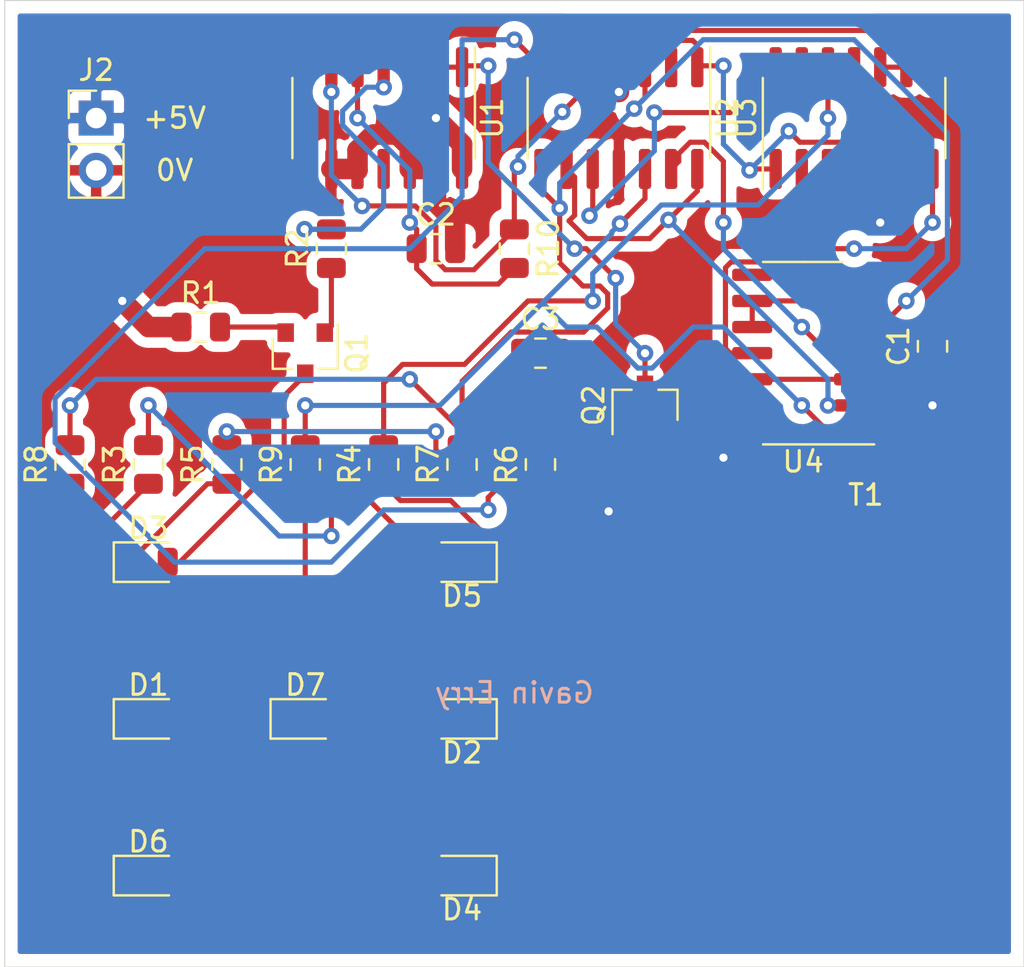
<source format=kicad_pcb>
(kicad_pcb (version 20171130) (host pcbnew "(5.1.4)-1")

  (general
    (thickness 1.6)
    (drawings 7)
    (tracks 336)
    (zones 0)
    (modules 28)
    (nets 29)
  )

  (page A4)
  (layers
    (0 F.Cu signal)
    (31 B.Cu signal)
    (32 B.Adhes user)
    (33 F.Adhes user)
    (34 B.Paste user)
    (35 F.Paste user)
    (36 B.SilkS user)
    (37 F.SilkS user)
    (38 B.Mask user)
    (39 F.Mask user)
    (40 Dwgs.User user)
    (41 Cmts.User user)
    (42 Eco1.User user)
    (43 Eco2.User user)
    (44 Edge.Cuts user)
    (45 Margin user)
    (46 B.CrtYd user)
    (47 F.CrtYd user)
    (48 B.Fab user)
    (49 F.Fab user)
  )

  (setup
    (last_trace_width 0.25)
    (trace_clearance 0.2)
    (zone_clearance 0.508)
    (zone_45_only no)
    (trace_min 0.2)
    (via_size 0.8)
    (via_drill 0.4)
    (via_min_size 0.4)
    (via_min_drill 0.3)
    (uvia_size 0.3)
    (uvia_drill 0.1)
    (uvias_allowed no)
    (uvia_min_size 0.2)
    (uvia_min_drill 0.1)
    (edge_width 0.05)
    (segment_width 0.2)
    (pcb_text_width 0.3)
    (pcb_text_size 1.5 1.5)
    (mod_edge_width 0.12)
    (mod_text_size 1 1)
    (mod_text_width 0.15)
    (pad_size 1.524 1.524)
    (pad_drill 0.762)
    (pad_to_mask_clearance 0.051)
    (solder_mask_min_width 0.25)
    (aux_axis_origin 0 0)
    (visible_elements 7FFFFFFF)
    (pcbplotparams
      (layerselection 0x010fc_ffffffff)
      (usegerberextensions false)
      (usegerberattributes false)
      (usegerberadvancedattributes false)
      (creategerberjobfile false)
      (excludeedgelayer true)
      (linewidth 0.100000)
      (plotframeref false)
      (viasonmask false)
      (mode 1)
      (useauxorigin false)
      (hpglpennumber 1)
      (hpglpenspeed 20)
      (hpglpendiameter 15.000000)
      (psnegative false)
      (psa4output false)
      (plotreference true)
      (plotvalue true)
      (plotinvisibletext false)
      (padsonsilk false)
      (subtractmaskfromsilk false)
      (outputformat 1)
      (mirror false)
      (drillshape 1)
      (scaleselection 1)
      (outputdirectory ""))
  )

  (net 0 "")
  (net 1 +5V)
  (net 2 GND)
  (net 3 "Net-(C2-Pad1)")
  (net 4 "Net-(C3-Pad1)")
  (net 5 "Net-(D1-Pad1)")
  (net 6 "Net-(D1-Pad2)")
  (net 7 "Net-(D2-Pad1)")
  (net 8 "Net-(D3-Pad1)")
  (net 9 "Net-(D4-Pad1)")
  (net 10 "Net-(D5-Pad1)")
  (net 11 "Net-(D6-Pad1)")
  (net 12 "Net-(D7-Pad1)")
  (net 13 "Net-(Q1-Pad2)")
  (net 14 "Net-(Q2-Pad3)")
  (net 15 "Net-(R2-Pad2)")
  (net 16 /D)
  (net 17 /C)
  (net 18 /B)
  (net 19 /A)
  (net 20 "Net-(R10-Pad1)")
  (net 21 "Net-(U2-Pad14)")
  (net 22 "Net-(U2-Pad10)")
  (net 23 "Net-(U2-Pad13)")
  (net 24 "Net-(U3-Pad7)")
  (net 25 "Net-(U3-Pad3)")
  (net 26 "Net-(U4-Pad10)")
  (net 27 "Net-(U4-Pad12)")
  (net 28 "Net-(Q1-Pad1)")

  (net_class Default "This is the default net class."
    (clearance 0.2)
    (trace_width 0.25)
    (via_dia 0.8)
    (via_drill 0.4)
    (uvia_dia 0.3)
    (uvia_drill 0.1)
    (add_net /A)
    (add_net /B)
    (add_net /C)
    (add_net /D)
    (add_net "Net-(C2-Pad1)")
    (add_net "Net-(C3-Pad1)")
    (add_net "Net-(D1-Pad1)")
    (add_net "Net-(D1-Pad2)")
    (add_net "Net-(D2-Pad1)")
    (add_net "Net-(D3-Pad1)")
    (add_net "Net-(D4-Pad1)")
    (add_net "Net-(D5-Pad1)")
    (add_net "Net-(D6-Pad1)")
    (add_net "Net-(D7-Pad1)")
    (add_net "Net-(Q1-Pad1)")
    (add_net "Net-(Q1-Pad2)")
    (add_net "Net-(Q2-Pad3)")
    (add_net "Net-(R10-Pad1)")
    (add_net "Net-(R2-Pad2)")
    (add_net "Net-(U2-Pad10)")
    (add_net "Net-(U2-Pad13)")
    (add_net "Net-(U2-Pad14)")
    (add_net "Net-(U3-Pad3)")
    (add_net "Net-(U3-Pad7)")
    (add_net "Net-(U4-Pad10)")
    (add_net "Net-(U4-Pad12)")
  )

  (net_class Power ""
    (clearance 0.2)
    (trace_width 1)
    (via_dia 0.8)
    (via_drill 0.4)
    (uvia_dia 0.3)
    (uvia_drill 0.1)
    (add_net +5V)
    (add_net GND)
  )

  (module MyParts:Touch_pad (layer F.Cu) (tedit 5D99F2F1) (tstamp 5D9A43D9)
    (at 182.88 135.89)
    (path /5D9AF6E5)
    (fp_text reference T1 (at 12 -2) (layer F.SilkS)
      (effects (font (size 1 1) (thickness 0.15)))
    )
    (fp_text value Touch_pad (at 4 -2) (layer F.Fab)
      (effects (font (size 1 1) (thickness 0.15)))
    )
    (fp_poly (pts (xy 0 19) (xy 18 19) (xy 18 -1) (xy 0 -1)) (layer F.Mask) (width 0.1))
    (fp_line (start 17 0) (end 0 0) (layer F.Cu) (width 1))
    (fp_line (start 17 18) (end 17 0) (layer F.Cu) (width 1))
    (fp_line (start 1 18) (end 17 18) (layer F.Cu) (width 1))
    (fp_line (start 1 4) (end 1 18) (layer F.Cu) (width 1))
    (fp_line (start 15 2) (end 0 2) (layer F.Cu) (width 1))
    (fp_line (start 15 16) (end 15 2) (layer F.Cu) (width 1))
    (fp_line (start 3 16) (end 15 16) (layer F.Cu) (width 1))
    (fp_line (start 5 14) (end 13 14) (layer F.Cu) (width 1))
    (fp_line (start 5 8) (end 5 14) (layer F.Cu) (width 1))
    (fp_line (start 11 6) (end 3 6) (layer F.Cu) (width 1))
    (fp_line (start 7 12) (end 11 12) (layer F.Cu) (width 1))
    (fp_line (start 7 10) (end 7 12) (layer F.Cu) (width 1))
    (fp_line (start 11 12) (end 11 6) (layer F.Cu) (width 1))
    (fp_line (start 5 8) (end 9 8) (layer F.Cu) (width 1))
    (fp_line (start 13 4) (end 13 14) (layer F.Cu) (width 1))
    (fp_line (start 3 6) (end 3 16) (layer F.Cu) (width 1))
    (fp_line (start 9 10) (end 9 8) (layer F.Cu) (width 1))
    (fp_line (start 1 4) (end 13 4) (layer F.Cu) (width 1))
    (pad 2 smd rect (at -1 2) (size 1 1) (layers F.Cu F.Paste)
      (net 4 "Net-(C3-Pad1)"))
    (pad 1 smd rect (at -1 0) (size 1 1) (layers F.Cu F.Paste)
      (net 1 +5V))
  )

  (module Connector_PinHeader_2.54mm:PinHeader_1x02_P2.54mm_Vertical (layer F.Cu) (tedit 59FED5CC) (tstamp 5D96807D)
    (at 157.48 115.57)
    (descr "Through hole straight pin header, 1x02, 2.54mm pitch, single row")
    (tags "Through hole pin header THT 1x02 2.54mm single row")
    (path /5DB1D9E4)
    (fp_text reference J2 (at 0 -2.33) (layer F.SilkS)
      (effects (font (size 1 1) (thickness 0.15)))
    )
    (fp_text value Conn_01x02 (at 0 4.87) (layer F.Fab)
      (effects (font (size 1 1) (thickness 0.15)))
    )
    (fp_text user %R (at 0 1.27 90) (layer F.Fab)
      (effects (font (size 1 1) (thickness 0.15)))
    )
    (fp_line (start 1.8 -1.8) (end -1.8 -1.8) (layer F.CrtYd) (width 0.05))
    (fp_line (start 1.8 4.35) (end 1.8 -1.8) (layer F.CrtYd) (width 0.05))
    (fp_line (start -1.8 4.35) (end 1.8 4.35) (layer F.CrtYd) (width 0.05))
    (fp_line (start -1.8 -1.8) (end -1.8 4.35) (layer F.CrtYd) (width 0.05))
    (fp_line (start -1.33 -1.33) (end 0 -1.33) (layer F.SilkS) (width 0.12))
    (fp_line (start -1.33 0) (end -1.33 -1.33) (layer F.SilkS) (width 0.12))
    (fp_line (start -1.33 1.27) (end 1.33 1.27) (layer F.SilkS) (width 0.12))
    (fp_line (start 1.33 1.27) (end 1.33 3.87) (layer F.SilkS) (width 0.12))
    (fp_line (start -1.33 1.27) (end -1.33 3.87) (layer F.SilkS) (width 0.12))
    (fp_line (start -1.33 3.87) (end 1.33 3.87) (layer F.SilkS) (width 0.12))
    (fp_line (start -1.27 -0.635) (end -0.635 -1.27) (layer F.Fab) (width 0.1))
    (fp_line (start -1.27 3.81) (end -1.27 -0.635) (layer F.Fab) (width 0.1))
    (fp_line (start 1.27 3.81) (end -1.27 3.81) (layer F.Fab) (width 0.1))
    (fp_line (start 1.27 -1.27) (end 1.27 3.81) (layer F.Fab) (width 0.1))
    (fp_line (start -0.635 -1.27) (end 1.27 -1.27) (layer F.Fab) (width 0.1))
    (pad 2 thru_hole oval (at 0 2.54) (size 1.7 1.7) (drill 1) (layers *.Cu *.Mask)
      (net 2 GND))
    (pad 1 thru_hole rect (at 0 0) (size 1.7 1.7) (drill 1) (layers *.Cu *.Mask)
      (net 1 +5V))
    (model ${KISYS3DMOD}/Connector_PinHeader_2.54mm.3dshapes/PinHeader_1x02_P2.54mm_Vertical.wrl
      (at (xyz 0 0 0))
      (scale (xyz 1 1 1))
      (rotate (xyz 0 0 0))
    )
  )

  (module Capacitor_SMD:C_0805_2012Metric (layer F.Cu) (tedit 5B36C52B) (tstamp 5D9AEF46)
    (at 198.12 126.6675 90)
    (descr "Capacitor SMD 0805 (2012 Metric), square (rectangular) end terminal, IPC_7351 nominal, (Body size source: https://docs.google.com/spreadsheets/d/1BsfQQcO9C6DZCsRaXUlFlo91Tg2WpOkGARC1WS5S8t0/edit?usp=sharing), generated with kicad-footprint-generator")
    (tags capacitor)
    (path /5DB094C0)
    (attr smd)
    (fp_text reference C1 (at 0 -1.65 90) (layer F.SilkS)
      (effects (font (size 1 1) (thickness 0.15)))
    )
    (fp_text value 330n (at 0 1.65 90) (layer F.Fab)
      (effects (font (size 1 1) (thickness 0.15)))
    )
    (fp_line (start -1 0.6) (end -1 -0.6) (layer F.Fab) (width 0.1))
    (fp_line (start -1 -0.6) (end 1 -0.6) (layer F.Fab) (width 0.1))
    (fp_line (start 1 -0.6) (end 1 0.6) (layer F.Fab) (width 0.1))
    (fp_line (start 1 0.6) (end -1 0.6) (layer F.Fab) (width 0.1))
    (fp_line (start -0.258578 -0.71) (end 0.258578 -0.71) (layer F.SilkS) (width 0.12))
    (fp_line (start -0.258578 0.71) (end 0.258578 0.71) (layer F.SilkS) (width 0.12))
    (fp_line (start -1.68 0.95) (end -1.68 -0.95) (layer F.CrtYd) (width 0.05))
    (fp_line (start -1.68 -0.95) (end 1.68 -0.95) (layer F.CrtYd) (width 0.05))
    (fp_line (start 1.68 -0.95) (end 1.68 0.95) (layer F.CrtYd) (width 0.05))
    (fp_line (start 1.68 0.95) (end -1.68 0.95) (layer F.CrtYd) (width 0.05))
    (fp_text user %R (at 0 0 90) (layer F.Fab)
      (effects (font (size 0.5 0.5) (thickness 0.08)))
    )
    (pad 1 smd roundrect (at -0.9375 0 90) (size 0.975 1.4) (layers F.Cu F.Paste F.Mask) (roundrect_rratio 0.25)
      (net 1 +5V))
    (pad 2 smd roundrect (at 0.9375 0 90) (size 0.975 1.4) (layers F.Cu F.Paste F.Mask) (roundrect_rratio 0.25)
      (net 2 GND))
    (model ${KISYS3DMOD}/Capacitor_SMD.3dshapes/C_0805_2012Metric.wrl
      (at (xyz 0 0 0))
      (scale (xyz 1 1 1))
      (rotate (xyz 0 0 0))
    )
  )

  (module Capacitor_SMD:C_0805_2012Metric (layer F.Cu) (tedit 5B36C52B) (tstamp 5D978A94)
    (at 173.99 121.92)
    (descr "Capacitor SMD 0805 (2012 Metric), square (rectangular) end terminal, IPC_7351 nominal, (Body size source: https://docs.google.com/spreadsheets/d/1BsfQQcO9C6DZCsRaXUlFlo91Tg2WpOkGARC1WS5S8t0/edit?usp=sharing), generated with kicad-footprint-generator")
    (tags capacitor)
    (path /5D98CF26)
    (attr smd)
    (fp_text reference C2 (at 0 -1.65) (layer F.SilkS)
      (effects (font (size 1 1) (thickness 0.15)))
    )
    (fp_text value 22u (at 0 1.65) (layer F.Fab)
      (effects (font (size 1 1) (thickness 0.15)))
    )
    (fp_line (start -1 0.6) (end -1 -0.6) (layer F.Fab) (width 0.1))
    (fp_line (start -1 -0.6) (end 1 -0.6) (layer F.Fab) (width 0.1))
    (fp_line (start 1 -0.6) (end 1 0.6) (layer F.Fab) (width 0.1))
    (fp_line (start 1 0.6) (end -1 0.6) (layer F.Fab) (width 0.1))
    (fp_line (start -0.258578 -0.71) (end 0.258578 -0.71) (layer F.SilkS) (width 0.12))
    (fp_line (start -0.258578 0.71) (end 0.258578 0.71) (layer F.SilkS) (width 0.12))
    (fp_line (start -1.68 0.95) (end -1.68 -0.95) (layer F.CrtYd) (width 0.05))
    (fp_line (start -1.68 -0.95) (end 1.68 -0.95) (layer F.CrtYd) (width 0.05))
    (fp_line (start 1.68 -0.95) (end 1.68 0.95) (layer F.CrtYd) (width 0.05))
    (fp_line (start 1.68 0.95) (end -1.68 0.95) (layer F.CrtYd) (width 0.05))
    (fp_text user %R (at 0 0) (layer F.Fab)
      (effects (font (size 0.5 0.5) (thickness 0.08)))
    )
    (pad 1 smd roundrect (at -0.9375 0) (size 0.975 1.4) (layers F.Cu F.Paste F.Mask) (roundrect_rratio 0.25)
      (net 3 "Net-(C2-Pad1)"))
    (pad 2 smd roundrect (at 0.9375 0) (size 0.975 1.4) (layers F.Cu F.Paste F.Mask) (roundrect_rratio 0.25)
      (net 2 GND))
    (model ${KISYS3DMOD}/Capacitor_SMD.3dshapes/C_0805_2012Metric.wrl
      (at (xyz 0 0 0))
      (scale (xyz 1 1 1))
      (rotate (xyz 0 0 0))
    )
  )

  (module Capacitor_SMD:C_0805_2012Metric (layer F.Cu) (tedit 5B36C52B) (tstamp 5D978AA4)
    (at 179.07 127)
    (descr "Capacitor SMD 0805 (2012 Metric), square (rectangular) end terminal, IPC_7351 nominal, (Body size source: https://docs.google.com/spreadsheets/d/1BsfQQcO9C6DZCsRaXUlFlo91Tg2WpOkGARC1WS5S8t0/edit?usp=sharing), generated with kicad-footprint-generator")
    (tags capacitor)
    (path /5D98F4D4)
    (attr smd)
    (fp_text reference C3 (at 0 -1.65) (layer F.SilkS)
      (effects (font (size 1 1) (thickness 0.15)))
    )
    (fp_text value 10u (at 0 1.65) (layer F.Fab)
      (effects (font (size 1 1) (thickness 0.15)))
    )
    (fp_text user %R (at 0 0) (layer F.Fab)
      (effects (font (size 0.5 0.5) (thickness 0.08)))
    )
    (fp_line (start 1.68 0.95) (end -1.68 0.95) (layer F.CrtYd) (width 0.05))
    (fp_line (start 1.68 -0.95) (end 1.68 0.95) (layer F.CrtYd) (width 0.05))
    (fp_line (start -1.68 -0.95) (end 1.68 -0.95) (layer F.CrtYd) (width 0.05))
    (fp_line (start -1.68 0.95) (end -1.68 -0.95) (layer F.CrtYd) (width 0.05))
    (fp_line (start -0.258578 0.71) (end 0.258578 0.71) (layer F.SilkS) (width 0.12))
    (fp_line (start -0.258578 -0.71) (end 0.258578 -0.71) (layer F.SilkS) (width 0.12))
    (fp_line (start 1 0.6) (end -1 0.6) (layer F.Fab) (width 0.1))
    (fp_line (start 1 -0.6) (end 1 0.6) (layer F.Fab) (width 0.1))
    (fp_line (start -1 -0.6) (end 1 -0.6) (layer F.Fab) (width 0.1))
    (fp_line (start -1 0.6) (end -1 -0.6) (layer F.Fab) (width 0.1))
    (pad 2 smd roundrect (at 0.9375 0) (size 0.975 1.4) (layers F.Cu F.Paste F.Mask) (roundrect_rratio 0.25)
      (net 2 GND))
    (pad 1 smd roundrect (at -0.9375 0) (size 0.975 1.4) (layers F.Cu F.Paste F.Mask) (roundrect_rratio 0.25)
      (net 4 "Net-(C3-Pad1)"))
    (model ${KISYS3DMOD}/Capacitor_SMD.3dshapes/C_0805_2012Metric.wrl
      (at (xyz 0 0 0))
      (scale (xyz 1 1 1))
      (rotate (xyz 0 0 0))
    )
  )

  (module LED_SMD:LED_0805_2012Metric (layer F.Cu) (tedit 5B36C52C) (tstamp 5D978AB4)
    (at 160.02 144.78)
    (descr "LED SMD 0805 (2012 Metric), square (rectangular) end terminal, IPC_7351 nominal, (Body size source: https://docs.google.com/spreadsheets/d/1BsfQQcO9C6DZCsRaXUlFlo91Tg2WpOkGARC1WS5S8t0/edit?usp=sharing), generated with kicad-footprint-generator")
    (tags diode)
    (path /5D99E890)
    (attr smd)
    (fp_text reference D1 (at 0 -1.65) (layer F.SilkS)
      (effects (font (size 1 1) (thickness 0.15)))
    )
    (fp_text value LED (at 0 1.65) (layer F.Fab)
      (effects (font (size 1 1) (thickness 0.15)))
    )
    (fp_line (start 1 -0.6) (end -0.7 -0.6) (layer F.Fab) (width 0.1))
    (fp_line (start -0.7 -0.6) (end -1 -0.3) (layer F.Fab) (width 0.1))
    (fp_line (start -1 -0.3) (end -1 0.6) (layer F.Fab) (width 0.1))
    (fp_line (start -1 0.6) (end 1 0.6) (layer F.Fab) (width 0.1))
    (fp_line (start 1 0.6) (end 1 -0.6) (layer F.Fab) (width 0.1))
    (fp_line (start 1 -0.96) (end -1.685 -0.96) (layer F.SilkS) (width 0.12))
    (fp_line (start -1.685 -0.96) (end -1.685 0.96) (layer F.SilkS) (width 0.12))
    (fp_line (start -1.685 0.96) (end 1 0.96) (layer F.SilkS) (width 0.12))
    (fp_line (start -1.68 0.95) (end -1.68 -0.95) (layer F.CrtYd) (width 0.05))
    (fp_line (start -1.68 -0.95) (end 1.68 -0.95) (layer F.CrtYd) (width 0.05))
    (fp_line (start 1.68 -0.95) (end 1.68 0.95) (layer F.CrtYd) (width 0.05))
    (fp_line (start 1.68 0.95) (end -1.68 0.95) (layer F.CrtYd) (width 0.05))
    (fp_text user %R (at 0 0) (layer F.Fab)
      (effects (font (size 0.5 0.5) (thickness 0.08)))
    )
    (pad 1 smd roundrect (at -0.9375 0) (size 0.975 1.4) (layers F.Cu F.Paste F.Mask) (roundrect_rratio 0.25)
      (net 5 "Net-(D1-Pad1)"))
    (pad 2 smd roundrect (at 0.9375 0) (size 0.975 1.4) (layers F.Cu F.Paste F.Mask) (roundrect_rratio 0.25)
      (net 6 "Net-(D1-Pad2)"))
    (model ${KISYS3DMOD}/LED_SMD.3dshapes/LED_0805_2012Metric.wrl
      (at (xyz 0 0 0))
      (scale (xyz 1 1 1))
      (rotate (xyz 0 0 0))
    )
  )

  (module LED_SMD:LED_0805_2012Metric (layer F.Cu) (tedit 5B36C52C) (tstamp 5D978D64)
    (at 175.26 144.78 180)
    (descr "LED SMD 0805 (2012 Metric), square (rectangular) end terminal, IPC_7351 nominal, (Body size source: https://docs.google.com/spreadsheets/d/1BsfQQcO9C6DZCsRaXUlFlo91Tg2WpOkGARC1WS5S8t0/edit?usp=sharing), generated with kicad-footprint-generator")
    (tags diode)
    (path /5D99F413)
    (attr smd)
    (fp_text reference D2 (at 0 -1.65) (layer F.SilkS)
      (effects (font (size 1 1) (thickness 0.15)))
    )
    (fp_text value LED (at 0 1.65) (layer F.Fab)
      (effects (font (size 1 1) (thickness 0.15)))
    )
    (fp_text user %R (at 0 0) (layer F.Fab)
      (effects (font (size 0.5 0.5) (thickness 0.08)))
    )
    (fp_line (start 1.68 0.95) (end -1.68 0.95) (layer F.CrtYd) (width 0.05))
    (fp_line (start 1.68 -0.95) (end 1.68 0.95) (layer F.CrtYd) (width 0.05))
    (fp_line (start -1.68 -0.95) (end 1.68 -0.95) (layer F.CrtYd) (width 0.05))
    (fp_line (start -1.68 0.95) (end -1.68 -0.95) (layer F.CrtYd) (width 0.05))
    (fp_line (start -1.685 0.96) (end 1 0.96) (layer F.SilkS) (width 0.12))
    (fp_line (start -1.685 -0.96) (end -1.685 0.96) (layer F.SilkS) (width 0.12))
    (fp_line (start 1 -0.96) (end -1.685 -0.96) (layer F.SilkS) (width 0.12))
    (fp_line (start 1 0.6) (end 1 -0.6) (layer F.Fab) (width 0.1))
    (fp_line (start -1 0.6) (end 1 0.6) (layer F.Fab) (width 0.1))
    (fp_line (start -1 -0.3) (end -1 0.6) (layer F.Fab) (width 0.1))
    (fp_line (start -0.7 -0.6) (end -1 -0.3) (layer F.Fab) (width 0.1))
    (fp_line (start 1 -0.6) (end -0.7 -0.6) (layer F.Fab) (width 0.1))
    (pad 2 smd roundrect (at 0.9375 0 180) (size 0.975 1.4) (layers F.Cu F.Paste F.Mask) (roundrect_rratio 0.25)
      (net 6 "Net-(D1-Pad2)"))
    (pad 1 smd roundrect (at -0.9375 0 180) (size 0.975 1.4) (layers F.Cu F.Paste F.Mask) (roundrect_rratio 0.25)
      (net 7 "Net-(D2-Pad1)"))
    (model ${KISYS3DMOD}/LED_SMD.3dshapes/LED_0805_2012Metric.wrl
      (at (xyz 0 0 0))
      (scale (xyz 1 1 1))
      (rotate (xyz 0 0 0))
    )
  )

  (module LED_SMD:LED_0805_2012Metric (layer F.Cu) (tedit 5B36C52C) (tstamp 5D978AD8)
    (at 160.02 137.16)
    (descr "LED SMD 0805 (2012 Metric), square (rectangular) end terminal, IPC_7351 nominal, (Body size source: https://docs.google.com/spreadsheets/d/1BsfQQcO9C6DZCsRaXUlFlo91Tg2WpOkGARC1WS5S8t0/edit?usp=sharing), generated with kicad-footprint-generator")
    (tags diode)
    (path /5D99FD86)
    (attr smd)
    (fp_text reference D3 (at 0 -1.65) (layer F.SilkS)
      (effects (font (size 1 1) (thickness 0.15)))
    )
    (fp_text value LED (at 0 1.65) (layer F.Fab)
      (effects (font (size 1 1) (thickness 0.15)))
    )
    (fp_line (start 1 -0.6) (end -0.7 -0.6) (layer F.Fab) (width 0.1))
    (fp_line (start -0.7 -0.6) (end -1 -0.3) (layer F.Fab) (width 0.1))
    (fp_line (start -1 -0.3) (end -1 0.6) (layer F.Fab) (width 0.1))
    (fp_line (start -1 0.6) (end 1 0.6) (layer F.Fab) (width 0.1))
    (fp_line (start 1 0.6) (end 1 -0.6) (layer F.Fab) (width 0.1))
    (fp_line (start 1 -0.96) (end -1.685 -0.96) (layer F.SilkS) (width 0.12))
    (fp_line (start -1.685 -0.96) (end -1.685 0.96) (layer F.SilkS) (width 0.12))
    (fp_line (start -1.685 0.96) (end 1 0.96) (layer F.SilkS) (width 0.12))
    (fp_line (start -1.68 0.95) (end -1.68 -0.95) (layer F.CrtYd) (width 0.05))
    (fp_line (start -1.68 -0.95) (end 1.68 -0.95) (layer F.CrtYd) (width 0.05))
    (fp_line (start 1.68 -0.95) (end 1.68 0.95) (layer F.CrtYd) (width 0.05))
    (fp_line (start 1.68 0.95) (end -1.68 0.95) (layer F.CrtYd) (width 0.05))
    (fp_text user %R (at 0 0) (layer F.Fab)
      (effects (font (size 0.5 0.5) (thickness 0.08)))
    )
    (pad 1 smd roundrect (at -0.9375 0) (size 0.975 1.4) (layers F.Cu F.Paste F.Mask) (roundrect_rratio 0.25)
      (net 8 "Net-(D3-Pad1)"))
    (pad 2 smd roundrect (at 0.9375 0) (size 0.975 1.4) (layers F.Cu F.Paste F.Mask) (roundrect_rratio 0.25)
      (net 6 "Net-(D1-Pad2)"))
    (model ${KISYS3DMOD}/LED_SMD.3dshapes/LED_0805_2012Metric.wrl
      (at (xyz 0 0 0))
      (scale (xyz 1 1 1))
      (rotate (xyz 0 0 0))
    )
  )

  (module LED_SMD:LED_0805_2012Metric (layer F.Cu) (tedit 5B36C52C) (tstamp 5D978E88)
    (at 175.26 152.4 180)
    (descr "LED SMD 0805 (2012 Metric), square (rectangular) end terminal, IPC_7351 nominal, (Body size source: https://docs.google.com/spreadsheets/d/1BsfQQcO9C6DZCsRaXUlFlo91Tg2WpOkGARC1WS5S8t0/edit?usp=sharing), generated with kicad-footprint-generator")
    (tags diode)
    (path /5D99FD90)
    (attr smd)
    (fp_text reference D4 (at 0 -1.65) (layer F.SilkS)
      (effects (font (size 1 1) (thickness 0.15)))
    )
    (fp_text value LED (at 0 1.65) (layer F.Fab)
      (effects (font (size 1 1) (thickness 0.15)))
    )
    (fp_text user %R (at 0 0) (layer F.Fab)
      (effects (font (size 0.5 0.5) (thickness 0.08)))
    )
    (fp_line (start 1.68 0.95) (end -1.68 0.95) (layer F.CrtYd) (width 0.05))
    (fp_line (start 1.68 -0.95) (end 1.68 0.95) (layer F.CrtYd) (width 0.05))
    (fp_line (start -1.68 -0.95) (end 1.68 -0.95) (layer F.CrtYd) (width 0.05))
    (fp_line (start -1.68 0.95) (end -1.68 -0.95) (layer F.CrtYd) (width 0.05))
    (fp_line (start -1.685 0.96) (end 1 0.96) (layer F.SilkS) (width 0.12))
    (fp_line (start -1.685 -0.96) (end -1.685 0.96) (layer F.SilkS) (width 0.12))
    (fp_line (start 1 -0.96) (end -1.685 -0.96) (layer F.SilkS) (width 0.12))
    (fp_line (start 1 0.6) (end 1 -0.6) (layer F.Fab) (width 0.1))
    (fp_line (start -1 0.6) (end 1 0.6) (layer F.Fab) (width 0.1))
    (fp_line (start -1 -0.3) (end -1 0.6) (layer F.Fab) (width 0.1))
    (fp_line (start -0.7 -0.6) (end -1 -0.3) (layer F.Fab) (width 0.1))
    (fp_line (start 1 -0.6) (end -0.7 -0.6) (layer F.Fab) (width 0.1))
    (pad 2 smd roundrect (at 0.9375 0 180) (size 0.975 1.4) (layers F.Cu F.Paste F.Mask) (roundrect_rratio 0.25)
      (net 6 "Net-(D1-Pad2)"))
    (pad 1 smd roundrect (at -0.9375 0 180) (size 0.975 1.4) (layers F.Cu F.Paste F.Mask) (roundrect_rratio 0.25)
      (net 9 "Net-(D4-Pad1)"))
    (model ${KISYS3DMOD}/LED_SMD.3dshapes/LED_0805_2012Metric.wrl
      (at (xyz 0 0 0))
      (scale (xyz 1 1 1))
      (rotate (xyz 0 0 0))
    )
  )

  (module LED_SMD:LED_0805_2012Metric (layer F.Cu) (tedit 5B36C52C) (tstamp 5D978AFC)
    (at 175.26 137.16 180)
    (descr "LED SMD 0805 (2012 Metric), square (rectangular) end terminal, IPC_7351 nominal, (Body size source: https://docs.google.com/spreadsheets/d/1BsfQQcO9C6DZCsRaXUlFlo91Tg2WpOkGARC1WS5S8t0/edit?usp=sharing), generated with kicad-footprint-generator")
    (tags diode)
    (path /5D9A31B5)
    (attr smd)
    (fp_text reference D5 (at 0 -1.65) (layer F.SilkS)
      (effects (font (size 1 1) (thickness 0.15)))
    )
    (fp_text value LED (at 0 1.65) (layer F.Fab)
      (effects (font (size 1 1) (thickness 0.15)))
    )
    (fp_line (start 1 -0.6) (end -0.7 -0.6) (layer F.Fab) (width 0.1))
    (fp_line (start -0.7 -0.6) (end -1 -0.3) (layer F.Fab) (width 0.1))
    (fp_line (start -1 -0.3) (end -1 0.6) (layer F.Fab) (width 0.1))
    (fp_line (start -1 0.6) (end 1 0.6) (layer F.Fab) (width 0.1))
    (fp_line (start 1 0.6) (end 1 -0.6) (layer F.Fab) (width 0.1))
    (fp_line (start 1 -0.96) (end -1.685 -0.96) (layer F.SilkS) (width 0.12))
    (fp_line (start -1.685 -0.96) (end -1.685 0.96) (layer F.SilkS) (width 0.12))
    (fp_line (start -1.685 0.96) (end 1 0.96) (layer F.SilkS) (width 0.12))
    (fp_line (start -1.68 0.95) (end -1.68 -0.95) (layer F.CrtYd) (width 0.05))
    (fp_line (start -1.68 -0.95) (end 1.68 -0.95) (layer F.CrtYd) (width 0.05))
    (fp_line (start 1.68 -0.95) (end 1.68 0.95) (layer F.CrtYd) (width 0.05))
    (fp_line (start 1.68 0.95) (end -1.68 0.95) (layer F.CrtYd) (width 0.05))
    (fp_text user %R (at 0 0) (layer F.Fab)
      (effects (font (size 0.5 0.5) (thickness 0.08)))
    )
    (pad 1 smd roundrect (at -0.9375 0 180) (size 0.975 1.4) (layers F.Cu F.Paste F.Mask) (roundrect_rratio 0.25)
      (net 10 "Net-(D5-Pad1)"))
    (pad 2 smd roundrect (at 0.9375 0 180) (size 0.975 1.4) (layers F.Cu F.Paste F.Mask) (roundrect_rratio 0.25)
      (net 6 "Net-(D1-Pad2)"))
    (model ${KISYS3DMOD}/LED_SMD.3dshapes/LED_0805_2012Metric.wrl
      (at (xyz 0 0 0))
      (scale (xyz 1 1 1))
      (rotate (xyz 0 0 0))
    )
  )

  (module LED_SMD:LED_0805_2012Metric (layer F.Cu) (tedit 5B36C52C) (tstamp 5D978B0E)
    (at 160.02 152.4)
    (descr "LED SMD 0805 (2012 Metric), square (rectangular) end terminal, IPC_7351 nominal, (Body size source: https://docs.google.com/spreadsheets/d/1BsfQQcO9C6DZCsRaXUlFlo91Tg2WpOkGARC1WS5S8t0/edit?usp=sharing), generated with kicad-footprint-generator")
    (tags diode)
    (path /5D9A31BF)
    (attr smd)
    (fp_text reference D6 (at 0 -1.65) (layer F.SilkS)
      (effects (font (size 1 1) (thickness 0.15)))
    )
    (fp_text value LED (at 0 1.65) (layer F.Fab)
      (effects (font (size 1 1) (thickness 0.15)))
    )
    (fp_text user %R (at 0 0) (layer F.Fab)
      (effects (font (size 0.5 0.5) (thickness 0.08)))
    )
    (fp_line (start 1.68 0.95) (end -1.68 0.95) (layer F.CrtYd) (width 0.05))
    (fp_line (start 1.68 -0.95) (end 1.68 0.95) (layer F.CrtYd) (width 0.05))
    (fp_line (start -1.68 -0.95) (end 1.68 -0.95) (layer F.CrtYd) (width 0.05))
    (fp_line (start -1.68 0.95) (end -1.68 -0.95) (layer F.CrtYd) (width 0.05))
    (fp_line (start -1.685 0.96) (end 1 0.96) (layer F.SilkS) (width 0.12))
    (fp_line (start -1.685 -0.96) (end -1.685 0.96) (layer F.SilkS) (width 0.12))
    (fp_line (start 1 -0.96) (end -1.685 -0.96) (layer F.SilkS) (width 0.12))
    (fp_line (start 1 0.6) (end 1 -0.6) (layer F.Fab) (width 0.1))
    (fp_line (start -1 0.6) (end 1 0.6) (layer F.Fab) (width 0.1))
    (fp_line (start -1 -0.3) (end -1 0.6) (layer F.Fab) (width 0.1))
    (fp_line (start -0.7 -0.6) (end -1 -0.3) (layer F.Fab) (width 0.1))
    (fp_line (start 1 -0.6) (end -0.7 -0.6) (layer F.Fab) (width 0.1))
    (pad 2 smd roundrect (at 0.9375 0) (size 0.975 1.4) (layers F.Cu F.Paste F.Mask) (roundrect_rratio 0.25)
      (net 6 "Net-(D1-Pad2)"))
    (pad 1 smd roundrect (at -0.9375 0) (size 0.975 1.4) (layers F.Cu F.Paste F.Mask) (roundrect_rratio 0.25)
      (net 11 "Net-(D6-Pad1)"))
    (model ${KISYS3DMOD}/LED_SMD.3dshapes/LED_0805_2012Metric.wrl
      (at (xyz 0 0 0))
      (scale (xyz 1 1 1))
      (rotate (xyz 0 0 0))
    )
  )

  (module LED_SMD:LED_0805_2012Metric (layer F.Cu) (tedit 5B36C52C) (tstamp 5D978B20)
    (at 167.64 144.78)
    (descr "LED SMD 0805 (2012 Metric), square (rectangular) end terminal, IPC_7351 nominal, (Body size source: https://docs.google.com/spreadsheets/d/1BsfQQcO9C6DZCsRaXUlFlo91Tg2WpOkGARC1WS5S8t0/edit?usp=sharing), generated with kicad-footprint-generator")
    (tags diode)
    (path /5D9B9C31)
    (attr smd)
    (fp_text reference D7 (at 0 -1.65) (layer F.SilkS)
      (effects (font (size 1 1) (thickness 0.15)))
    )
    (fp_text value LED (at 0 1.65) (layer F.Fab)
      (effects (font (size 1 1) (thickness 0.15)))
    )
    (fp_line (start 1 -0.6) (end -0.7 -0.6) (layer F.Fab) (width 0.1))
    (fp_line (start -0.7 -0.6) (end -1 -0.3) (layer F.Fab) (width 0.1))
    (fp_line (start -1 -0.3) (end -1 0.6) (layer F.Fab) (width 0.1))
    (fp_line (start -1 0.6) (end 1 0.6) (layer F.Fab) (width 0.1))
    (fp_line (start 1 0.6) (end 1 -0.6) (layer F.Fab) (width 0.1))
    (fp_line (start 1 -0.96) (end -1.685 -0.96) (layer F.SilkS) (width 0.12))
    (fp_line (start -1.685 -0.96) (end -1.685 0.96) (layer F.SilkS) (width 0.12))
    (fp_line (start -1.685 0.96) (end 1 0.96) (layer F.SilkS) (width 0.12))
    (fp_line (start -1.68 0.95) (end -1.68 -0.95) (layer F.CrtYd) (width 0.05))
    (fp_line (start -1.68 -0.95) (end 1.68 -0.95) (layer F.CrtYd) (width 0.05))
    (fp_line (start 1.68 -0.95) (end 1.68 0.95) (layer F.CrtYd) (width 0.05))
    (fp_line (start 1.68 0.95) (end -1.68 0.95) (layer F.CrtYd) (width 0.05))
    (fp_text user %R (at 0 0) (layer F.Fab)
      (effects (font (size 0.5 0.5) (thickness 0.08)))
    )
    (pad 1 smd roundrect (at -0.9375 0) (size 0.975 1.4) (layers F.Cu F.Paste F.Mask) (roundrect_rratio 0.25)
      (net 12 "Net-(D7-Pad1)"))
    (pad 2 smd roundrect (at 0.9375 0) (size 0.975 1.4) (layers F.Cu F.Paste F.Mask) (roundrect_rratio 0.25)
      (net 6 "Net-(D1-Pad2)"))
    (model ${KISYS3DMOD}/LED_SMD.3dshapes/LED_0805_2012Metric.wrl
      (at (xyz 0 0 0))
      (scale (xyz 1 1 1))
      (rotate (xyz 0 0 0))
    )
  )

  (module Package_TO_SOT_SMD:SOT-23 (layer F.Cu) (tedit 5A02FF57) (tstamp 5D978B32)
    (at 167.64 127 270)
    (descr "SOT-23, Standard")
    (tags SOT-23)
    (path /5D9836AB)
    (attr smd)
    (fp_text reference Q1 (at 0 -2.5 90) (layer F.SilkS)
      (effects (font (size 1 1) (thickness 0.15)))
    )
    (fp_text value BC808 (at 0 2.5 90) (layer F.Fab)
      (effects (font (size 1 1) (thickness 0.15)))
    )
    (fp_text user %R (at 0 0) (layer F.Fab)
      (effects (font (size 0.5 0.5) (thickness 0.075)))
    )
    (fp_line (start -0.7 -0.95) (end -0.7 1.5) (layer F.Fab) (width 0.1))
    (fp_line (start -0.15 -1.52) (end 0.7 -1.52) (layer F.Fab) (width 0.1))
    (fp_line (start -0.7 -0.95) (end -0.15 -1.52) (layer F.Fab) (width 0.1))
    (fp_line (start 0.7 -1.52) (end 0.7 1.52) (layer F.Fab) (width 0.1))
    (fp_line (start -0.7 1.52) (end 0.7 1.52) (layer F.Fab) (width 0.1))
    (fp_line (start 0.76 1.58) (end 0.76 0.65) (layer F.SilkS) (width 0.12))
    (fp_line (start 0.76 -1.58) (end 0.76 -0.65) (layer F.SilkS) (width 0.12))
    (fp_line (start -1.7 -1.75) (end 1.7 -1.75) (layer F.CrtYd) (width 0.05))
    (fp_line (start 1.7 -1.75) (end 1.7 1.75) (layer F.CrtYd) (width 0.05))
    (fp_line (start 1.7 1.75) (end -1.7 1.75) (layer F.CrtYd) (width 0.05))
    (fp_line (start -1.7 1.75) (end -1.7 -1.75) (layer F.CrtYd) (width 0.05))
    (fp_line (start 0.76 -1.58) (end -1.4 -1.58) (layer F.SilkS) (width 0.12))
    (fp_line (start 0.76 1.58) (end -0.7 1.58) (layer F.SilkS) (width 0.12))
    (pad 1 smd rect (at -1 -0.95 270) (size 0.9 0.8) (layers F.Cu F.Paste F.Mask)
      (net 28 "Net-(Q1-Pad1)"))
    (pad 2 smd rect (at -1 0.95 270) (size 0.9 0.8) (layers F.Cu F.Paste F.Mask)
      (net 13 "Net-(Q1-Pad2)"))
    (pad 3 smd rect (at 1 0 270) (size 0.9 0.8) (layers F.Cu F.Paste F.Mask)
      (net 6 "Net-(D1-Pad2)"))
    (model ${KISYS3DMOD}/Package_TO_SOT_SMD.3dshapes/SOT-23.wrl
      (at (xyz 0 0 0))
      (scale (xyz 1 1 1))
      (rotate (xyz 0 0 0))
    )
  )

  (module Package_TO_SOT_SMD:SOT-23 (layer F.Cu) (tedit 5A02FF57) (tstamp 5D9A4901)
    (at 184.15 129.54 90)
    (descr "SOT-23, Standard")
    (tags SOT-23)
    (path /5D9819E8)
    (attr smd)
    (fp_text reference Q2 (at 0 -2.5 90) (layer F.SilkS)
      (effects (font (size 1 1) (thickness 0.15)))
    )
    (fp_text value BC848 (at 0 2.5 90) (layer F.Fab)
      (effects (font (size 1 1) (thickness 0.15)))
    )
    (fp_line (start 0.76 1.58) (end -0.7 1.58) (layer F.SilkS) (width 0.12))
    (fp_line (start 0.76 -1.58) (end -1.4 -1.58) (layer F.SilkS) (width 0.12))
    (fp_line (start -1.7 1.75) (end -1.7 -1.75) (layer F.CrtYd) (width 0.05))
    (fp_line (start 1.7 1.75) (end -1.7 1.75) (layer F.CrtYd) (width 0.05))
    (fp_line (start 1.7 -1.75) (end 1.7 1.75) (layer F.CrtYd) (width 0.05))
    (fp_line (start -1.7 -1.75) (end 1.7 -1.75) (layer F.CrtYd) (width 0.05))
    (fp_line (start 0.76 -1.58) (end 0.76 -0.65) (layer F.SilkS) (width 0.12))
    (fp_line (start 0.76 1.58) (end 0.76 0.65) (layer F.SilkS) (width 0.12))
    (fp_line (start -0.7 1.52) (end 0.7 1.52) (layer F.Fab) (width 0.1))
    (fp_line (start 0.7 -1.52) (end 0.7 1.52) (layer F.Fab) (width 0.1))
    (fp_line (start -0.7 -0.95) (end -0.15 -1.52) (layer F.Fab) (width 0.1))
    (fp_line (start -0.15 -1.52) (end 0.7 -1.52) (layer F.Fab) (width 0.1))
    (fp_line (start -0.7 -0.95) (end -0.7 1.5) (layer F.Fab) (width 0.1))
    (fp_text user %R (at 0 0 180) (layer F.Fab)
      (effects (font (size 0.5 0.5) (thickness 0.075)))
    )
    (pad 3 smd rect (at 1 0 90) (size 0.9 0.8) (layers F.Cu F.Paste F.Mask)
      (net 14 "Net-(Q2-Pad3)"))
    (pad 2 smd rect (at -1 0.95 90) (size 0.9 0.8) (layers F.Cu F.Paste F.Mask)
      (net 2 GND))
    (pad 1 smd rect (at -1 -0.95 90) (size 0.9 0.8) (layers F.Cu F.Paste F.Mask)
      (net 4 "Net-(C3-Pad1)"))
    (model ${KISYS3DMOD}/Package_TO_SOT_SMD.3dshapes/SOT-23.wrl
      (at (xyz 0 0 0))
      (scale (xyz 1 1 1))
      (rotate (xyz 0 0 0))
    )
  )

  (module Resistor_SMD:R_0805_2012Metric (layer F.Cu) (tedit 5B36C52B) (tstamp 5D978B5A)
    (at 162.56 125.73)
    (descr "Resistor SMD 0805 (2012 Metric), square (rectangular) end terminal, IPC_7351 nominal, (Body size source: https://docs.google.com/spreadsheets/d/1BsfQQcO9C6DZCsRaXUlFlo91Tg2WpOkGARC1WS5S8t0/edit?usp=sharing), generated with kicad-footprint-generator")
    (tags resistor)
    (path /5D97DE86)
    (attr smd)
    (fp_text reference R1 (at 0 -1.65) (layer F.SilkS)
      (effects (font (size 1 1) (thickness 0.15)))
    )
    (fp_text value 100R (at 0 1.65) (layer F.Fab)
      (effects (font (size 1 1) (thickness 0.15)))
    )
    (fp_line (start -1 0.6) (end -1 -0.6) (layer F.Fab) (width 0.1))
    (fp_line (start -1 -0.6) (end 1 -0.6) (layer F.Fab) (width 0.1))
    (fp_line (start 1 -0.6) (end 1 0.6) (layer F.Fab) (width 0.1))
    (fp_line (start 1 0.6) (end -1 0.6) (layer F.Fab) (width 0.1))
    (fp_line (start -0.258578 -0.71) (end 0.258578 -0.71) (layer F.SilkS) (width 0.12))
    (fp_line (start -0.258578 0.71) (end 0.258578 0.71) (layer F.SilkS) (width 0.12))
    (fp_line (start -1.68 0.95) (end -1.68 -0.95) (layer F.CrtYd) (width 0.05))
    (fp_line (start -1.68 -0.95) (end 1.68 -0.95) (layer F.CrtYd) (width 0.05))
    (fp_line (start 1.68 -0.95) (end 1.68 0.95) (layer F.CrtYd) (width 0.05))
    (fp_line (start 1.68 0.95) (end -1.68 0.95) (layer F.CrtYd) (width 0.05))
    (fp_text user %R (at 0 0) (layer F.Fab)
      (effects (font (size 0.5 0.5) (thickness 0.08)))
    )
    (pad 1 smd roundrect (at -0.9375 0) (size 0.975 1.4) (layers F.Cu F.Paste F.Mask) (roundrect_rratio 0.25)
      (net 1 +5V))
    (pad 2 smd roundrect (at 0.9375 0) (size 0.975 1.4) (layers F.Cu F.Paste F.Mask) (roundrect_rratio 0.25)
      (net 13 "Net-(Q1-Pad2)"))
    (model ${KISYS3DMOD}/Resistor_SMD.3dshapes/R_0805_2012Metric.wrl
      (at (xyz 0 0 0))
      (scale (xyz 1 1 1))
      (rotate (xyz 0 0 0))
    )
  )

  (module Resistor_SMD:R_0805_2012Metric (layer F.Cu) (tedit 5B36C52B) (tstamp 5D978B6A)
    (at 168.91 121.92 90)
    (descr "Resistor SMD 0805 (2012 Metric), square (rectangular) end terminal, IPC_7351 nominal, (Body size source: https://docs.google.com/spreadsheets/d/1BsfQQcO9C6DZCsRaXUlFlo91Tg2WpOkGARC1WS5S8t0/edit?usp=sharing), generated with kicad-footprint-generator")
    (tags resistor)
    (path /5D97DE90)
    (attr smd)
    (fp_text reference R2 (at 0 -1.65 90) (layer F.SilkS)
      (effects (font (size 1 1) (thickness 0.15)))
    )
    (fp_text value 1k (at 0 1.65 90) (layer F.Fab)
      (effects (font (size 1 1) (thickness 0.15)))
    )
    (fp_text user %R (at 0 0 90) (layer F.Fab)
      (effects (font (size 0.5 0.5) (thickness 0.08)))
    )
    (fp_line (start 1.68 0.95) (end -1.68 0.95) (layer F.CrtYd) (width 0.05))
    (fp_line (start 1.68 -0.95) (end 1.68 0.95) (layer F.CrtYd) (width 0.05))
    (fp_line (start -1.68 -0.95) (end 1.68 -0.95) (layer F.CrtYd) (width 0.05))
    (fp_line (start -1.68 0.95) (end -1.68 -0.95) (layer F.CrtYd) (width 0.05))
    (fp_line (start -0.258578 0.71) (end 0.258578 0.71) (layer F.SilkS) (width 0.12))
    (fp_line (start -0.258578 -0.71) (end 0.258578 -0.71) (layer F.SilkS) (width 0.12))
    (fp_line (start 1 0.6) (end -1 0.6) (layer F.Fab) (width 0.1))
    (fp_line (start 1 -0.6) (end 1 0.6) (layer F.Fab) (width 0.1))
    (fp_line (start -1 -0.6) (end 1 -0.6) (layer F.Fab) (width 0.1))
    (fp_line (start -1 0.6) (end -1 -0.6) (layer F.Fab) (width 0.1))
    (pad 2 smd roundrect (at 0.9375 0 90) (size 0.975 1.4) (layers F.Cu F.Paste F.Mask) (roundrect_rratio 0.25)
      (net 15 "Net-(R2-Pad2)"))
    (pad 1 smd roundrect (at -0.9375 0 90) (size 0.975 1.4) (layers F.Cu F.Paste F.Mask) (roundrect_rratio 0.25)
      (net 28 "Net-(Q1-Pad1)"))
    (model ${KISYS3DMOD}/Resistor_SMD.3dshapes/R_0805_2012Metric.wrl
      (at (xyz 0 0 0))
      (scale (xyz 1 1 1))
      (rotate (xyz 0 0 0))
    )
  )

  (module Resistor_SMD:R_0805_2012Metric (layer F.Cu) (tedit 5B36C52B) (tstamp 5D9792F9)
    (at 160.02 132.4125 90)
    (descr "Resistor SMD 0805 (2012 Metric), square (rectangular) end terminal, IPC_7351 nominal, (Body size source: https://docs.google.com/spreadsheets/d/1BsfQQcO9C6DZCsRaXUlFlo91Tg2WpOkGARC1WS5S8t0/edit?usp=sharing), generated with kicad-footprint-generator")
    (tags resistor)
    (path /5D97DE72)
    (attr smd)
    (fp_text reference R3 (at 0 -1.65 -90) (layer F.SilkS)
      (effects (font (size 1 1) (thickness 0.15)))
    )
    (fp_text value 270R (at 0 1.65 -90) (layer F.Fab)
      (effects (font (size 1 1) (thickness 0.15)))
    )
    (fp_line (start -1 0.6) (end -1 -0.6) (layer F.Fab) (width 0.1))
    (fp_line (start -1 -0.6) (end 1 -0.6) (layer F.Fab) (width 0.1))
    (fp_line (start 1 -0.6) (end 1 0.6) (layer F.Fab) (width 0.1))
    (fp_line (start 1 0.6) (end -1 0.6) (layer F.Fab) (width 0.1))
    (fp_line (start -0.258578 -0.71) (end 0.258578 -0.71) (layer F.SilkS) (width 0.12))
    (fp_line (start -0.258578 0.71) (end 0.258578 0.71) (layer F.SilkS) (width 0.12))
    (fp_line (start -1.68 0.95) (end -1.68 -0.95) (layer F.CrtYd) (width 0.05))
    (fp_line (start -1.68 -0.95) (end 1.68 -0.95) (layer F.CrtYd) (width 0.05))
    (fp_line (start 1.68 -0.95) (end 1.68 0.95) (layer F.CrtYd) (width 0.05))
    (fp_line (start 1.68 0.95) (end -1.68 0.95) (layer F.CrtYd) (width 0.05))
    (fp_text user %R (at 0 0 -90) (layer F.Fab)
      (effects (font (size 0.5 0.5) (thickness 0.08)))
    )
    (pad 1 smd roundrect (at -0.9375 0 90) (size 0.975 1.4) (layers F.Cu F.Paste F.Mask) (roundrect_rratio 0.25)
      (net 5 "Net-(D1-Pad1)"))
    (pad 2 smd roundrect (at 0.9375 0 90) (size 0.975 1.4) (layers F.Cu F.Paste F.Mask) (roundrect_rratio 0.25)
      (net 16 /D))
    (model ${KISYS3DMOD}/Resistor_SMD.3dshapes/R_0805_2012Metric.wrl
      (at (xyz 0 0 0))
      (scale (xyz 1 1 1))
      (rotate (xyz 0 0 0))
    )
  )

  (module Resistor_SMD:R_0805_2012Metric (layer F.Cu) (tedit 5B36C52B) (tstamp 5D978B8A)
    (at 171.45 132.4125 90)
    (descr "Resistor SMD 0805 (2012 Metric), square (rectangular) end terminal, IPC_7351 nominal, (Body size source: https://docs.google.com/spreadsheets/d/1BsfQQcO9C6DZCsRaXUlFlo91Tg2WpOkGARC1WS5S8t0/edit?usp=sharing), generated with kicad-footprint-generator")
    (tags resistor)
    (path /5D97DE68)
    (attr smd)
    (fp_text reference R4 (at 0 -1.65 90) (layer F.SilkS)
      (effects (font (size 1 1) (thickness 0.15)))
    )
    (fp_text value 270R (at 0 1.65 90) (layer F.Fab)
      (effects (font (size 1 1) (thickness 0.15)))
    )
    (fp_text user %R (at 0 0 90) (layer F.Fab)
      (effects (font (size 0.5 0.5) (thickness 0.08)))
    )
    (fp_line (start 1.68 0.95) (end -1.68 0.95) (layer F.CrtYd) (width 0.05))
    (fp_line (start 1.68 -0.95) (end 1.68 0.95) (layer F.CrtYd) (width 0.05))
    (fp_line (start -1.68 -0.95) (end 1.68 -0.95) (layer F.CrtYd) (width 0.05))
    (fp_line (start -1.68 0.95) (end -1.68 -0.95) (layer F.CrtYd) (width 0.05))
    (fp_line (start -0.258578 0.71) (end 0.258578 0.71) (layer F.SilkS) (width 0.12))
    (fp_line (start -0.258578 -0.71) (end 0.258578 -0.71) (layer F.SilkS) (width 0.12))
    (fp_line (start 1 0.6) (end -1 0.6) (layer F.Fab) (width 0.1))
    (fp_line (start 1 -0.6) (end 1 0.6) (layer F.Fab) (width 0.1))
    (fp_line (start -1 -0.6) (end 1 -0.6) (layer F.Fab) (width 0.1))
    (fp_line (start -1 0.6) (end -1 -0.6) (layer F.Fab) (width 0.1))
    (pad 2 smd roundrect (at 0.9375 0 90) (size 0.975 1.4) (layers F.Cu F.Paste F.Mask) (roundrect_rratio 0.25)
      (net 16 /D))
    (pad 1 smd roundrect (at -0.9375 0 90) (size 0.975 1.4) (layers F.Cu F.Paste F.Mask) (roundrect_rratio 0.25)
      (net 7 "Net-(D2-Pad1)"))
    (model ${KISYS3DMOD}/Resistor_SMD.3dshapes/R_0805_2012Metric.wrl
      (at (xyz 0 0 0))
      (scale (xyz 1 1 1))
      (rotate (xyz 0 0 0))
    )
  )

  (module Resistor_SMD:R_0805_2012Metric (layer F.Cu) (tedit 5B36C52B) (tstamp 5D978B9A)
    (at 163.83 132.4125 90)
    (descr "Resistor SMD 0805 (2012 Metric), square (rectangular) end terminal, IPC_7351 nominal, (Body size source: https://docs.google.com/spreadsheets/d/1BsfQQcO9C6DZCsRaXUlFlo91Tg2WpOkGARC1WS5S8t0/edit?usp=sharing), generated with kicad-footprint-generator")
    (tags resistor)
    (path /5D97BF41)
    (attr smd)
    (fp_text reference R5 (at 0 -1.65 -90) (layer F.SilkS)
      (effects (font (size 1 1) (thickness 0.15)))
    )
    (fp_text value 270R (at 0 1.65 -90) (layer F.Fab)
      (effects (font (size 1 1) (thickness 0.15)))
    )
    (fp_line (start -1 0.6) (end -1 -0.6) (layer F.Fab) (width 0.1))
    (fp_line (start -1 -0.6) (end 1 -0.6) (layer F.Fab) (width 0.1))
    (fp_line (start 1 -0.6) (end 1 0.6) (layer F.Fab) (width 0.1))
    (fp_line (start 1 0.6) (end -1 0.6) (layer F.Fab) (width 0.1))
    (fp_line (start -0.258578 -0.71) (end 0.258578 -0.71) (layer F.SilkS) (width 0.12))
    (fp_line (start -0.258578 0.71) (end 0.258578 0.71) (layer F.SilkS) (width 0.12))
    (fp_line (start -1.68 0.95) (end -1.68 -0.95) (layer F.CrtYd) (width 0.05))
    (fp_line (start -1.68 -0.95) (end 1.68 -0.95) (layer F.CrtYd) (width 0.05))
    (fp_line (start 1.68 -0.95) (end 1.68 0.95) (layer F.CrtYd) (width 0.05))
    (fp_line (start 1.68 0.95) (end -1.68 0.95) (layer F.CrtYd) (width 0.05))
    (fp_text user %R (at 0 0 -90) (layer F.Fab)
      (effects (font (size 0.5 0.5) (thickness 0.08)))
    )
    (pad 1 smd roundrect (at -0.9375 0 90) (size 0.975 1.4) (layers F.Cu F.Paste F.Mask) (roundrect_rratio 0.25)
      (net 8 "Net-(D3-Pad1)"))
    (pad 2 smd roundrect (at 0.9375 0 90) (size 0.975 1.4) (layers F.Cu F.Paste F.Mask) (roundrect_rratio 0.25)
      (net 17 /C))
    (model ${KISYS3DMOD}/Resistor_SMD.3dshapes/R_0805_2012Metric.wrl
      (at (xyz 0 0 0))
      (scale (xyz 1 1 1))
      (rotate (xyz 0 0 0))
    )
  )

  (module Resistor_SMD:R_0805_2012Metric (layer F.Cu) (tedit 5B36C52B) (tstamp 5D978BAA)
    (at 179.07 132.4125 90)
    (descr "Resistor SMD 0805 (2012 Metric), square (rectangular) end terminal, IPC_7351 nominal, (Body size source: https://docs.google.com/spreadsheets/d/1BsfQQcO9C6DZCsRaXUlFlo91Tg2WpOkGARC1WS5S8t0/edit?usp=sharing), generated with kicad-footprint-generator")
    (tags resistor)
    (path /5D97BF37)
    (attr smd)
    (fp_text reference R6 (at 0 -1.65 90) (layer F.SilkS)
      (effects (font (size 1 1) (thickness 0.15)))
    )
    (fp_text value 270R (at 0 1.65 90) (layer F.Fab)
      (effects (font (size 1 1) (thickness 0.15)))
    )
    (fp_text user %R (at 0 0 90) (layer F.Fab)
      (effects (font (size 0.5 0.5) (thickness 0.08)))
    )
    (fp_line (start 1.68 0.95) (end -1.68 0.95) (layer F.CrtYd) (width 0.05))
    (fp_line (start 1.68 -0.95) (end 1.68 0.95) (layer F.CrtYd) (width 0.05))
    (fp_line (start -1.68 -0.95) (end 1.68 -0.95) (layer F.CrtYd) (width 0.05))
    (fp_line (start -1.68 0.95) (end -1.68 -0.95) (layer F.CrtYd) (width 0.05))
    (fp_line (start -0.258578 0.71) (end 0.258578 0.71) (layer F.SilkS) (width 0.12))
    (fp_line (start -0.258578 -0.71) (end 0.258578 -0.71) (layer F.SilkS) (width 0.12))
    (fp_line (start 1 0.6) (end -1 0.6) (layer F.Fab) (width 0.1))
    (fp_line (start 1 -0.6) (end 1 0.6) (layer F.Fab) (width 0.1))
    (fp_line (start -1 -0.6) (end 1 -0.6) (layer F.Fab) (width 0.1))
    (fp_line (start -1 0.6) (end -1 -0.6) (layer F.Fab) (width 0.1))
    (pad 2 smd roundrect (at 0.9375 0 90) (size 0.975 1.4) (layers F.Cu F.Paste F.Mask) (roundrect_rratio 0.25)
      (net 17 /C))
    (pad 1 smd roundrect (at -0.9375 0 90) (size 0.975 1.4) (layers F.Cu F.Paste F.Mask) (roundrect_rratio 0.25)
      (net 9 "Net-(D4-Pad1)"))
    (model ${KISYS3DMOD}/Resistor_SMD.3dshapes/R_0805_2012Metric.wrl
      (at (xyz 0 0 0))
      (scale (xyz 1 1 1))
      (rotate (xyz 0 0 0))
    )
  )

  (module Resistor_SMD:R_0805_2012Metric (layer F.Cu) (tedit 5B36C52B) (tstamp 5D978BBA)
    (at 175.26 132.4125 90)
    (descr "Resistor SMD 0805 (2012 Metric), square (rectangular) end terminal, IPC_7351 nominal, (Body size source: https://docs.google.com/spreadsheets/d/1BsfQQcO9C6DZCsRaXUlFlo91Tg2WpOkGARC1WS5S8t0/edit?usp=sharing), generated with kicad-footprint-generator")
    (tags resistor)
    (path /5D97BAEE)
    (attr smd)
    (fp_text reference R7 (at 0 -1.65 90) (layer F.SilkS)
      (effects (font (size 1 1) (thickness 0.15)))
    )
    (fp_text value 270R (at 0 1.65 90) (layer F.Fab)
      (effects (font (size 1 1) (thickness 0.15)))
    )
    (fp_line (start -1 0.6) (end -1 -0.6) (layer F.Fab) (width 0.1))
    (fp_line (start -1 -0.6) (end 1 -0.6) (layer F.Fab) (width 0.1))
    (fp_line (start 1 -0.6) (end 1 0.6) (layer F.Fab) (width 0.1))
    (fp_line (start 1 0.6) (end -1 0.6) (layer F.Fab) (width 0.1))
    (fp_line (start -0.258578 -0.71) (end 0.258578 -0.71) (layer F.SilkS) (width 0.12))
    (fp_line (start -0.258578 0.71) (end 0.258578 0.71) (layer F.SilkS) (width 0.12))
    (fp_line (start -1.68 0.95) (end -1.68 -0.95) (layer F.CrtYd) (width 0.05))
    (fp_line (start -1.68 -0.95) (end 1.68 -0.95) (layer F.CrtYd) (width 0.05))
    (fp_line (start 1.68 -0.95) (end 1.68 0.95) (layer F.CrtYd) (width 0.05))
    (fp_line (start 1.68 0.95) (end -1.68 0.95) (layer F.CrtYd) (width 0.05))
    (fp_text user %R (at 0 0 90) (layer F.Fab)
      (effects (font (size 0.5 0.5) (thickness 0.08)))
    )
    (pad 1 smd roundrect (at -0.9375 0 90) (size 0.975 1.4) (layers F.Cu F.Paste F.Mask) (roundrect_rratio 0.25)
      (net 10 "Net-(D5-Pad1)"))
    (pad 2 smd roundrect (at 0.9375 0 90) (size 0.975 1.4) (layers F.Cu F.Paste F.Mask) (roundrect_rratio 0.25)
      (net 18 /B))
    (model ${KISYS3DMOD}/Resistor_SMD.3dshapes/R_0805_2012Metric.wrl
      (at (xyz 0 0 0))
      (scale (xyz 1 1 1))
      (rotate (xyz 0 0 0))
    )
  )

  (module Resistor_SMD:R_0805_2012Metric (layer F.Cu) (tedit 5B36C52B) (tstamp 5D9AD13A)
    (at 156.21 132.4125 90)
    (descr "Resistor SMD 0805 (2012 Metric), square (rectangular) end terminal, IPC_7351 nominal, (Body size source: https://docs.google.com/spreadsheets/d/1BsfQQcO9C6DZCsRaXUlFlo91Tg2WpOkGARC1WS5S8t0/edit?usp=sharing), generated with kicad-footprint-generator")
    (tags resistor)
    (path /5D97A922)
    (attr smd)
    (fp_text reference R8 (at 0 -1.65 -90) (layer F.SilkS)
      (effects (font (size 1 1) (thickness 0.15)))
    )
    (fp_text value 270R (at 0 1.65 -90) (layer F.Fab)
      (effects (font (size 1 1) (thickness 0.15)))
    )
    (fp_text user %R (at 0 0 -90) (layer F.Fab)
      (effects (font (size 0.5 0.5) (thickness 0.08)))
    )
    (fp_line (start 1.68 0.95) (end -1.68 0.95) (layer F.CrtYd) (width 0.05))
    (fp_line (start 1.68 -0.95) (end 1.68 0.95) (layer F.CrtYd) (width 0.05))
    (fp_line (start -1.68 -0.95) (end 1.68 -0.95) (layer F.CrtYd) (width 0.05))
    (fp_line (start -1.68 0.95) (end -1.68 -0.95) (layer F.CrtYd) (width 0.05))
    (fp_line (start -0.258578 0.71) (end 0.258578 0.71) (layer F.SilkS) (width 0.12))
    (fp_line (start -0.258578 -0.71) (end 0.258578 -0.71) (layer F.SilkS) (width 0.12))
    (fp_line (start 1 0.6) (end -1 0.6) (layer F.Fab) (width 0.1))
    (fp_line (start 1 -0.6) (end 1 0.6) (layer F.Fab) (width 0.1))
    (fp_line (start -1 -0.6) (end 1 -0.6) (layer F.Fab) (width 0.1))
    (fp_line (start -1 0.6) (end -1 -0.6) (layer F.Fab) (width 0.1))
    (pad 2 smd roundrect (at 0.9375 0 90) (size 0.975 1.4) (layers F.Cu F.Paste F.Mask) (roundrect_rratio 0.25)
      (net 18 /B))
    (pad 1 smd roundrect (at -0.9375 0 90) (size 0.975 1.4) (layers F.Cu F.Paste F.Mask) (roundrect_rratio 0.25)
      (net 11 "Net-(D6-Pad1)"))
    (model ${KISYS3DMOD}/Resistor_SMD.3dshapes/R_0805_2012Metric.wrl
      (at (xyz 0 0 0))
      (scale (xyz 1 1 1))
      (rotate (xyz 0 0 0))
    )
  )

  (module Resistor_SMD:R_0805_2012Metric (layer F.Cu) (tedit 5B36C52B) (tstamp 5D978BDA)
    (at 167.64 132.4125 90)
    (descr "Resistor SMD 0805 (2012 Metric), square (rectangular) end terminal, IPC_7351 nominal, (Body size source: https://docs.google.com/spreadsheets/d/1BsfQQcO9C6DZCsRaXUlFlo91Tg2WpOkGARC1WS5S8t0/edit?usp=sharing), generated with kicad-footprint-generator")
    (tags resistor)
    (path /5D9B9C27)
    (attr smd)
    (fp_text reference R9 (at 0 -1.65 90) (layer F.SilkS)
      (effects (font (size 1 1) (thickness 0.15)))
    )
    (fp_text value 270R (at 0 1.65 90) (layer F.Fab)
      (effects (font (size 1 1) (thickness 0.15)))
    )
    (fp_line (start -1 0.6) (end -1 -0.6) (layer F.Fab) (width 0.1))
    (fp_line (start -1 -0.6) (end 1 -0.6) (layer F.Fab) (width 0.1))
    (fp_line (start 1 -0.6) (end 1 0.6) (layer F.Fab) (width 0.1))
    (fp_line (start 1 0.6) (end -1 0.6) (layer F.Fab) (width 0.1))
    (fp_line (start -0.258578 -0.71) (end 0.258578 -0.71) (layer F.SilkS) (width 0.12))
    (fp_line (start -0.258578 0.71) (end 0.258578 0.71) (layer F.SilkS) (width 0.12))
    (fp_line (start -1.68 0.95) (end -1.68 -0.95) (layer F.CrtYd) (width 0.05))
    (fp_line (start -1.68 -0.95) (end 1.68 -0.95) (layer F.CrtYd) (width 0.05))
    (fp_line (start 1.68 -0.95) (end 1.68 0.95) (layer F.CrtYd) (width 0.05))
    (fp_line (start 1.68 0.95) (end -1.68 0.95) (layer F.CrtYd) (width 0.05))
    (fp_text user %R (at 0 0 90) (layer F.Fab)
      (effects (font (size 0.5 0.5) (thickness 0.08)))
    )
    (pad 1 smd roundrect (at -0.9375 0 90) (size 0.975 1.4) (layers F.Cu F.Paste F.Mask) (roundrect_rratio 0.25)
      (net 12 "Net-(D7-Pad1)"))
    (pad 2 smd roundrect (at 0.9375 0 90) (size 0.975 1.4) (layers F.Cu F.Paste F.Mask) (roundrect_rratio 0.25)
      (net 19 /A))
    (model ${KISYS3DMOD}/Resistor_SMD.3dshapes/R_0805_2012Metric.wrl
      (at (xyz 0 0 0))
      (scale (xyz 1 1 1))
      (rotate (xyz 0 0 0))
    )
  )

  (module Resistor_SMD:R_0805_2012Metric (layer F.Cu) (tedit 5B36C52B) (tstamp 5D978BEA)
    (at 177.8 121.92 270)
    (descr "Resistor SMD 0805 (2012 Metric), square (rectangular) end terminal, IPC_7351 nominal, (Body size source: https://docs.google.com/spreadsheets/d/1BsfQQcO9C6DZCsRaXUlFlo91Tg2WpOkGARC1WS5S8t0/edit?usp=sharing), generated with kicad-footprint-generator")
    (tags resistor)
    (path /5D97DE7C)
    (attr smd)
    (fp_text reference R10 (at 0 -1.65 270) (layer F.SilkS)
      (effects (font (size 1 1) (thickness 0.15)))
    )
    (fp_text value 390R (at 0 1.65 270) (layer F.Fab)
      (effects (font (size 1 1) (thickness 0.15)))
    )
    (fp_text user %R (at 0 0 270) (layer F.Fab)
      (effects (font (size 0.5 0.5) (thickness 0.08)))
    )
    (fp_line (start 1.68 0.95) (end -1.68 0.95) (layer F.CrtYd) (width 0.05))
    (fp_line (start 1.68 -0.95) (end 1.68 0.95) (layer F.CrtYd) (width 0.05))
    (fp_line (start -1.68 -0.95) (end 1.68 -0.95) (layer F.CrtYd) (width 0.05))
    (fp_line (start -1.68 0.95) (end -1.68 -0.95) (layer F.CrtYd) (width 0.05))
    (fp_line (start -0.258578 0.71) (end 0.258578 0.71) (layer F.SilkS) (width 0.12))
    (fp_line (start -0.258578 -0.71) (end 0.258578 -0.71) (layer F.SilkS) (width 0.12))
    (fp_line (start 1 0.6) (end -1 0.6) (layer F.Fab) (width 0.1))
    (fp_line (start 1 -0.6) (end 1 0.6) (layer F.Fab) (width 0.1))
    (fp_line (start -1 -0.6) (end 1 -0.6) (layer F.Fab) (width 0.1))
    (fp_line (start -1 0.6) (end -1 -0.6) (layer F.Fab) (width 0.1))
    (pad 2 smd roundrect (at 0.9375 0 270) (size 0.975 1.4) (layers F.Cu F.Paste F.Mask) (roundrect_rratio 0.25)
      (net 3 "Net-(C2-Pad1)"))
    (pad 1 smd roundrect (at -0.9375 0 270) (size 0.975 1.4) (layers F.Cu F.Paste F.Mask) (roundrect_rratio 0.25)
      (net 20 "Net-(R10-Pad1)"))
    (model ${KISYS3DMOD}/Resistor_SMD.3dshapes/R_0805_2012Metric.wrl
      (at (xyz 0 0 0))
      (scale (xyz 1 1 1))
      (rotate (xyz 0 0 0))
    )
  )

  (module Package_SO:SOIC-14_3.9x8.7mm_P1.27mm (layer F.Cu) (tedit 5C97300E) (tstamp 5D978BFA)
    (at 171.45 115.57 270)
    (descr "SOIC, 14 Pin (JEDEC MS-012AB, https://www.analog.com/media/en/package-pcb-resources/package/pkg_pdf/soic_narrow-r/r_14.pdf), generated with kicad-footprint-generator ipc_gullwing_generator.py")
    (tags "SOIC SO")
    (path /5D96F34C)
    (attr smd)
    (fp_text reference U1 (at 0 -5.28 90) (layer F.SilkS)
      (effects (font (size 1 1) (thickness 0.15)))
    )
    (fp_text value 74LS132DR (at 0 5.28 90) (layer F.Fab)
      (effects (font (size 1 1) (thickness 0.15)))
    )
    (fp_text user %R (at 0 0 90) (layer F.Fab)
      (effects (font (size 0.98 0.98) (thickness 0.15)))
    )
    (fp_line (start 3.7 -4.58) (end -3.7 -4.58) (layer F.CrtYd) (width 0.05))
    (fp_line (start 3.7 4.58) (end 3.7 -4.58) (layer F.CrtYd) (width 0.05))
    (fp_line (start -3.7 4.58) (end 3.7 4.58) (layer F.CrtYd) (width 0.05))
    (fp_line (start -3.7 -4.58) (end -3.7 4.58) (layer F.CrtYd) (width 0.05))
    (fp_line (start -1.95 -3.35) (end -0.975 -4.325) (layer F.Fab) (width 0.1))
    (fp_line (start -1.95 4.325) (end -1.95 -3.35) (layer F.Fab) (width 0.1))
    (fp_line (start 1.95 4.325) (end -1.95 4.325) (layer F.Fab) (width 0.1))
    (fp_line (start 1.95 -4.325) (end 1.95 4.325) (layer F.Fab) (width 0.1))
    (fp_line (start -0.975 -4.325) (end 1.95 -4.325) (layer F.Fab) (width 0.1))
    (fp_line (start 0 -4.435) (end -3.45 -4.435) (layer F.SilkS) (width 0.12))
    (fp_line (start 0 -4.435) (end 1.95 -4.435) (layer F.SilkS) (width 0.12))
    (fp_line (start 0 4.435) (end -1.95 4.435) (layer F.SilkS) (width 0.12))
    (fp_line (start 0 4.435) (end 1.95 4.435) (layer F.SilkS) (width 0.12))
    (pad 14 smd roundrect (at 2.475 -3.81 270) (size 1.95 0.6) (layers F.Cu F.Paste F.Mask) (roundrect_rratio 0.25)
      (net 1 +5V))
    (pad 13 smd roundrect (at 2.475 -2.54 270) (size 1.95 0.6) (layers F.Cu F.Paste F.Mask) (roundrect_rratio 0.25)
      (net 2 GND))
    (pad 12 smd roundrect (at 2.475 -1.27 270) (size 1.95 0.6) (layers F.Cu F.Paste F.Mask) (roundrect_rratio 0.25)
      (net 2 GND))
    (pad 11 smd roundrect (at 2.475 0 270) (size 1.95 0.6) (layers F.Cu F.Paste F.Mask) (roundrect_rratio 0.25))
    (pad 10 smd roundrect (at 2.475 1.27 270) (size 1.95 0.6) (layers F.Cu F.Paste F.Mask) (roundrect_rratio 0.25)
      (net 2 GND))
    (pad 9 smd roundrect (at 2.475 2.54 270) (size 1.95 0.6) (layers F.Cu F.Paste F.Mask) (roundrect_rratio 0.25)
      (net 2 GND))
    (pad 8 smd roundrect (at 2.475 3.81 270) (size 1.95 0.6) (layers F.Cu F.Paste F.Mask) (roundrect_rratio 0.25))
    (pad 7 smd roundrect (at -2.475 3.81 270) (size 1.95 0.6) (layers F.Cu F.Paste F.Mask) (roundrect_rratio 0.25)
      (net 2 GND))
    (pad 6 smd roundrect (at -2.475 2.54 270) (size 1.95 0.6) (layers F.Cu F.Paste F.Mask) (roundrect_rratio 0.25)
      (net 20 "Net-(R10-Pad1)"))
    (pad 5 smd roundrect (at -2.475 1.27 270) (size 1.95 0.6) (layers F.Cu F.Paste F.Mask) (roundrect_rratio 0.25)
      (net 3 "Net-(C2-Pad1)"))
    (pad 4 smd roundrect (at -2.475 0 270) (size 1.95 0.6) (layers F.Cu F.Paste F.Mask) (roundrect_rratio 0.25)
      (net 15 "Net-(R2-Pad2)"))
    (pad 3 smd roundrect (at -2.475 -1.27 270) (size 1.95 0.6) (layers F.Cu F.Paste F.Mask) (roundrect_rratio 0.25)
      (net 15 "Net-(R2-Pad2)"))
    (pad 2 smd roundrect (at -2.475 -2.54 270) (size 1.95 0.6) (layers F.Cu F.Paste F.Mask) (roundrect_rratio 0.25)
      (net 14 "Net-(Q2-Pad3)"))
    (pad 1 smd roundrect (at -2.475 -3.81 270) (size 1.95 0.6) (layers F.Cu F.Paste F.Mask) (roundrect_rratio 0.25)
      (net 14 "Net-(Q2-Pad3)"))
    (model ${KISYS3DMOD}/Package_SO.3dshapes/SOIC-14_3.9x8.7mm_P1.27mm.wrl
      (at (xyz 0 0 0))
      (scale (xyz 1 1 1))
      (rotate (xyz 0 0 0))
    )
  )

  (module Package_SO:SOIC-14_3.9x8.7mm_P1.27mm (layer F.Cu) (tedit 5C97300E) (tstamp 5D97A8E3)
    (at 182.88 115.57 270)
    (descr "SOIC, 14 Pin (JEDEC MS-012AB, https://www.analog.com/media/en/package-pcb-resources/package/pkg_pdf/soic_narrow-r/r_14.pdf), generated with kicad-footprint-generator ipc_gullwing_generator.py")
    (tags "SOIC SO")
    (path /5D961E4E)
    (attr smd)
    (fp_text reference U2 (at 0 -5.28 270) (layer F.SilkS)
      (effects (font (size 1 1) (thickness 0.15)))
    )
    (fp_text value 74LS73ADR (at 0 5.28 270) (layer F.Fab)
      (effects (font (size 1 1) (thickness 0.15)))
    )
    (fp_line (start 0 4.435) (end 1.95 4.435) (layer F.SilkS) (width 0.12))
    (fp_line (start 0 4.435) (end -1.95 4.435) (layer F.SilkS) (width 0.12))
    (fp_line (start 0 -4.435) (end 1.95 -4.435) (layer F.SilkS) (width 0.12))
    (fp_line (start 0 -4.435) (end -3.45 -4.435) (layer F.SilkS) (width 0.12))
    (fp_line (start -0.975 -4.325) (end 1.95 -4.325) (layer F.Fab) (width 0.1))
    (fp_line (start 1.95 -4.325) (end 1.95 4.325) (layer F.Fab) (width 0.1))
    (fp_line (start 1.95 4.325) (end -1.95 4.325) (layer F.Fab) (width 0.1))
    (fp_line (start -1.95 4.325) (end -1.95 -3.35) (layer F.Fab) (width 0.1))
    (fp_line (start -1.95 -3.35) (end -0.975 -4.325) (layer F.Fab) (width 0.1))
    (fp_line (start -3.7 -4.58) (end -3.7 4.58) (layer F.CrtYd) (width 0.05))
    (fp_line (start -3.7 4.58) (end 3.7 4.58) (layer F.CrtYd) (width 0.05))
    (fp_line (start 3.7 4.58) (end 3.7 -4.58) (layer F.CrtYd) (width 0.05))
    (fp_line (start 3.7 -4.58) (end -3.7 -4.58) (layer F.CrtYd) (width 0.05))
    (fp_text user %R (at 0 0 270) (layer F.Fab)
      (effects (font (size 0.98 0.98) (thickness 0.15)))
    )
    (pad 1 smd roundrect (at -2.475 -3.81 270) (size 1.95 0.6) (layers F.Cu F.Paste F.Mask) (roundrect_rratio 0.25)
      (net 20 "Net-(R10-Pad1)"))
    (pad 2 smd roundrect (at -2.475 -2.54 270) (size 1.95 0.6) (layers F.Cu F.Paste F.Mask) (roundrect_rratio 0.25))
    (pad 3 smd roundrect (at -2.475 -1.27 270) (size 1.95 0.6) (layers F.Cu F.Paste F.Mask) (roundrect_rratio 0.25)
      (net 18 /B))
    (pad 4 smd roundrect (at -2.475 0 270) (size 1.95 0.6) (layers F.Cu F.Paste F.Mask) (roundrect_rratio 0.25)
      (net 1 +5V))
    (pad 5 smd roundrect (at -2.475 1.27 270) (size 1.95 0.6) (layers F.Cu F.Paste F.Mask) (roundrect_rratio 0.25)
      (net 20 "Net-(R10-Pad1)"))
    (pad 6 smd roundrect (at -2.475 2.54 270) (size 1.95 0.6) (layers F.Cu F.Paste F.Mask) (roundrect_rratio 0.25))
    (pad 7 smd roundrect (at -2.475 3.81 270) (size 1.95 0.6) (layers F.Cu F.Paste F.Mask) (roundrect_rratio 0.25)
      (net 17 /C))
    (pad 8 smd roundrect (at 2.475 3.81 270) (size 1.95 0.6) (layers F.Cu F.Paste F.Mask) (roundrect_rratio 0.25)
      (net 18 /B))
    (pad 9 smd roundrect (at 2.475 2.54 270) (size 1.95 0.6) (layers F.Cu F.Paste F.Mask) (roundrect_rratio 0.25)
      (net 21 "Net-(U2-Pad14)"))
    (pad 10 smd roundrect (at 2.475 1.27 270) (size 1.95 0.6) (layers F.Cu F.Paste F.Mask) (roundrect_rratio 0.25)
      (net 22 "Net-(U2-Pad10)"))
    (pad 11 smd roundrect (at 2.475 0 270) (size 1.95 0.6) (layers F.Cu F.Paste F.Mask) (roundrect_rratio 0.25)
      (net 2 GND))
    (pad 12 smd roundrect (at 2.475 -1.27 270) (size 1.95 0.6) (layers F.Cu F.Paste F.Mask) (roundrect_rratio 0.25)
      (net 19 /A))
    (pad 13 smd roundrect (at 2.475 -2.54 270) (size 1.95 0.6) (layers F.Cu F.Paste F.Mask) (roundrect_rratio 0.25)
      (net 23 "Net-(U2-Pad13)"))
    (pad 14 smd roundrect (at 2.475 -3.81 270) (size 1.95 0.6) (layers F.Cu F.Paste F.Mask) (roundrect_rratio 0.25)
      (net 21 "Net-(U2-Pad14)"))
    (model ${KISYS3DMOD}/Package_SO.3dshapes/SOIC-14_3.9x8.7mm_P1.27mm.wrl
      (at (xyz 0 0 0))
      (scale (xyz 1 1 1))
      (rotate (xyz 0 0 0))
    )
  )

  (module Package_SO:SOIC-14_3.9x8.7mm_P1.27mm (layer F.Cu) (tedit 5C97300E) (tstamp 5D978C38)
    (at 194.31 115.57 90)
    (descr "SOIC, 14 Pin (JEDEC MS-012AB, https://www.analog.com/media/en/package-pcb-resources/package/pkg_pdf/soic_narrow-r/r_14.pdf), generated with kicad-footprint-generator ipc_gullwing_generator.py")
    (tags "SOIC SO")
    (path /5D961039)
    (attr smd)
    (fp_text reference U3 (at 0 -5.28 90) (layer F.SilkS)
      (effects (font (size 1 1) (thickness 0.15)))
    )
    (fp_text value 74LS73ADR (at 0 5.28 90) (layer F.Fab)
      (effects (font (size 1 1) (thickness 0.15)))
    )
    (fp_text user %R (at 0 0 90) (layer F.Fab)
      (effects (font (size 0.98 0.98) (thickness 0.15)))
    )
    (fp_line (start 3.7 -4.58) (end -3.7 -4.58) (layer F.CrtYd) (width 0.05))
    (fp_line (start 3.7 4.58) (end 3.7 -4.58) (layer F.CrtYd) (width 0.05))
    (fp_line (start -3.7 4.58) (end 3.7 4.58) (layer F.CrtYd) (width 0.05))
    (fp_line (start -3.7 -4.58) (end -3.7 4.58) (layer F.CrtYd) (width 0.05))
    (fp_line (start -1.95 -3.35) (end -0.975 -4.325) (layer F.Fab) (width 0.1))
    (fp_line (start -1.95 4.325) (end -1.95 -3.35) (layer F.Fab) (width 0.1))
    (fp_line (start 1.95 4.325) (end -1.95 4.325) (layer F.Fab) (width 0.1))
    (fp_line (start 1.95 -4.325) (end 1.95 4.325) (layer F.Fab) (width 0.1))
    (fp_line (start -0.975 -4.325) (end 1.95 -4.325) (layer F.Fab) (width 0.1))
    (fp_line (start 0 -4.435) (end -3.45 -4.435) (layer F.SilkS) (width 0.12))
    (fp_line (start 0 -4.435) (end 1.95 -4.435) (layer F.SilkS) (width 0.12))
    (fp_line (start 0 4.435) (end -1.95 4.435) (layer F.SilkS) (width 0.12))
    (fp_line (start 0 4.435) (end 1.95 4.435) (layer F.SilkS) (width 0.12))
    (pad 14 smd roundrect (at 2.475 -3.81 90) (size 1.95 0.6) (layers F.Cu F.Paste F.Mask) (roundrect_rratio 0.25)
      (net 22 "Net-(U2-Pad10)"))
    (pad 13 smd roundrect (at 2.475 -2.54 90) (size 1.95 0.6) (layers F.Cu F.Paste F.Mask) (roundrect_rratio 0.25)
      (net 22 "Net-(U2-Pad10)"))
    (pad 12 smd roundrect (at 2.475 -1.27 90) (size 1.95 0.6) (layers F.Cu F.Paste F.Mask) (roundrect_rratio 0.25)
      (net 16 /D))
    (pad 11 smd roundrect (at 2.475 0 90) (size 1.95 0.6) (layers F.Cu F.Paste F.Mask) (roundrect_rratio 0.25)
      (net 2 GND))
    (pad 10 smd roundrect (at 2.475 1.27 90) (size 1.95 0.6) (layers F.Cu F.Paste F.Mask) (roundrect_rratio 0.25)
      (net 17 /C))
    (pad 9 smd roundrect (at 2.475 2.54 90) (size 1.95 0.6) (layers F.Cu F.Paste F.Mask) (roundrect_rratio 0.25)
      (net 17 /C))
    (pad 8 smd roundrect (at 2.475 3.81 90) (size 1.95 0.6) (layers F.Cu F.Paste F.Mask) (roundrect_rratio 0.25))
    (pad 7 smd roundrect (at -2.475 3.81 90) (size 1.95 0.6) (layers F.Cu F.Paste F.Mask) (roundrect_rratio 0.25)
      (net 24 "Net-(U3-Pad7)"))
    (pad 6 smd roundrect (at -2.475 2.54 90) (size 1.95 0.6) (layers F.Cu F.Paste F.Mask) (roundrect_rratio 0.25))
    (pad 5 smd roundrect (at -2.475 1.27 90) (size 1.95 0.6) (layers F.Cu F.Paste F.Mask) (roundrect_rratio 0.25)
      (net 20 "Net-(R10-Pad1)"))
    (pad 4 smd roundrect (at -2.475 0 90) (size 1.95 0.6) (layers F.Cu F.Paste F.Mask) (roundrect_rratio 0.25)
      (net 1 +5V))
    (pad 3 smd roundrect (at -2.475 -1.27 90) (size 1.95 0.6) (layers F.Cu F.Paste F.Mask) (roundrect_rratio 0.25)
      (net 25 "Net-(U3-Pad3)"))
    (pad 2 smd roundrect (at -2.475 -2.54 90) (size 1.95 0.6) (layers F.Cu F.Paste F.Mask) (roundrect_rratio 0.25))
    (pad 1 smd roundrect (at -2.475 -3.81 90) (size 1.95 0.6) (layers F.Cu F.Paste F.Mask) (roundrect_rratio 0.25)
      (net 20 "Net-(R10-Pad1)"))
    (model ${KISYS3DMOD}/Package_SO.3dshapes/SOIC-14_3.9x8.7mm_P1.27mm.wrl
      (at (xyz 0 0 0))
      (scale (xyz 1 1 1))
      (rotate (xyz 0 0 0))
    )
  )

  (module Package_SO:SOIC-14_3.9x8.7mm_P1.27mm (layer F.Cu) (tedit 5C97300E) (tstamp 5D978C57)
    (at 191.835 127 180)
    (descr "SOIC, 14 Pin (JEDEC MS-012AB, https://www.analog.com/media/en/package-pcb-resources/package/pkg_pdf/soic_narrow-r/r_14.pdf), generated with kicad-footprint-generator ipc_gullwing_generator.py")
    (tags "SOIC SO")
    (path /5D968B1F)
    (attr smd)
    (fp_text reference U4 (at 0 -5.28 180) (layer F.SilkS)
      (effects (font (size 1 1) (thickness 0.15)))
    )
    (fp_text value 74LS00DR (at 0 5.28 180) (layer F.Fab)
      (effects (font (size 1 1) (thickness 0.15)))
    )
    (fp_line (start 0 4.435) (end 1.95 4.435) (layer F.SilkS) (width 0.12))
    (fp_line (start 0 4.435) (end -1.95 4.435) (layer F.SilkS) (width 0.12))
    (fp_line (start 0 -4.435) (end 1.95 -4.435) (layer F.SilkS) (width 0.12))
    (fp_line (start 0 -4.435) (end -3.45 -4.435) (layer F.SilkS) (width 0.12))
    (fp_line (start -0.975 -4.325) (end 1.95 -4.325) (layer F.Fab) (width 0.1))
    (fp_line (start 1.95 -4.325) (end 1.95 4.325) (layer F.Fab) (width 0.1))
    (fp_line (start 1.95 4.325) (end -1.95 4.325) (layer F.Fab) (width 0.1))
    (fp_line (start -1.95 4.325) (end -1.95 -3.35) (layer F.Fab) (width 0.1))
    (fp_line (start -1.95 -3.35) (end -0.975 -4.325) (layer F.Fab) (width 0.1))
    (fp_line (start -3.7 -4.58) (end -3.7 4.58) (layer F.CrtYd) (width 0.05))
    (fp_line (start -3.7 4.58) (end 3.7 4.58) (layer F.CrtYd) (width 0.05))
    (fp_line (start 3.7 4.58) (end 3.7 -4.58) (layer F.CrtYd) (width 0.05))
    (fp_line (start 3.7 -4.58) (end -3.7 -4.58) (layer F.CrtYd) (width 0.05))
    (fp_text user %R (at 0 0 180) (layer F.Fab)
      (effects (font (size 0.98 0.98) (thickness 0.15)))
    )
    (pad 1 smd roundrect (at -2.475 -3.81 180) (size 1.95 0.6) (layers F.Cu F.Paste F.Mask) (roundrect_rratio 0.25)
      (net 19 /A))
    (pad 2 smd roundrect (at -2.475 -2.54 180) (size 1.95 0.6) (layers F.Cu F.Paste F.Mask) (roundrect_rratio 0.25)
      (net 21 "Net-(U2-Pad14)"))
    (pad 3 smd roundrect (at -2.475 -1.27 180) (size 1.95 0.6) (layers F.Cu F.Paste F.Mask) (roundrect_rratio 0.25)
      (net 27 "Net-(U4-Pad12)"))
    (pad 4 smd roundrect (at -2.475 0 180) (size 1.95 0.6) (layers F.Cu F.Paste F.Mask) (roundrect_rratio 0.25)
      (net 23 "Net-(U2-Pad13)"))
    (pad 5 smd roundrect (at -2.475 1.27 180) (size 1.95 0.6) (layers F.Cu F.Paste F.Mask) (roundrect_rratio 0.25)
      (net 18 /B))
    (pad 6 smd roundrect (at -2.475 2.54 180) (size 1.95 0.6) (layers F.Cu F.Paste F.Mask) (roundrect_rratio 0.25)
      (net 26 "Net-(U4-Pad10)"))
    (pad 7 smd roundrect (at -2.475 3.81 180) (size 1.95 0.6) (layers F.Cu F.Paste F.Mask) (roundrect_rratio 0.25)
      (net 2 GND))
    (pad 8 smd roundrect (at 2.475 3.81 180) (size 1.95 0.6) (layers F.Cu F.Paste F.Mask) (roundrect_rratio 0.25)
      (net 24 "Net-(U3-Pad7)"))
    (pad 9 smd roundrect (at 2.475 2.54 180) (size 1.95 0.6) (layers F.Cu F.Paste F.Mask) (roundrect_rratio 0.25)
      (net 26 "Net-(U4-Pad10)"))
    (pad 10 smd roundrect (at 2.475 1.27 180) (size 1.95 0.6) (layers F.Cu F.Paste F.Mask) (roundrect_rratio 0.25)
      (net 26 "Net-(U4-Pad10)"))
    (pad 11 smd roundrect (at 2.475 0 180) (size 1.95 0.6) (layers F.Cu F.Paste F.Mask) (roundrect_rratio 0.25)
      (net 25 "Net-(U3-Pad3)"))
    (pad 12 smd roundrect (at 2.475 -1.27 180) (size 1.95 0.6) (layers F.Cu F.Paste F.Mask) (roundrect_rratio 0.25)
      (net 27 "Net-(U4-Pad12)"))
    (pad 13 smd roundrect (at 2.475 -2.54 180) (size 1.95 0.6) (layers F.Cu F.Paste F.Mask) (roundrect_rratio 0.25)
      (net 27 "Net-(U4-Pad12)"))
    (pad 14 smd roundrect (at 2.475 -3.81 180) (size 1.95 0.6) (layers F.Cu F.Paste F.Mask) (roundrect_rratio 0.25)
      (net 1 +5V))
    (model ${KISYS3DMOD}/Package_SO.3dshapes/SOIC-14_3.9x8.7mm_P1.27mm.wrl
      (at (xyz 0 0 0))
      (scale (xyz 1 1 1))
      (rotate (xyz 0 0 0))
    )
  )

  (gr_text "Gavin Erry" (at 177.8 143.51) (layer B.SilkS)
    (effects (font (size 1 1) (thickness 0.15)) (justify mirror))
  )
  (gr_text 0V (at 161.29 118.11) (layer F.SilkS)
    (effects (font (size 1 1) (thickness 0.15)))
  )
  (gr_text +5V (at 161.29 115.57) (layer F.SilkS)
    (effects (font (size 1 1) (thickness 0.15)))
  )
  (gr_line (start 153.035 156.845) (end 153.035 109.855) (layer Edge.Cuts) (width 0.05) (tstamp 5D9E66CF))
  (gr_line (start 202.565 156.845) (end 153.035 156.845) (layer Edge.Cuts) (width 0.05))
  (gr_line (start 202.565 109.855) (end 202.565 156.845) (layer Edge.Cuts) (width 0.05))
  (gr_line (start 153.035 109.855) (end 202.565 109.855) (layer Edge.Cuts) (width 0.05))

  (segment (start 182.38294 134.68999) (end 182.38294 134.68999) (width 1) (layer F.Cu) (net 1))
  (segment (start 181.61 135.46293) (end 181.61 135.89) (width 1) (layer F.Cu) (net 1))
  (segment (start 181.61 135.89) (end 181.67999 135.89) (width 1) (layer F.Cu) (net 1))
  (via (at 198.12 129.54) (size 0.8) (drill 0.4) (layers F.Cu B.Cu) (net 1))
  (segment (start 198.12 127.605) (end 198.12 129.54) (width 1) (layer F.Cu) (net 1))
  (segment (start 182.88 113.095) (end 182.88 114.3) (width 1) (layer F.Cu) (net 1))
  (via (at 195.58 120.65) (size 0.8) (drill 0.4) (layers F.Cu B.Cu) (net 1))
  (segment (start 194.31 118.045) (end 194.31 119.38) (width 1) (layer F.Cu) (net 1))
  (segment (start 194.31 119.38) (end 195.58 120.65) (width 1) (layer F.Cu) (net 1))
  (via (at 173.99 115.57) (size 0.8) (drill 0.4) (layers F.Cu B.Cu) (net 1))
  (segment (start 175.26 118.045) (end 175.26 116.84) (width 1) (layer F.Cu) (net 1))
  (segment (start 175.26 116.84) (end 173.99 115.57) (width 1) (layer F.Cu) (net 1))
  (segment (start 182.88 114.3) (end 182.88 114.3) (width 1) (layer F.Cu) (net 1) (tstamp 5D9E5EFE))
  (via (at 182.88 114.3) (size 0.8) (drill 0.4) (layers F.Cu B.Cu) (net 1))
  (segment (start 182.38294 134.68999) (end 181.61 135.46293) (width 1) (layer F.Cu) (net 1) (tstamp 5D9E631E))
  (via (at 182.38294 134.68999) (size 0.8) (drill 0.4) (layers F.Cu B.Cu) (net 1))
  (via (at 187.96 132.08) (size 0.8) (drill 0.4) (layers F.Cu B.Cu) (net 1))
  (segment (start 189.36 130.81) (end 189.23 130.81) (width 1) (layer F.Cu) (net 1))
  (segment (start 189.23 130.81) (end 187.96 132.08) (width 1) (layer F.Cu) (net 1))
  (via (at 158.75 124.46) (size 0.8) (drill 0.4) (layers F.Cu B.Cu) (net 1))
  (segment (start 161.6225 125.73) (end 160.02 125.73) (width 1) (layer F.Cu) (net 1))
  (segment (start 160.02 125.73) (end 158.75 124.46) (width 1) (layer F.Cu) (net 1))
  (segment (start 170.947912 116.36999) (end 170.18 117.137902) (width 1) (layer F.Cu) (net 2))
  (segment (start 172.72 118.045) (end 172.72 116.97) (width 1) (layer F.Cu) (net 2))
  (segment (start 172.11999 116.36999) (end 170.947912 116.36999) (width 1) (layer F.Cu) (net 2))
  (segment (start 172.72 116.97) (end 172.11999 116.36999) (width 1) (layer F.Cu) (net 2))
  (segment (start 170.18 117.137902) (end 170.18 118.11) (width 1) (layer F.Cu) (net 2))
  (segment (start 170.115 118.045) (end 168.91 118.045) (width 1) (layer F.Cu) (net 2))
  (segment (start 170.18 118.11) (end 170.115 118.045) (width 1) (layer F.Cu) (net 2))
  (segment (start 172.72 118.045) (end 173.99 118.045) (width 1) (layer F.Cu) (net 2))
  (segment (start 174.9275 120.617757) (end 174.9275 121.12) (width 1) (layer F.Cu) (net 2))
  (segment (start 173.99 118.045) (end 173.99 119.680257) (width 1) (layer F.Cu) (net 2))
  (segment (start 173.99 119.680257) (end 174.9275 120.617757) (width 1) (layer F.Cu) (net 2))
  (segment (start 174.9275 121.12) (end 174.9275 121.92) (width 1) (layer F.Cu) (net 2))
  (via (at 172.72 120.65) (size 0.8) (drill 0.4) (layers F.Cu B.Cu) (net 3))
  (segment (start 173.0525 121.92) (end 173.0525 120.9825) (width 0.25) (layer F.Cu) (net 3))
  (segment (start 173.0525 120.9825) (end 172.72 120.65) (width 0.25) (layer F.Cu) (net 3))
  (segment (start 170.18 112.718232) (end 170.18 113.095) (width 0.25) (layer F.Cu) (net 3))
  (segment (start 173.0525 121.92) (end 173.0525 122.888911) (width 0.25) (layer F.Cu) (net 3))
  (segment (start 173.0525 122.888911) (end 173.8036 123.640011) (width 0.25) (layer F.Cu) (net 3))
  (segment (start 173.8036 123.640011) (end 177.017489 123.640011) (width 0.25) (layer F.Cu) (net 3))
  (segment (start 177.243763 123.413737) (end 177.8 122.8575) (width 0.25) (layer F.Cu) (net 3))
  (segment (start 177.017489 123.640011) (end 177.243763 123.413737) (width 0.25) (layer F.Cu) (net 3))
  (segment (start 172.72 120.65) (end 172.72 118.11) (width 0.25) (layer B.Cu) (net 3))
  (segment (start 172.72 118.11) (end 170.18 115.57) (width 0.25) (layer B.Cu) (net 3))
  (via (at 170.18 115.57) (size 0.8) (drill 0.4) (layers F.Cu B.Cu) (net 3))
  (segment (start 170.18 115.57) (end 170.18 113.095) (width 0.25) (layer F.Cu) (net 3))
  (segment (start 181.6725 130.54) (end 183.2 130.54) (width 0.25) (layer F.Cu) (net 4))
  (segment (start 178.1325 127) (end 181.6725 130.54) (width 0.25) (layer F.Cu) (net 4))
  (segment (start 180.784989 137.544989) (end 181.13 137.89) (width 0.25) (layer F.Cu) (net 4))
  (segment (start 181.13 137.89) (end 181.88 137.89) (width 0.25) (layer F.Cu) (net 4))
  (segment (start 180.784989 133.655011) (end 180.784989 137.544989) (width 0.25) (layer F.Cu) (net 4))
  (segment (start 183.2 131.24) (end 180.784989 133.655011) (width 0.25) (layer F.Cu) (net 4))
  (segment (start 183.2 130.54) (end 183.2 131.24) (width 0.25) (layer F.Cu) (net 4))
  (segment (start 160.02 133.35) (end 157.48 135.89) (width 0.25) (layer F.Cu) (net 5))
  (segment (start 157.48 143.1775) (end 159.0825 144.78) (width 0.25) (layer F.Cu) (net 5))
  (segment (start 157.48 135.89) (end 157.48 143.1775) (width 0.25) (layer F.Cu) (net 5))
  (segment (start 160.9575 152.4) (end 160.9575 144.78) (width 0.25) (layer F.Cu) (net 6) (status C00000))
  (segment (start 174.3225 144.78) (end 174.3225 152.4) (width 0.25) (layer F.Cu) (net 6) (status C00000))
  (segment (start 174.3225 137.16) (end 174.3225 144.78) (width 0.25) (layer F.Cu) (net 6) (status C00000))
  (segment (start 160.9575 137.16) (end 160.9575 144.78) (width 0.25) (layer F.Cu) (net 6) (status C00000))
  (segment (start 168.5775 144.78) (end 174.3225 144.78) (width 0.25) (layer F.Cu) (net 6) (status C00000))
  (segment (start 168.021263 145.336237) (end 168.5775 144.78) (width 0.25) (layer F.Cu) (net 6))
  (segment (start 167.3075 146.05) (end 168.021263 145.336237) (width 0.25) (layer F.Cu) (net 6))
  (segment (start 162.2275 146.05) (end 167.3075 146.05) (width 0.25) (layer F.Cu) (net 6))
  (segment (start 160.9575 144.78) (end 162.2275 146.05) (width 0.25) (layer F.Cu) (net 6))
  (segment (start 167.64 128.05) (end 167.64 128) (width 0.25) (layer F.Cu) (net 6))
  (segment (start 166.61499 132.09001) (end 166.61499 129.07501) (width 0.25) (layer F.Cu) (net 6))
  (segment (start 161.545 137.16) (end 166.61499 132.09001) (width 0.25) (layer F.Cu) (net 6))
  (segment (start 160.9575 137.16) (end 161.545 137.16) (width 0.25) (layer F.Cu) (net 6))
  (segment (start 166.61499 129.07501) (end 167.64 128.05) (width 0.25) (layer F.Cu) (net 6))
  (segment (start 176.753737 144.223763) (end 176.1975 144.78) (width 0.25) (layer F.Cu) (net 7))
  (segment (start 177.01001 143.96749) (end 176.753737 144.223763) (width 0.25) (layer F.Cu) (net 7))
  (segment (start 177.01001 136.46816) (end 177.01001 143.96749) (width 0.25) (layer F.Cu) (net 7))
  (segment (start 174.70436 134.16251) (end 177.01001 136.46816) (width 0.25) (layer F.Cu) (net 7))
  (segment (start 172.26251 134.16251) (end 174.70436 134.16251) (width 0.25) (layer F.Cu) (net 7))
  (segment (start 171.45 133.35) (end 172.26251 134.16251) (width 0.25) (layer F.Cu) (net 7))
  (segment (start 162.8925 133.35) (end 163.83 133.35) (width 0.25) (layer F.Cu) (net 8))
  (segment (start 159.0825 137.16) (end 162.8925 133.35) (width 0.25) (layer F.Cu) (net 8))
  (segment (start 179.07 149.5275) (end 176.1975 152.4) (width 0.25) (layer F.Cu) (net 9))
  (segment (start 179.07 133.35) (end 179.07 149.5275) (width 0.25) (layer F.Cu) (net 9))
  (segment (start 170.42499 132.87066) (end 170.42499 133.82934) (width 0.25) (layer F.Cu) (net 10))
  (segment (start 175.26 133.35) (end 174.46 133.35) (width 0.25) (layer F.Cu) (net 10))
  (segment (start 175.17249 136.13499) (end 175.641263 136.603763) (width 0.25) (layer F.Cu) (net 10))
  (segment (start 175.641263 136.603763) (end 176.1975 137.16) (width 0.25) (layer F.Cu) (net 10))
  (segment (start 172.73064 136.13499) (end 175.17249 136.13499) (width 0.25) (layer F.Cu) (net 10))
  (segment (start 170.42499 133.82934) (end 172.73064 136.13499) (width 0.25) (layer F.Cu) (net 10))
  (segment (start 174.46 133.35) (end 173.64749 132.53749) (width 0.25) (layer F.Cu) (net 10))
  (segment (start 170.75816 132.53749) (end 170.42499 132.87066) (width 0.25) (layer F.Cu) (net 10))
  (segment (start 173.64749 132.53749) (end 170.75816 132.53749) (width 0.25) (layer F.Cu) (net 10))
  (segment (start 156.21 149.5275) (end 156.21 133.35) (width 0.25) (layer F.Cu) (net 11))
  (segment (start 159.0825 152.4) (end 156.21 149.5275) (width 0.25) (layer F.Cu) (net 11))
  (segment (start 167.64 143.8425) (end 166.7025 144.78) (width 0.25) (layer F.Cu) (net 12))
  (segment (start 167.64 133.35) (end 167.64 143.8425) (width 0.25) (layer F.Cu) (net 12))
  (segment (start 163.4975 125.73) (end 166.42 125.73) (width 0.25) (layer F.Cu) (net 13) (status C00000))
  (segment (start 166.42 125.73) (end 166.69 126) (width 0.25) (layer F.Cu) (net 13) (tstamp 5D9ACE88) (status C00000))
  (via (at 176.53 113.03) (size 0.8) (drill 0.4) (layers F.Cu B.Cu) (net 14))
  (segment (start 175.325 113.03) (end 175.26 113.095) (width 0.25) (layer F.Cu) (net 14))
  (segment (start 176.53 113.03) (end 175.325 113.03) (width 0.25) (layer F.Cu) (net 14))
  (segment (start 175.26 113.095) (end 173.99 113.095) (width 0.25) (layer F.Cu) (net 14))
  (segment (start 176.53 117.721644) (end 180.328357 121.520001) (width 0.25) (layer B.Cu) (net 14))
  (segment (start 180.328357 121.520001) (end 180.728356 121.92) (width 0.25) (layer B.Cu) (net 14))
  (via (at 180.728356 121.92) (size 0.8) (drill 0.4) (layers F.Cu B.Cu) (net 14))
  (segment (start 176.53 113.03) (end 176.53 117.721644) (width 0.25) (layer B.Cu) (net 14))
  (via (at 182.722021 123.347979) (size 0.8) (drill 0.4) (layers F.Cu B.Cu) (net 14))
  (segment (start 181.294042 121.92) (end 182.722021 123.347979) (width 0.25) (layer F.Cu) (net 14))
  (segment (start 180.728356 121.92) (end 181.294042 121.92) (width 0.25) (layer F.Cu) (net 14))
  (via (at 184.15 127) (size 0.8) (drill 0.4) (layers F.Cu B.Cu) (net 14))
  (segment (start 182.722021 125.572021) (end 184.15 127) (width 0.25) (layer B.Cu) (net 14))
  (segment (start 182.722021 123.347979) (end 182.722021 125.572021) (width 0.25) (layer B.Cu) (net 14))
  (segment (start 184.15 127) (end 184.15 128.54) (width 0.25) (layer F.Cu) (net 14))
  (segment (start 172.72 113.095) (end 171.45 113.095) (width 0.25) (layer F.Cu) (net 15))
  (via (at 167.606498 120.972427) (size 0.8) (drill 0.4) (layers F.Cu B.Cu) (net 15))
  (segment (start 167.616571 120.9825) (end 167.606498 120.972427) (width 0.25) (layer F.Cu) (net 15))
  (segment (start 168.91 120.9825) (end 167.616571 120.9825) (width 0.25) (layer F.Cu) (net 15))
  (segment (start 171.45 113.095) (end 171.45 114.069969) (width 0.25) (layer F.Cu) (net 15))
  (via (at 171.45 114.069969) (size 0.8) (drill 0.4) (layers F.Cu B.Cu) (net 15))
  (segment (start 170.346241 120.972427) (end 171.45 119.868668) (width 0.25) (layer B.Cu) (net 15))
  (segment (start 170.607027 114.069969) (end 170.884315 114.069969) (width 0.25) (layer B.Cu) (net 15))
  (segment (start 170.884315 114.069969) (end 171.45 114.069969) (width 0.25) (layer B.Cu) (net 15))
  (segment (start 167.606498 120.972427) (end 170.346241 120.972427) (width 0.25) (layer B.Cu) (net 15))
  (segment (start 169.454998 115.221998) (end 170.607027 114.069969) (width 0.25) (layer B.Cu) (net 15))
  (segment (start 169.454998 115.918002) (end 169.454998 115.221998) (width 0.25) (layer B.Cu) (net 15))
  (segment (start 171.45 117.913004) (end 169.454998 115.918002) (width 0.25) (layer B.Cu) (net 15))
  (segment (start 171.45 119.868668) (end 171.45 117.913004) (width 0.25) (layer B.Cu) (net 15))
  (via (at 181.61 124.46) (size 0.8) (drill 0.4) (layers F.Cu B.Cu) (net 16))
  (segment (start 178.465 124.46) (end 181.044315 124.46) (width 0.25) (layer F.Cu) (net 16))
  (segment (start 181.044315 124.46) (end 181.61 124.46) (width 0.25) (layer F.Cu) (net 16))
  (segment (start 172.371998 127.544998) (end 175.380002 127.544998) (width 0.25) (layer F.Cu) (net 16))
  (segment (start 175.380002 127.544998) (end 178.465 124.46) (width 0.25) (layer F.Cu) (net 16))
  (segment (start 171.45 128.466996) (end 172.371998 127.544998) (width 0.25) (layer F.Cu) (net 16))
  (segment (start 171.45 131.475) (end 171.45 128.466996) (width 0.25) (layer F.Cu) (net 16))
  (via (at 168.91 135.89) (size 0.8) (drill 0.4) (layers F.Cu B.Cu) (net 16))
  (segment (start 168.91 133.749239) (end 168.91 135.89) (width 0.25) (layer F.Cu) (net 16))
  (segment (start 170.628002 132.031237) (end 168.91 133.749239) (width 0.25) (layer F.Cu) (net 16))
  (segment (start 171.45 131.475) (end 170.893763 132.031237) (width 0.25) (layer F.Cu) (net 16))
  (segment (start 170.893763 132.031237) (end 170.628002 132.031237) (width 0.25) (layer F.Cu) (net 16))
  (via (at 160.02 129.54) (size 0.8) (drill 0.4) (layers F.Cu B.Cu) (net 16))
  (segment (start 166.37 135.89) (end 160.02 129.54) (width 0.25) (layer B.Cu) (net 16))
  (segment (start 168.91 135.89) (end 166.37 135.89) (width 0.25) (layer B.Cu) (net 16))
  (segment (start 160.02 129.54) (end 160.02 131.475) (width 0.25) (layer F.Cu) (net 16))
  (via (at 193.04 115.57) (size 0.8) (drill 0.4) (layers F.Cu B.Cu) (net 16))
  (segment (start 193.04 113.095) (end 193.04 115.57) (width 0.25) (layer F.Cu) (net 16))
  (segment (start 181.61 123.126996) (end 181.61 124.46) (width 0.25) (layer B.Cu) (net 16))
  (segment (start 184.941998 119.794998) (end 181.61 123.126996) (width 0.25) (layer B.Cu) (net 16))
  (segment (start 189.644998 119.794998) (end 184.941998 119.794998) (width 0.25) (layer B.Cu) (net 16))
  (segment (start 193.04 115.57) (end 193.04 116.399996) (width 0.25) (layer B.Cu) (net 16))
  (segment (start 193.04 116.399996) (end 189.644998 119.794998) (width 0.25) (layer B.Cu) (net 16))
  (segment (start 195.58 113.095) (end 196.85 113.095) (width 0.25) (layer F.Cu) (net 17))
  (segment (start 195.064989 111.309989) (end 180.478243 111.309989) (width 0.25) (layer F.Cu) (net 17))
  (segment (start 180.478243 111.309989) (end 179.07 112.718232) (width 0.25) (layer F.Cu) (net 17))
  (segment (start 196.85 113.095) (end 195.064989 111.309989) (width 0.25) (layer F.Cu) (net 17))
  (via (at 173.99 130.81) (size 0.8) (drill 0.4) (layers F.Cu B.Cu) (net 17))
  (via (at 163.83 130.81) (size 0.8) (drill 0.4) (layers F.Cu B.Cu) (net 17))
  (segment (start 173.99 130.81) (end 163.83 130.81) (width 0.25) (layer B.Cu) (net 17))
  (segment (start 163.83 130.81) (end 163.83 131.475) (width 0.25) (layer F.Cu) (net 17))
  (segment (start 179.07 131.475) (end 178.25749 132.28751) (width 0.25) (layer F.Cu) (net 17))
  (segment (start 174.56816 132.28751) (end 173.99 131.70935) (width 0.25) (layer F.Cu) (net 17))
  (segment (start 173.99 131.70935) (end 173.99 131.375685) (width 0.25) (layer F.Cu) (net 17))
  (segment (start 173.99 131.375685) (end 173.99 130.81) (width 0.25) (layer F.Cu) (net 17))
  (segment (start 178.25749 132.28751) (end 174.56816 132.28751) (width 0.25) (layer F.Cu) (net 17))
  (via (at 176.53 134.62) (size 0.8) (drill 0.4) (layers F.Cu B.Cu) (net 17))
  (segment (start 179.07 131.475) (end 176.53 134.015) (width 0.25) (layer F.Cu) (net 17))
  (segment (start 176.53 134.015) (end 176.53 134.62) (width 0.25) (layer F.Cu) (net 17))
  (via (at 177.8 111.76) (size 0.8) (drill 0.4) (layers F.Cu B.Cu) (net 17))
  (segment (start 177.8 111.76) (end 179.07 113.03) (width 0.25) (layer F.Cu) (net 17))
  (segment (start 171.45 134.62) (end 176.53 134.62) (width 0.25) (layer B.Cu) (net 17))
  (segment (start 155.484999 131.354999) (end 161.29 137.16) (width 0.25) (layer B.Cu) (net 17))
  (segment (start 168.91 137.16) (end 171.45 134.62) (width 0.25) (layer B.Cu) (net 17))
  (segment (start 177.8 111.76) (end 175.26 111.76) (width 0.25) (layer B.Cu) (net 17))
  (segment (start 175.26 111.76) (end 175.26 119.38) (width 0.25) (layer B.Cu) (net 17))
  (segment (start 161.29 137.16) (end 168.91 137.16) (width 0.25) (layer B.Cu) (net 17))
  (segment (start 175.26 119.38) (end 172.72 121.92) (width 0.25) (layer B.Cu) (net 17))
  (segment (start 172.72 121.92) (end 162.756998 121.92) (width 0.25) (layer B.Cu) (net 17))
  (segment (start 162.756998 121.92) (end 155.484999 129.191999) (width 0.25) (layer B.Cu) (net 17))
  (segment (start 155.484999 129.191999) (end 155.484999 131.354999) (width 0.25) (layer B.Cu) (net 17))
  (via (at 196.85 124.46) (size 0.8) (drill 0.4) (layers F.Cu B.Cu) (net 18))
  (segment (start 194.31 125.73) (end 195.58 125.73) (width 0.25) (layer F.Cu) (net 18))
  (segment (start 195.58 125.73) (end 196.85 124.46) (width 0.25) (layer F.Cu) (net 18))
  (via (at 180.003346 119.948922) (size 0.8) (drill 0.4) (layers F.Cu B.Cu) (net 18))
  (segment (start 180.003346 119.948922) (end 179.07 119.015576) (width 0.25) (layer F.Cu) (net 18))
  (segment (start 179.07 119.015576) (end 179.07 118.11) (width 0.25) (layer F.Cu) (net 18))
  (segment (start 179.07 118.11) (end 179.07 118.045) (width 0.25) (layer F.Cu) (net 18))
  (segment (start 175.26 128.36815) (end 175.26 129.54) (width 0.25) (layer F.Cu) (net 18))
  (segment (start 177.65316 125.97499) (end 175.26 128.36815) (width 0.25) (layer F.Cu) (net 18))
  (segment (start 181.168012 125.97499) (end 177.65316 125.97499) (width 0.25) (layer F.Cu) (net 18))
  (segment (start 182.335001 124.808001) (end 181.168012 125.97499) (width 0.25) (layer F.Cu) (net 18))
  (segment (start 181.958001 123.734999) (end 182.335001 124.111999) (width 0.25) (layer F.Cu) (net 18))
  (segment (start 180.003346 119.948922) (end 180.003346 122.605439) (width 0.25) (layer F.Cu) (net 18))
  (segment (start 180.003346 122.605439) (end 181.132906 123.734999) (width 0.25) (layer F.Cu) (net 18))
  (segment (start 181.132906 123.734999) (end 181.958001 123.734999) (width 0.25) (layer F.Cu) (net 18))
  (segment (start 182.335001 124.111999) (end 182.335001 124.808001) (width 0.25) (layer F.Cu) (net 18))
  (segment (start 175.26 129.54) (end 175.26 131.475) (width 0.25) (layer F.Cu) (net 18))
  (segment (start 175.26 131.475) (end 175.26 130.81) (width 0.25) (layer F.Cu) (net 18))
  (segment (start 175.26 130.81) (end 172.72 128.27) (width 0.25) (layer F.Cu) (net 18))
  (via (at 172.72 128.27) (size 0.8) (drill 0.4) (layers F.Cu B.Cu) (net 18))
  (via (at 156.21 129.54) (size 0.8) (drill 0.4) (layers F.Cu B.Cu) (net 18))
  (segment (start 156.21 129.54) (end 156.21 131.475) (width 0.25) (layer F.Cu) (net 18))
  (via (at 183.622595 115.113056) (size 0.8) (drill 0.4) (layers F.Cu B.Cu) (net 18))
  (segment (start 198.845001 116.295001) (end 194.31 111.76) (width 0.25) (layer B.Cu) (net 18))
  (segment (start 184.022594 114.713057) (end 183.622595 115.113056) (width 0.25) (layer B.Cu) (net 18))
  (segment (start 198.845001 122.464999) (end 198.845001 116.295001) (width 0.25) (layer B.Cu) (net 18))
  (segment (start 184.15 113.095) (end 184.15 114.585651) (width 0.25) (layer F.Cu) (net 18))
  (segment (start 180.003346 119.948922) (end 180.003346 118.732305) (width 0.25) (layer B.Cu) (net 18))
  (segment (start 194.31 111.76) (end 186.975651 111.76) (width 0.25) (layer B.Cu) (net 18))
  (segment (start 196.85 124.46) (end 198.845001 122.464999) (width 0.25) (layer B.Cu) (net 18))
  (segment (start 183.222596 115.513055) (end 183.622595 115.113056) (width 0.25) (layer B.Cu) (net 18))
  (segment (start 180.003346 118.732305) (end 183.222596 115.513055) (width 0.25) (layer B.Cu) (net 18))
  (segment (start 184.022594 114.713057) (end 183.622595 115.113056) (width 0.25) (layer F.Cu) (net 18))
  (segment (start 186.975651 111.76) (end 184.022594 114.713057) (width 0.25) (layer B.Cu) (net 18))
  (segment (start 184.15 114.585651) (end 184.022594 114.713057) (width 0.25) (layer F.Cu) (net 18))
  (segment (start 156.609999 129.140001) (end 156.21 129.54) (width 0.25) (layer B.Cu) (net 18))
  (segment (start 172.72 128.27) (end 157.48 128.27) (width 0.25) (layer B.Cu) (net 18))
  (segment (start 157.48 128.27) (end 156.609999 129.140001) (width 0.25) (layer B.Cu) (net 18))
  (via (at 167.64 129.54) (size 0.8) (drill 0.4) (layers F.Cu B.Cu) (net 19))
  (segment (start 167.64 129.54) (end 167.64 131.475) (width 0.25) (layer F.Cu) (net 19))
  (via (at 191.77 129.54) (size 0.8) (drill 0.4) (layers F.Cu B.Cu) (net 19))
  (segment (start 194.31 130.81) (end 193.04 130.81) (width 0.25) (layer F.Cu) (net 19))
  (segment (start 193.04 130.81) (end 191.77 129.54) (width 0.25) (layer F.Cu) (net 19))
  (segment (start 184.15 118.045) (end 184.15 119.489706) (width 0.25) (layer F.Cu) (net 19))
  (segment (start 183.334852 120.304854) (end 182.934853 120.704853) (width 0.25) (layer F.Cu) (net 19))
  (via (at 182.934853 120.704853) (size 0.8) (drill 0.4) (layers F.Cu B.Cu) (net 19))
  (segment (start 184.15 119.489706) (end 183.334852 120.304854) (width 0.25) (layer F.Cu) (net 19))
  (segment (start 182.534854 121.186506) (end 182.534854 121.104852) (width 0.25) (layer B.Cu) (net 19))
  (segment (start 167.64 129.54) (end 174.18136 129.54) (width 0.25) (layer B.Cu) (net 19))
  (segment (start 182.534854 121.104852) (end 182.934853 120.704853) (width 0.25) (layer B.Cu) (net 19))
  (segment (start 191.77 129.54) (end 187.96 125.73) (width 0.25) (layer B.Cu) (net 19))
  (segment (start 184.498002 127.725002) (end 183.801998 127.725002) (width 0.25) (layer B.Cu) (net 19))
  (segment (start 186.493004 125.73) (end 184.498002 127.725002) (width 0.25) (layer B.Cu) (net 19))
  (segment (start 183.801998 127.725002) (end 181.806996 125.73) (width 0.25) (layer B.Cu) (net 19))
  (segment (start 187.96 125.73) (end 186.493004 125.73) (width 0.25) (layer B.Cu) (net 19))
  (segment (start 180.34 125.73) (end 179.16568 124.55568) (width 0.25) (layer B.Cu) (net 19))
  (segment (start 181.806996 125.73) (end 180.34 125.73) (width 0.25) (layer B.Cu) (net 19))
  (segment (start 174.18136 129.54) (end 179.16568 124.55568) (width 0.25) (layer B.Cu) (net 19))
  (segment (start 179.16568 124.55568) (end 182.534854 121.186506) (width 0.25) (layer B.Cu) (net 19))
  (via (at 180.132182 115.26999) (size 0.8) (drill 0.4) (layers F.Cu B.Cu) (net 20))
  (segment (start 181.61 112.02) (end 181.61 113.095) (width 0.25) (layer F.Cu) (net 20))
  (segment (start 181.83501 111.79499) (end 181.61 112.02) (width 0.25) (layer F.Cu) (net 20))
  (segment (start 186.46499 111.79499) (end 181.83501 111.79499) (width 0.25) (layer F.Cu) (net 20))
  (segment (start 186.69 112.02) (end 186.46499 111.79499) (width 0.25) (layer F.Cu) (net 20))
  (segment (start 186.69 113.095) (end 186.69 112.02) (width 0.25) (layer F.Cu) (net 20))
  (via (at 189.23 118.11) (size 0.8) (drill 0.4) (layers F.Cu B.Cu) (net 20))
  (segment (start 190.5 118.045) (end 189.295 118.045) (width 0.25) (layer F.Cu) (net 20))
  (segment (start 189.295 118.045) (end 189.23 118.11) (width 0.25) (layer F.Cu) (net 20))
  (via (at 187.96 113.03) (size 0.8) (drill 0.4) (layers F.Cu B.Cu) (net 20))
  (segment (start 189.23 118.11) (end 187.96 116.84) (width 0.25) (layer B.Cu) (net 20))
  (segment (start 187.96 116.84) (end 187.96 113.03) (width 0.25) (layer B.Cu) (net 20))
  (segment (start 186.755 113.03) (end 186.69 113.095) (width 0.25) (layer F.Cu) (net 20))
  (segment (start 187.96 113.03) (end 186.755 113.03) (width 0.25) (layer F.Cu) (net 20))
  (segment (start 180.132182 115.26999) (end 177.978445 117.423727) (width 0.25) (layer B.Cu) (net 20))
  (segment (start 177.978445 117.423727) (end 177.978445 117.931555) (width 0.25) (layer B.Cu) (net 20))
  (segment (start 177.8 118.11) (end 177.978445 117.931555) (width 0.25) (layer F.Cu) (net 20))
  (segment (start 177.8 120.9825) (end 177.8 118.11) (width 0.25) (layer F.Cu) (net 20))
  (via (at 177.978445 117.931555) (size 0.8) (drill 0.4) (layers F.Cu B.Cu) (net 20))
  (via (at 168.91 114.3) (size 0.8) (drill 0.4) (layers F.Cu B.Cu) (net 20))
  (segment (start 168.91 114.3) (end 168.91 113.095) (width 0.25) (layer F.Cu) (net 20))
  (via (at 170.403784 119.84188) (size 0.8) (drill 0.4) (layers F.Cu B.Cu) (net 20))
  (segment (start 168.91 118.348096) (end 170.403784 119.84188) (width 0.25) (layer B.Cu) (net 20))
  (segment (start 168.91 114.3) (end 168.91 118.348096) (width 0.25) (layer B.Cu) (net 20))
  (segment (start 174.44816 122.94501) (end 175.83749 122.94501) (width 0.25) (layer F.Cu) (net 20))
  (segment (start 173.99 122.48685) (end 174.44816 122.94501) (width 0.25) (layer F.Cu) (net 20))
  (segment (start 177.243763 121.538737) (end 177.8 120.9825) (width 0.25) (layer F.Cu) (net 20))
  (segment (start 173.99 120.846997) (end 173.99 122.48685) (width 0.25) (layer F.Cu) (net 20))
  (segment (start 172.984883 119.84188) (end 173.99 120.846997) (width 0.25) (layer F.Cu) (net 20))
  (segment (start 170.403784 119.84188) (end 172.984883 119.84188) (width 0.25) (layer F.Cu) (net 20))
  (segment (start 175.83749 122.94501) (end 177.243763 121.538737) (width 0.25) (layer F.Cu) (net 20))
  (segment (start 195.58 118.045) (end 195.58 116.84) (width 0.25) (layer F.Cu) (net 20))
  (segment (start 195.58 116.84) (end 194.751768 116.84) (width 0.25) (layer F.Cu) (net 20))
  (via (at 191.135 116.205) (size 0.8) (drill 0.4) (layers F.Cu B.Cu) (net 20))
  (segment (start 191.67499 116.74499) (end 191.135 116.205) (width 0.25) (layer F.Cu) (net 20))
  (segment (start 194.656758 116.74499) (end 191.67499 116.74499) (width 0.25) (layer F.Cu) (net 20))
  (segment (start 194.751768 116.84) (end 194.656758 116.74499) (width 0.25) (layer F.Cu) (net 20))
  (segment (start 189.23 118.11) (end 191.135 116.205) (width 0.25) (layer B.Cu) (net 20))
  (segment (start 181.61 113.792172) (end 181.61 113.095) (width 0.25) (layer F.Cu) (net 20))
  (segment (start 180.132182 115.26999) (end 181.61 113.792172) (width 0.25) (layer F.Cu) (net 20))
  (segment (start 186.69 119.12) (end 186.69 118.045) (width 0.25) (layer F.Cu) (net 21))
  (via (at 193.04 129.54) (size 0.8) (drill 0.4) (layers F.Cu B.Cu) (net 21))
  (segment (start 194.31 129.54) (end 193.04 129.54) (width 0.25) (layer F.Cu) (net 21))
  (segment (start 193.04 128.27) (end 185.29 120.52) (width 0.25) (layer B.Cu) (net 21))
  (segment (start 193.04 129.54) (end 193.04 128.27) (width 0.25) (layer B.Cu) (net 21))
  (segment (start 185.29 120.52) (end 186.69 119.12) (width 0.25) (layer F.Cu) (net 21))
  (via (at 185.29 120.52) (size 0.8) (drill 0.4) (layers F.Cu B.Cu) (net 21))
  (segment (start 180.34 118.045) (end 180.728347 118.433347) (width 0.25) (layer F.Cu) (net 21))
  (segment (start 180.456134 120.569136) (end 181.316853 121.429855) (width 0.25) (layer F.Cu) (net 21))
  (segment (start 180.728347 118.433347) (end 180.728347 120.296923) (width 0.25) (layer F.Cu) (net 21))
  (segment (start 181.316853 121.429855) (end 184.380145 121.429855) (width 0.25) (layer F.Cu) (net 21))
  (segment (start 184.890001 120.919999) (end 185.29 120.52) (width 0.25) (layer F.Cu) (net 21))
  (segment (start 184.380145 121.429855) (end 184.890001 120.919999) (width 0.25) (layer F.Cu) (net 21))
  (segment (start 180.728347 120.296923) (end 180.456134 120.569136) (width 0.25) (layer F.Cu) (net 21))
  (segment (start 191.77 113.095) (end 190.5 113.095) (width 0.25) (layer F.Cu) (net 22))
  (segment (start 181.61 120.163267) (end 181.452981 120.320286) (width 0.25) (layer F.Cu) (net 22))
  (segment (start 181.61 118.045) (end 181.61 120.163267) (width 0.25) (layer F.Cu) (net 22))
  (via (at 181.452981 120.320286) (size 0.8) (drill 0.4) (layers F.Cu B.Cu) (net 22))
  (via (at 184.604478 115.30261) (size 0.8) (drill 0.4) (layers F.Cu B.Cu) (net 22))
  (segment (start 181.452981 120.320286) (end 184.604478 117.168789) (width 0.25) (layer B.Cu) (net 22))
  (segment (start 190.5 113.095) (end 188.29239 115.30261) (width 0.25) (layer F.Cu) (net 22))
  (segment (start 188.29239 115.30261) (end 185.170163 115.30261) (width 0.25) (layer F.Cu) (net 22))
  (segment (start 184.604478 115.868295) (end 184.604478 115.30261) (width 0.25) (layer B.Cu) (net 22))
  (segment (start 185.170163 115.30261) (end 184.604478 115.30261) (width 0.25) (layer F.Cu) (net 22))
  (segment (start 184.604478 117.168789) (end 184.604478 115.868295) (width 0.25) (layer B.Cu) (net 22))
  (segment (start 187.036758 116.74499) (end 187.96 117.668232) (width 0.25) (layer F.Cu) (net 23))
  (segment (start 186.343242 116.74499) (end 187.036758 116.74499) (width 0.25) (layer F.Cu) (net 23))
  (segment (start 185.79071 117.297522) (end 186.343242 116.74499) (width 0.25) (layer F.Cu) (net 23))
  (segment (start 185.79071 117.67429) (end 185.79071 117.297522) (width 0.25) (layer F.Cu) (net 23))
  (segment (start 185.42 118.045) (end 185.79071 117.67429) (width 0.25) (layer F.Cu) (net 23))
  (via (at 187.96 120.65) (size 0.8) (drill 0.4) (layers F.Cu B.Cu) (net 23))
  (segment (start 187.96 117.668232) (end 187.96 120.65) (width 0.25) (layer F.Cu) (net 23))
  (via (at 191.77 125.73) (size 0.8) (drill 0.4) (layers F.Cu B.Cu) (net 23))
  (segment (start 187.96 120.65) (end 187.96 121.92) (width 0.25) (layer B.Cu) (net 23))
  (segment (start 187.96 121.92) (end 191.77 125.73) (width 0.25) (layer B.Cu) (net 23))
  (segment (start 191.77 125.73) (end 193.04 127) (width 0.25) (layer F.Cu) (net 23))
  (segment (start 194.686768 127) (end 194.31 127) (width 0.25) (layer F.Cu) (net 23))
  (segment (start 193.04 127) (end 194.686768 127) (width 0.25) (layer F.Cu) (net 23))
  (via (at 194.31 121.92) (size 0.8) (drill 0.4) (layers F.Cu B.Cu) (net 24))
  (via (at 198.12 120.65) (size 0.8) (drill 0.4) (layers F.Cu B.Cu) (net 24))
  (segment (start 194.31 121.92) (end 196.85 121.92) (width 0.25) (layer B.Cu) (net 24))
  (segment (start 196.85 121.92) (end 198.12 120.65) (width 0.25) (layer B.Cu) (net 24))
  (segment (start 198.12 120.65) (end 198.12 119.38) (width 0.25) (layer F.Cu) (net 24))
  (segment (start 198.12 119.38) (end 198.12 118.045) (width 0.25) (layer F.Cu) (net 24))
  (segment (start 190.435 123.19) (end 191.705 121.92) (width 0.25) (layer F.Cu) (net 24))
  (segment (start 191.705 121.92) (end 193.744315 121.92) (width 0.25) (layer F.Cu) (net 24))
  (segment (start 189.36 123.19) (end 190.435 123.19) (width 0.25) (layer F.Cu) (net 24))
  (segment (start 193.744315 121.92) (end 194.31 121.92) (width 0.25) (layer F.Cu) (net 24))
  (segment (start 188.285 127) (end 189.36 127) (width 0.25) (layer F.Cu) (net 25))
  (segment (start 188.05999 122.843242) (end 188.05999 126.77499) (width 0.25) (layer F.Cu) (net 25))
  (segment (start 189.59501 122.56499) (end 188.338242 122.56499) (width 0.25) (layer F.Cu) (net 25))
  (segment (start 193.04 119.12) (end 189.59501 122.56499) (width 0.25) (layer F.Cu) (net 25))
  (segment (start 193.04 118.045) (end 193.04 119.12) (width 0.25) (layer F.Cu) (net 25))
  (segment (start 188.05999 126.77499) (end 188.285 127) (width 0.25) (layer F.Cu) (net 25))
  (segment (start 188.338242 122.56499) (end 188.05999 122.843242) (width 0.25) (layer F.Cu) (net 25))
  (segment (start 189.36 124.46) (end 189.36 125.73) (width 0.25) (layer F.Cu) (net 26))
  (segment (start 189.36 124.46) (end 194.31 124.46) (width 0.25) (layer F.Cu) (net 26))
  (segment (start 189.36 128.27) (end 189.36 129.54) (width 0.25) (layer F.Cu) (net 27))
  (segment (start 189.36 128.27) (end 194.31 128.27) (width 0.25) (layer F.Cu) (net 27))
  (segment (start 168.91 122.8575) (end 168.91 125.68) (width 0.25) (layer F.Cu) (net 28) (status C00000))
  (segment (start 168.91 125.68) (end 168.59 126) (width 0.25) (layer F.Cu) (net 28) (tstamp 5D9ACE8B) (status C00000))

  (zone (net 2) (net_name GND) (layer F.Cu) (tstamp 5DA066C2) (hatch edge 0.508)
    (connect_pads (clearance 0.508))
    (min_thickness 0.254)
    (fill yes (arc_segments 32) (thermal_gap 0.508) (thermal_bridge_width 0.508))
    (polygon
      (pts
        (xy 201.93 156.21) (xy 201.93 110.49) (xy 153.67 110.49) (xy 153.67 156.21)
      )
    )
    (filled_polygon
      (pts
        (xy 180.053967 110.675015) (xy 179.938242 110.769988) (xy 179.914444 110.798986) (xy 179.230471 111.482959) (xy 179.22 111.481928)
        (xy 178.92 111.481928) (xy 178.802272 111.493524) (xy 178.795226 111.458102) (xy 178.717205 111.269744) (xy 178.603937 111.100226)
        (xy 178.459774 110.956063) (xy 178.290256 110.842795) (xy 178.101898 110.764774) (xy 177.901939 110.725) (xy 177.698061 110.725)
        (xy 177.498102 110.764774) (xy 177.309744 110.842795) (xy 177.140226 110.956063) (xy 176.996063 111.100226) (xy 176.882795 111.269744)
        (xy 176.804774 111.458102) (xy 176.765 111.658061) (xy 176.765 111.861939) (xy 176.798039 112.028039) (xy 176.631939 111.995)
        (xy 176.428061 111.995) (xy 176.228102 112.034774) (xy 176.166014 112.060492) (xy 176.138084 111.968418) (xy 176.065258 111.832171)
        (xy 175.967251 111.712749) (xy 175.847829 111.614742) (xy 175.711582 111.541916) (xy 175.563745 111.497071) (xy 175.41 111.481928)
        (xy 175.11 111.481928) (xy 174.956255 111.497071) (xy 174.808418 111.541916) (xy 174.672171 111.614742) (xy 174.625 111.653454)
        (xy 174.577829 111.614742) (xy 174.441582 111.541916) (xy 174.293745 111.497071) (xy 174.14 111.481928) (xy 173.84 111.481928)
        (xy 173.686255 111.497071) (xy 173.538418 111.541916) (xy 173.402171 111.614742) (xy 173.355 111.653454) (xy 173.307829 111.614742)
        (xy 173.171582 111.541916) (xy 173.023745 111.497071) (xy 172.87 111.481928) (xy 172.57 111.481928) (xy 172.416255 111.497071)
        (xy 172.268418 111.541916) (xy 172.132171 111.614742) (xy 172.085 111.653454) (xy 172.037829 111.614742) (xy 171.901582 111.541916)
        (xy 171.753745 111.497071) (xy 171.6 111.481928) (xy 171.3 111.481928) (xy 171.146255 111.497071) (xy 170.998418 111.541916)
        (xy 170.862171 111.614742) (xy 170.815 111.653454) (xy 170.767829 111.614742) (xy 170.631582 111.541916) (xy 170.483745 111.497071)
        (xy 170.33 111.481928) (xy 170.03 111.481928) (xy 169.876255 111.497071) (xy 169.728418 111.541916) (xy 169.592171 111.614742)
        (xy 169.545 111.653454) (xy 169.497829 111.614742) (xy 169.361582 111.541916) (xy 169.213745 111.497071) (xy 169.06 111.481928)
        (xy 168.76 111.481928) (xy 168.606255 111.497071) (xy 168.458418 111.541916) (xy 168.324064 111.61373) (xy 168.294494 111.589463)
        (xy 168.18418 111.530498) (xy 168.064482 111.494188) (xy 167.94 111.481928) (xy 167.92575 111.485) (xy 167.767 111.64375)
        (xy 167.767 112.968) (xy 167.787 112.968) (xy 167.787 113.222) (xy 167.767 113.222) (xy 167.767 114.54625)
        (xy 167.92575 114.705) (xy 167.94 114.708072) (xy 167.958018 114.706297) (xy 167.992795 114.790256) (xy 168.106063 114.959774)
        (xy 168.250226 115.103937) (xy 168.419744 115.217205) (xy 168.608102 115.295226) (xy 168.808061 115.335) (xy 169.011939 115.335)
        (xy 169.178039 115.301961) (xy 169.145 115.468061) (xy 169.145 115.671939) (xy 169.184774 115.871898) (xy 169.262795 116.060256)
        (xy 169.376063 116.229774) (xy 169.520226 116.373937) (xy 169.666003 116.471342) (xy 169.63582 116.480498) (xy 169.545 116.529043)
        (xy 169.45418 116.480498) (xy 169.334482 116.444188) (xy 169.21 116.431928) (xy 169.19575 116.435) (xy 169.037 116.59375)
        (xy 169.037 117.918) (xy 170.053 117.918) (xy 170.053 117.898) (xy 170.307 117.898) (xy 170.307 117.918)
        (xy 170.327 117.918) (xy 170.327 118.172) (xy 170.307 118.172) (xy 170.307 118.192) (xy 170.053 118.192)
        (xy 170.053 118.172) (xy 169.037 118.172) (xy 169.037 119.49625) (xy 169.19575 119.655) (xy 169.21 119.658072)
        (xy 169.334482 119.645812) (xy 169.390912 119.628694) (xy 169.368784 119.739941) (xy 169.368784 119.857178) (xy 169.36625 119.856928)
        (xy 168.45375 119.856928) (xy 168.281715 119.873872) (xy 168.116291 119.924053) (xy 167.969503 120.002513) (xy 167.908396 119.977201)
        (xy 167.708437 119.937427) (xy 167.504559 119.937427) (xy 167.3046 119.977201) (xy 167.116242 120.055222) (xy 166.946724 120.16849)
        (xy 166.802561 120.312653) (xy 166.689293 120.482171) (xy 166.611272 120.670529) (xy 166.571498 120.870488) (xy 166.571498 121.074366)
        (xy 166.611272 121.274325) (xy 166.689293 121.462683) (xy 166.802561 121.632201) (xy 166.946724 121.776364) (xy 167.116242 121.889632)
        (xy 167.3046 121.967653) (xy 167.504559 122.007427) (xy 167.708437 122.007427) (xy 167.84147 121.980965) (xy 167.830208 121.990208)
        (xy 167.720542 122.123836) (xy 167.639053 122.276291) (xy 167.588872 122.441715) (xy 167.571928 122.61375) (xy 167.571928 123.10125)
        (xy 167.588872 123.273285) (xy 167.639053 123.438709) (xy 167.720542 123.591164) (xy 167.830208 123.724792) (xy 167.963836 123.834458)
        (xy 168.116291 123.915947) (xy 168.15 123.926173) (xy 168.150001 124.915867) (xy 168.065518 124.924188) (xy 167.94582 124.960498)
        (xy 167.835506 125.019463) (xy 167.738815 125.098815) (xy 167.659463 125.195506) (xy 167.64 125.231918) (xy 167.620537 125.195506)
        (xy 167.541185 125.098815) (xy 167.444494 125.019463) (xy 167.33418 124.960498) (xy 167.214482 124.924188) (xy 167.09 124.911928)
        (xy 166.29 124.911928) (xy 166.165518 124.924188) (xy 166.04582 124.960498) (xy 166.028043 124.97) (xy 164.566173 124.97)
        (xy 164.555947 124.936291) (xy 164.474458 124.783836) (xy 164.364792 124.650208) (xy 164.231164 124.540542) (xy 164.078709 124.459053)
        (xy 163.913285 124.408872) (xy 163.74125 124.391928) (xy 163.25375 124.391928) (xy 163.081715 124.408872) (xy 162.916291 124.459053)
        (xy 162.763836 124.540542) (xy 162.630208 124.650208) (xy 162.56 124.735756) (xy 162.489792 124.650208) (xy 162.356164 124.540542)
        (xy 162.203709 124.459053) (xy 162.038285 124.408872) (xy 161.86625 124.391928) (xy 161.37875 124.391928) (xy 161.206715 124.408872)
        (xy 161.041291 124.459053) (xy 160.888836 124.540542) (xy 160.822479 124.595) (xy 160.490132 124.595) (xy 159.513143 123.618012)
        (xy 159.383622 123.511717) (xy 159.186446 123.406324) (xy 158.972498 123.341423) (xy 158.75 123.319509) (xy 158.527502 123.341423)
        (xy 158.313554 123.406324) (xy 158.116378 123.511717) (xy 157.943552 123.653552) (xy 157.801717 123.826378) (xy 157.696324 124.023554)
        (xy 157.631423 124.237502) (xy 157.609509 124.46) (xy 157.631423 124.682498) (xy 157.696324 124.896446) (xy 157.801717 125.093622)
        (xy 157.908012 125.223143) (xy 159.178008 126.49314) (xy 159.213551 126.536449) (xy 159.386377 126.678284) (xy 159.583553 126.783676)
        (xy 159.747705 126.833471) (xy 159.7975 126.848577) (xy 159.811949 126.85) (xy 159.964248 126.865) (xy 159.964255 126.865)
        (xy 160.019999 126.87049) (xy 160.075743 126.865) (xy 160.822479 126.865) (xy 160.888836 126.919458) (xy 161.041291 127.000947)
        (xy 161.206715 127.051128) (xy 161.37875 127.068072) (xy 161.86625 127.068072) (xy 162.038285 127.051128) (xy 162.203709 127.000947)
        (xy 162.356164 126.919458) (xy 162.489792 126.809792) (xy 162.56 126.724244) (xy 162.630208 126.809792) (xy 162.763836 126.919458)
        (xy 162.916291 127.000947) (xy 163.081715 127.051128) (xy 163.25375 127.068072) (xy 163.74125 127.068072) (xy 163.913285 127.051128)
        (xy 164.078709 127.000947) (xy 164.231164 126.919458) (xy 164.364792 126.809792) (xy 164.474458 126.676164) (xy 164.555947 126.523709)
        (xy 164.566173 126.49) (xy 165.655868 126.49) (xy 165.664188 126.574482) (xy 165.700498 126.69418) (xy 165.759463 126.804494)
        (xy 165.838815 126.901185) (xy 165.935506 126.980537) (xy 166.04582 127.039502) (xy 166.165518 127.075812) (xy 166.29 127.088072)
        (xy 166.801905 127.088072) (xy 166.788815 127.098815) (xy 166.709463 127.195506) (xy 166.650498 127.30582) (xy 166.614188 127.425518)
        (xy 166.601928 127.55) (xy 166.601928 128.01327) (xy 166.103988 128.511211) (xy 166.07499 128.535009) (xy 166.051192 128.564007)
        (xy 166.051191 128.564008) (xy 165.980016 128.650734) (xy 165.909444 128.782764) (xy 165.894434 128.832247) (xy 165.865988 128.926024)
        (xy 165.861046 128.976201) (xy 165.851314 129.07501) (xy 165.854991 129.112342) (xy 165.85499 131.775208) (xy 165.016936 132.613263)
        (xy 164.909792 132.482708) (xy 164.824244 132.4125) (xy 164.909792 132.342292) (xy 165.019458 132.208664) (xy 165.100947 132.056209)
        (xy 165.151128 131.890785) (xy 165.168072 131.71875) (xy 165.168072 131.23125) (xy 165.151128 131.059215) (xy 165.100947 130.893791)
        (xy 165.019458 130.741336) (xy 164.909792 130.607708) (xy 164.832406 130.544199) (xy 164.825226 130.508102) (xy 164.747205 130.319744)
        (xy 164.633937 130.150226) (xy 164.489774 130.006063) (xy 164.320256 129.892795) (xy 164.131898 129.814774) (xy 163.931939 129.775)
        (xy 163.728061 129.775) (xy 163.528102 129.814774) (xy 163.339744 129.892795) (xy 163.170226 130.006063) (xy 163.026063 130.150226)
        (xy 162.912795 130.319744) (xy 162.834774 130.508102) (xy 162.827594 130.544199) (xy 162.750208 130.607708) (xy 162.640542 130.741336)
        (xy 162.559053 130.893791) (xy 162.508872 131.059215) (xy 162.491928 131.23125) (xy 162.491928 131.71875) (xy 162.508872 131.890785)
        (xy 162.559053 132.056209) (xy 162.640542 132.208664) (xy 162.750208 132.342292) (xy 162.835756 132.4125) (xy 162.750208 132.482708)
        (xy 162.640542 132.616336) (xy 162.630401 132.635309) (xy 162.600253 132.644454) (xy 162.468224 132.715026) (xy 162.352499 132.809999)
        (xy 162.328701 132.838997) (xy 161.31466 133.853038) (xy 161.341128 133.765785) (xy 161.358072 133.59375) (xy 161.358072 133.10625)
        (xy 161.341128 132.934215) (xy 161.290947 132.768791) (xy 161.209458 132.616336) (xy 161.099792 132.482708) (xy 161.014244 132.4125)
        (xy 161.099792 132.342292) (xy 161.209458 132.208664) (xy 161.290947 132.056209) (xy 161.341128 131.890785) (xy 161.358072 131.71875)
        (xy 161.358072 131.23125) (xy 161.341128 131.059215) (xy 161.290947 130.893791) (xy 161.209458 130.741336) (xy 161.099792 130.607708)
        (xy 160.966164 130.498042) (xy 160.813709 130.416553) (xy 160.78 130.406327) (xy 160.78 130.243711) (xy 160.823937 130.199774)
        (xy 160.937205 130.030256) (xy 161.015226 129.841898) (xy 161.055 129.641939) (xy 161.055 129.438061) (xy 161.015226 129.238102)
        (xy 160.937205 129.049744) (xy 160.823937 128.880226) (xy 160.679774 128.736063) (xy 160.510256 128.622795) (xy 160.321898 128.544774)
        (xy 160.121939 128.505) (xy 159.918061 128.505) (xy 159.718102 128.544774) (xy 159.529744 128.622795) (xy 159.360226 128.736063)
        (xy 159.216063 128.880226) (xy 159.102795 129.049744) (xy 159.024774 129.238102) (xy 158.985 129.438061) (xy 158.985 129.641939)
        (xy 159.024774 129.841898) (xy 159.102795 130.030256) (xy 159.216063 130.199774) (xy 159.26 130.243711) (xy 159.26 130.406327)
        (xy 159.226291 130.416553) (xy 159.073836 130.498042) (xy 158.940208 130.607708) (xy 158.830542 130.741336) (xy 158.749053 130.893791)
        (xy 158.698872 131.059215) (xy 158.681928 131.23125) (xy 158.681928 131.71875) (xy 158.698872 131.890785) (xy 158.749053 132.056209)
        (xy 158.830542 132.208664) (xy 158.940208 132.342292) (xy 159.025756 132.4125) (xy 158.940208 132.482708) (xy 158.830542 132.616336)
        (xy 158.749053 132.768791) (xy 158.698872 132.934215) (xy 158.681928 133.10625) (xy 158.681928 133.59375) (xy 158.683678 133.611519)
        (xy 156.97 135.325199) (xy 156.97 134.418673) (xy 157.003709 134.408447) (xy 157.156164 134.326958) (xy 157.289792 134.217292)
        (xy 157.399458 134.083664) (xy 157.480947 133.931209) (xy 157.531128 133.765785) (xy 157.548072 133.59375) (xy 157.548072 133.10625)
        (xy 157.531128 132.934215) (xy 157.480947 132.768791) (xy 157.399458 132.616336) (xy 157.289792 132.482708) (xy 157.204244 132.4125)
        (xy 157.289792 132.342292) (xy 157.399458 132.208664) (xy 157.480947 132.056209) (xy 157.531128 131.890785) (xy 157.548072 131.71875)
        (xy 157.548072 131.23125) (xy 157.531128 131.059215) (xy 157.480947 130.893791) (xy 157.399458 130.741336) (xy 157.289792 130.607708)
        (xy 157.156164 130.498042) (xy 157.003709 130.416553) (xy 156.97 130.406327) (xy 156.97 130.243711) (xy 157.013937 130.199774)
        (xy 157.127205 130.030256) (xy 157.205226 129.841898) (xy 157.245 129.641939) (xy 157.245 129.438061) (xy 157.205226 129.238102)
        (xy 157.127205 129.049744) (xy 157.013937 128.880226) (xy 156.869774 128.736063) (xy 156.700256 128.622795) (xy 156.511898 128.544774)
        (xy 156.311939 128.505) (xy 156.108061 128.505) (xy 155.908102 128.544774) (xy 155.719744 128.622795) (xy 155.550226 128.736063)
        (xy 155.406063 128.880226) (xy 155.292795 129.049744) (xy 155.214774 129.238102) (xy 155.175 129.438061) (xy 155.175 129.641939)
        (xy 155.214774 129.841898) (xy 155.292795 130.030256) (xy 155.406063 130.199774) (xy 155.45 130.243711) (xy 155.45 130.406327)
        (xy 155.416291 130.416553) (xy 155.263836 130.498042) (xy 155.130208 130.607708) (xy 155.020542 130.741336) (xy 154.939053 130.893791)
        (xy 154.888872 131.059215) (xy 154.871928 131.23125) (xy 154.871928 131.71875) (xy 154.888872 131.890785) (xy 154.939053 132.056209)
        (xy 155.020542 132.208664) (xy 155.130208 132.342292) (xy 155.215756 132.4125) (xy 155.130208 132.482708) (xy 155.020542 132.616336)
        (xy 154.939053 132.768791) (xy 154.888872 132.934215) (xy 154.871928 133.10625) (xy 154.871928 133.59375) (xy 154.888872 133.765785)
        (xy 154.939053 133.931209) (xy 155.020542 134.083664) (xy 155.130208 134.217292) (xy 155.263836 134.326958) (xy 155.416291 134.408447)
        (xy 155.450001 134.418673) (xy 155.45 149.490178) (xy 155.446324 149.5275) (xy 155.45 149.564822) (xy 155.45 149.564832)
        (xy 155.460997 149.676485) (xy 155.504454 149.819746) (xy 155.575026 149.951776) (xy 155.614871 150.000326) (xy 155.669999 150.067501)
        (xy 155.699003 150.091304) (xy 157.956928 152.349231) (xy 157.956928 152.85625) (xy 157.973872 153.028285) (xy 158.024053 153.193709)
        (xy 158.105542 153.346164) (xy 158.215208 153.479792) (xy 158.348836 153.589458) (xy 158.501291 153.670947) (xy 158.666715 153.721128)
        (xy 158.83875 153.738072) (xy 159.32625 153.738072) (xy 159.498285 153.721128) (xy 159.663709 153.670947) (xy 159.816164 153.589458)
        (xy 159.949792 153.479792) (xy 160.02 153.394244) (xy 160.090208 153.479792) (xy 160.223836 153.589458) (xy 160.376291 153.670947)
        (xy 160.541715 153.721128) (xy 160.71375 153.738072) (xy 161.20125 153.738072) (xy 161.373285 153.721128) (xy 161.538709 153.670947)
        (xy 161.691164 153.589458) (xy 161.824792 153.479792) (xy 161.934458 153.346164) (xy 162.015947 153.193709) (xy 162.066128 153.028285)
        (xy 162.083072 152.85625) (xy 162.083072 151.94375) (xy 162.066128 151.771715) (xy 162.015947 151.606291) (xy 161.934458 151.453836)
        (xy 161.824792 151.320208) (xy 161.7175 151.232155) (xy 161.7175 146.614622) (xy 161.803224 146.684974) (xy 161.935253 146.755546)
        (xy 162.078514 146.799003) (xy 162.190167 146.81) (xy 162.190176 146.81) (xy 162.227499 146.813676) (xy 162.264822 146.81)
        (xy 167.270178 146.81) (xy 167.3075 146.813676) (xy 167.344822 146.81) (xy 167.344833 146.81) (xy 167.456486 146.799003)
        (xy 167.599747 146.755546) (xy 167.731776 146.684974) (xy 167.847501 146.590001) (xy 167.871303 146.560998) (xy 168.31598 146.116322)
        (xy 168.33375 146.118072) (xy 168.82125 146.118072) (xy 168.993285 146.101128) (xy 169.158709 146.050947) (xy 169.311164 145.969458)
        (xy 169.444792 145.859792) (xy 169.554458 145.726164) (xy 169.635947 145.573709) (xy 169.646173 145.54) (xy 173.253827 145.54)
        (xy 173.264053 145.573709) (xy 173.345542 145.726164) (xy 173.455208 145.859792) (xy 173.5625 145.947845) (xy 173.562501 151.232155)
        (xy 173.455208 151.320208) (xy 173.345542 151.453836) (xy 173.264053 151.606291) (xy 173.213872 151.771715) (xy 173.196928 151.94375)
        (xy 173.196928 152.85625) (xy 173.213872 153.028285) (xy 173.264053 153.193709) (xy 173.345542 153.346164) (xy 173.455208 153.479792)
        (xy 173.588836 153.589458) (xy 173.741291 153.670947) (xy 173.906715 153.721128) (xy 174.07875 153.738072) (xy 174.56625 153.738072)
        (xy 174.738285 153.721128) (xy 174.903709 153.670947) (xy 175.056164 153.589458) (xy 175.189792 153.479792) (xy 175.26 153.394244)
        (xy 175.330208 153.479792) (xy 175.463836 153.589458) (xy 175.616291 153.670947) (xy 175.781715 153.721128) (xy 175.95375 153.738072)
        (xy 176.44125 153.738072) (xy 176.613285 153.721128) (xy 176.778709 153.670947) (xy 176.931164 153.589458) (xy 177.064792 153.479792)
        (xy 177.174458 153.346164) (xy 177.255947 153.193709) (xy 177.306128 153.028285) (xy 177.323072 152.85625) (xy 177.323072 152.349229)
        (xy 179.581008 150.091295) (xy 179.610001 150.067501) (xy 179.633795 150.038508) (xy 179.633799 150.038504) (xy 179.704973 149.951777)
        (xy 179.704974 149.951776) (xy 179.775546 149.819747) (xy 179.819003 149.676486) (xy 179.83 149.564833) (xy 179.83 149.564824)
        (xy 179.833676 149.527501) (xy 179.83 149.490178) (xy 179.83 134.418673) (xy 179.863709 134.408447) (xy 180.016164 134.326958)
        (xy 180.024989 134.319715) (xy 180.02499 137.507657) (xy 180.021313 137.544989) (xy 180.035987 137.693974) (xy 180.079443 137.837235)
        (xy 180.150015 137.969265) (xy 180.22119 138.055991) (xy 180.244989 138.08499) (xy 180.273987 138.108788) (xy 180.566196 138.400997)
        (xy 180.589999 138.430001) (xy 180.705724 138.524974) (xy 180.767366 138.557923) (xy 180.790498 138.63418) (xy 180.849463 138.744494)
        (xy 180.928815 138.841185) (xy 181.025506 138.920537) (xy 181.13582 138.979502) (xy 181.255518 139.015812) (xy 181.38 139.028072)
        (xy 182.38 139.028072) (xy 182.504482 139.015812) (xy 182.592917 138.988986) (xy 182.626 138.999021) (xy 182.626 155.067)
        (xy 182.62844 155.091776) (xy 182.635667 155.115601) (xy 182.647403 155.137557) (xy 182.663197 155.156803) (xy 182.682443 155.172597)
        (xy 182.704399 155.184333) (xy 182.728224 155.19156) (xy 182.753 155.194) (xy 201.041 155.194) (xy 201.065776 155.19156)
        (xy 201.089601 155.184333) (xy 201.111557 155.172597) (xy 201.130803 155.156803) (xy 201.146597 155.137557) (xy 201.158333 155.115601)
        (xy 201.16556 155.091776) (xy 201.168 155.067) (xy 201.168 134.747) (xy 201.16556 134.722224) (xy 201.158333 134.698399)
        (xy 201.146597 134.676443) (xy 201.130803 134.657197) (xy 201.111557 134.641403) (xy 201.089601 134.629667) (xy 201.065776 134.62244)
        (xy 201.041 134.62) (xy 183.516538 134.62) (xy 183.501517 134.467491) (xy 183.436616 134.253543) (xy 183.331224 134.056367)
        (xy 183.189389 133.883541) (xy 183.016563 133.741706) (xy 182.819387 133.636314) (xy 182.605439 133.571413) (xy 182.438692 133.55499)
        (xy 182.438683 133.55499) (xy 182.382939 133.5495) (xy 182.327195 133.55499) (xy 182.327188 133.55499) (xy 182.181433 133.569346)
        (xy 182.16044 133.571413) (xy 182.115651 133.585) (xy 181.946493 133.636314) (xy 181.800399 133.714402) (xy 183.711003 131.803799)
        (xy 183.740001 131.780001) (xy 183.834974 131.664276) (xy 183.89473 131.552482) (xy 183.954494 131.520537) (xy 184.051185 131.441185)
        (xy 184.130537 131.344494) (xy 184.15 131.308082) (xy 184.169463 131.344494) (xy 184.248815 131.441185) (xy 184.345506 131.520537)
        (xy 184.45582 131.579502) (xy 184.575518 131.615812) (xy 184.7 131.628072) (xy 184.81425 131.625) (xy 184.973 131.46625)
        (xy 184.973 130.667) (xy 185.227 130.667) (xy 185.227 131.46625) (xy 185.38575 131.625) (xy 185.5 131.628072)
        (xy 185.624482 131.615812) (xy 185.74418 131.579502) (xy 185.854494 131.520537) (xy 185.951185 131.441185) (xy 186.030537 131.344494)
        (xy 186.089502 131.23418) (xy 186.125812 131.114482) (xy 186.138072 130.99) (xy 186.135 130.82575) (xy 185.97625 130.667)
        (xy 185.227 130.667) (xy 184.973 130.667) (xy 184.953 130.667) (xy 184.953 130.413) (xy 184.973 130.413)
        (xy 184.973 129.61375) (xy 185.227 129.61375) (xy 185.227 130.413) (xy 185.97625 130.413) (xy 186.135 130.25425)
        (xy 186.138072 130.09) (xy 186.125812 129.965518) (xy 186.089502 129.84582) (xy 186.030537 129.735506) (xy 185.951185 129.638815)
        (xy 185.854494 129.559463) (xy 185.74418 129.500498) (xy 185.624482 129.464188) (xy 185.5 129.451928) (xy 185.38575 129.455)
        (xy 185.227 129.61375) (xy 184.973 129.61375) (xy 184.888393 129.529143) (xy 184.904494 129.520537) (xy 185.001185 129.441185)
        (xy 185.080537 129.344494) (xy 185.139502 129.23418) (xy 185.175812 129.114482) (xy 185.188072 128.99) (xy 185.188072 128.09)
        (xy 185.175812 127.965518) (xy 185.139502 127.84582) (xy 185.080537 127.735506) (xy 185.001185 127.638815) (xy 184.979715 127.621195)
        (xy 185.067205 127.490256) (xy 185.145226 127.301898) (xy 185.185 127.101939) (xy 185.185 126.898061) (xy 185.145226 126.698102)
        (xy 185.067205 126.509744) (xy 184.953937 126.340226) (xy 184.809774 126.196063) (xy 184.640256 126.082795) (xy 184.451898 126.004774)
        (xy 184.251939 125.965) (xy 184.048061 125.965) (xy 183.848102 126.004774) (xy 183.659744 126.082795) (xy 183.490226 126.196063)
        (xy 183.346063 126.340226) (xy 183.232795 126.509744) (xy 183.154774 126.698102) (xy 183.115 126.898061) (xy 183.115 127.101939)
        (xy 183.154774 127.301898) (xy 183.232795 127.490256) (xy 183.320285 127.621195) (xy 183.298815 127.638815) (xy 183.219463 127.735506)
        (xy 183.160498 127.84582) (xy 183.124188 127.965518) (xy 183.111928 128.09) (xy 183.111928 128.99) (xy 183.124188 129.114482)
        (xy 183.160498 129.23418) (xy 183.219463 129.344494) (xy 183.298815 129.441185) (xy 183.311905 129.451928) (xy 182.8 129.451928)
        (xy 182.675518 129.464188) (xy 182.55582 129.500498) (xy 182.445506 129.559463) (xy 182.348815 129.638815) (xy 182.269463 129.735506)
        (xy 182.24568 129.78) (xy 181.987302 129.78) (xy 180.540857 128.333556) (xy 180.619482 128.325812) (xy 180.73918 128.289502)
        (xy 180.849494 128.230537) (xy 180.946185 128.151185) (xy 181.025537 128.054494) (xy 181.084502 127.94418) (xy 181.120812 127.824482)
        (xy 181.133072 127.7) (xy 181.13 127.28575) (xy 180.97125 127.127) (xy 180.1345 127.127) (xy 180.1345 127.147)
        (xy 179.8805 127.147) (xy 179.8805 127.127) (xy 179.8605 127.127) (xy 179.8605 126.873) (xy 179.8805 126.873)
        (xy 179.8805 126.853) (xy 180.1345 126.853) (xy 180.1345 126.873) (xy 180.97125 126.873) (xy 181.10926 126.73499)
        (xy 181.13069 126.73499) (xy 181.168012 126.738666) (xy 181.205334 126.73499) (xy 181.205345 126.73499) (xy 181.316998 126.723993)
        (xy 181.460259 126.680536) (xy 181.592288 126.609964) (xy 181.708013 126.514991) (xy 181.731816 126.485987) (xy 182.846004 125.3718)
        (xy 182.875002 125.348002) (xy 182.969975 125.232277) (xy 183.040547 125.100248) (xy 183.084004 124.956987) (xy 183.095001 124.845334)
        (xy 183.095001 124.845326) (xy 183.098677 124.808001) (xy 183.095001 124.770676) (xy 183.095001 124.313762) (xy 183.212277 124.265184)
        (xy 183.381795 124.151916) (xy 183.525958 124.007753) (xy 183.639226 123.838235) (xy 183.717247 123.649877) (xy 183.757021 123.449918)
        (xy 183.757021 123.24604) (xy 183.717247 123.046081) (xy 183.639226 122.857723) (xy 183.525958 122.688205) (xy 183.381795 122.544042)
        (xy 183.212277 122.430774) (xy 183.023919 122.352753) (xy 182.82396 122.312979) (xy 182.761823 122.312979) (xy 182.638699 122.189855)
        (xy 184.342823 122.189855) (xy 184.380145 122.193531) (xy 184.417467 122.189855) (xy 184.417478 122.189855) (xy 184.529131 122.178858)
        (xy 184.672392 122.135401) (xy 184.804421 122.064829) (xy 184.920146 121.969856) (xy 184.943949 121.940852) (xy 185.329801 121.555)
        (xy 185.391939 121.555) (xy 185.591898 121.515226) (xy 185.780256 121.437205) (xy 185.949774 121.323937) (xy 186.093937 121.179774)
        (xy 186.207205 121.010256) (xy 186.285226 120.821898) (xy 186.325 120.621939) (xy 186.325 120.559801) (xy 187.200001 119.684801)
        (xy 187.200001 119.946288) (xy 187.156063 119.990226) (xy 187.042795 120.159744) (xy 186.964774 120.348102) (xy 186.925 120.548061)
        (xy 186.925 120.751939) (xy 186.964774 120.951898) (xy 187.042795 121.140256) (xy 187.156063 121.309774) (xy 187.300226 121.453937)
        (xy 187.469744 121.567205) (xy 187.658102 121.645226) (xy 187.858061 121.685) (xy 188.061939 121.685) (xy 188.261898 121.645226)
        (xy 188.450256 121.567205) (xy 188.619774 121.453937) (xy 188.763937 121.309774) (xy 188.877205 121.140256) (xy 188.955226 120.951898)
        (xy 188.995 120.751939) (xy 188.995 120.548061) (xy 188.955226 120.348102) (xy 188.877205 120.159744) (xy 188.763937 119.990226)
        (xy 188.72 119.946289) (xy 188.72 119.014013) (xy 188.739744 119.027205) (xy 188.928102 119.105226) (xy 189.128061 119.145)
        (xy 189.331939 119.145) (xy 189.531898 119.105226) (xy 189.593986 119.079508) (xy 189.621916 119.171582) (xy 189.694742 119.307829)
        (xy 189.792749 119.427251) (xy 189.912171 119.525258) (xy 190.048418 119.598084) (xy 190.196255 119.642929) (xy 190.35 119.658072)
        (xy 190.65 119.658072) (xy 190.803745 119.642929) (xy 190.951582 119.598084) (xy 191.087829 119.525258) (xy 191.135 119.486546)
        (xy 191.182171 119.525258) (xy 191.318418 119.598084) (xy 191.447852 119.637347) (xy 189.280209 121.80499) (xy 188.375567 121.80499)
        (xy 188.338242 121.801314) (xy 188.300917 121.80499) (xy 188.300909 121.80499) (xy 188.189256 121.815987) (xy 188.045995 121.859444)
        (xy 187.913966 121.930016) (xy 187.798241 122.024989) (xy 187.774438 122.053993) (xy 187.548993 122.279438) (xy 187.519989 122.303241)
        (xy 187.486314 122.344275) (xy 187.425016 122.418966) (xy 187.368776 122.524183) (xy 187.354444 122.550996) (xy 187.310987 122.694257)
        (xy 187.29999 122.80591) (xy 187.29999 122.80592) (xy 187.296314 122.843242) (xy 187.29999 122.880565) (xy 187.299991 126.737658)
        (xy 187.296314 126.77499) (xy 187.299991 126.812323) (xy 187.310988 126.923976) (xy 187.322067 126.960498) (xy 187.354444 127.067236)
        (xy 187.425016 127.199266) (xy 187.496191 127.285992) (xy 187.51999 127.314991) (xy 187.548988 127.338789) (xy 187.721196 127.510997)
        (xy 187.744999 127.540001) (xy 187.860724 127.634974) (xy 187.900866 127.656431) (xy 187.879742 127.682171) (xy 187.806916 127.818418)
        (xy 187.762071 127.966255) (xy 187.746928 128.12) (xy 187.746928 128.42) (xy 187.762071 128.573745) (xy 187.806916 128.721582)
        (xy 187.879742 128.857829) (xy 187.918454 128.905) (xy 187.879742 128.952171) (xy 187.806916 129.088418) (xy 187.762071 129.236255)
        (xy 187.746928 129.39) (xy 187.746928 129.69) (xy 187.762071 129.843745) (xy 187.806916 129.991582) (xy 187.879742 130.127829)
        (xy 187.918454 130.175) (xy 187.879742 130.222171) (xy 187.806916 130.358418) (xy 187.762071 130.506255) (xy 187.746928 130.66)
        (xy 187.746928 130.687941) (xy 187.118012 131.316857) (xy 187.011717 131.446378) (xy 186.906324 131.643554) (xy 186.841423 131.857502)
        (xy 186.819509 132.08) (xy 186.841423 132.302498) (xy 186.906324 132.516446) (xy 187.011717 132.713622) (xy 187.153552 132.886448)
        (xy 187.326378 133.028283) (xy 187.523554 133.133676) (xy 187.737502 133.198577) (xy 187.96 133.220491) (xy 188.182498 133.198577)
        (xy 188.396446 133.133676) (xy 188.593622 133.028283) (xy 188.723143 132.921988) (xy 189.774928 131.870204) (xy 189.796447 131.863676)
        (xy 189.993623 131.758284) (xy 190.006066 131.748072) (xy 190.185 131.748072) (xy 190.338745 131.732929) (xy 190.486582 131.688084)
        (xy 190.622829 131.615258) (xy 190.742251 131.517251) (xy 190.840258 131.397829) (xy 190.913084 131.261582) (xy 190.957929 131.113745)
        (xy 190.973072 130.96) (xy 190.973072 130.66) (xy 190.957929 130.506255) (xy 190.913084 130.358418) (xy 190.840258 130.222171)
        (xy 190.801546 130.175) (xy 190.840258 130.127829) (xy 190.874805 130.063196) (xy 190.966063 130.199774) (xy 191.110226 130.343937)
        (xy 191.279744 130.457205) (xy 191.468102 130.535226) (xy 191.668061 130.575) (xy 191.730199 130.575) (xy 192.476201 131.321003)
        (xy 192.499999 131.350001) (xy 192.615724 131.444974) (xy 192.747753 131.515546) (xy 192.891014 131.559003) (xy 192.990572 131.568809)
        (xy 193.047171 131.615258) (xy 193.183418 131.688084) (xy 193.331255 131.732929) (xy 193.485 131.748072) (xy 195.135 131.748072)
        (xy 195.288745 131.732929) (xy 195.436582 131.688084) (xy 195.572829 131.615258) (xy 195.692251 131.517251) (xy 195.790258 131.397829)
        (xy 195.863084 131.261582) (xy 195.907929 131.113745) (xy 195.923072 130.96) (xy 195.923072 130.66) (xy 195.907929 130.506255)
        (xy 195.863084 130.358418) (xy 195.790258 130.222171) (xy 195.751546 130.175) (xy 195.790258 130.127829) (xy 195.863084 129.991582)
        (xy 195.907929 129.843745) (xy 195.923072 129.69) (xy 195.923072 129.39) (xy 195.907929 129.236255) (xy 195.863084 129.088418)
        (xy 195.790258 128.952171) (xy 195.751546 128.905) (xy 195.790258 128.857829) (xy 195.863084 128.721582) (xy 195.907929 128.573745)
        (xy 195.923072 128.42) (xy 195.923072 128.12) (xy 195.907929 127.966255) (xy 195.863084 127.818418) (xy 195.790258 127.682171)
        (xy 195.751546 127.635) (xy 195.790258 127.587829) (xy 195.863084 127.451582) (xy 195.907929 127.303745) (xy 195.923072 127.15)
        (xy 195.923072 126.85) (xy 195.907929 126.696255) (xy 195.863084 126.548418) (xy 195.812448 126.453685) (xy 195.872247 126.435546)
        (xy 196.004276 126.364974) (xy 196.120001 126.270001) (xy 196.143804 126.240997) (xy 196.167301 126.2175) (xy 196.781928 126.2175)
        (xy 196.794188 126.341982) (xy 196.830498 126.46168) (xy 196.889463 126.571994) (xy 196.968815 126.668685) (xy 197.046564 126.732492)
        (xy 197.040208 126.737708) (xy 196.930542 126.871336) (xy 196.849053 127.023791) (xy 196.798872 127.189215) (xy 196.781928 127.36125)
        (xy 196.781928 127.84875) (xy 196.798872 128.020785) (xy 196.849053 128.186209) (xy 196.930542 128.338664) (xy 196.985 128.405022)
        (xy 196.985001 129.595752) (xy 197.001424 129.762499) (xy 197.066325 129.976447) (xy 197.171717 130.173623) (xy 197.313552 130.346449)
        (xy 197.486378 130.488284) (xy 197.683554 130.593676) (xy 197.897502 130.658577) (xy 198.12 130.680491) (xy 198.342499 130.658577)
        (xy 198.556447 130.593676) (xy 198.753623 130.488284) (xy 198.926449 130.346449) (xy 199.068284 130.173623) (xy 199.173676 129.976447)
        (xy 199.238577 129.762499) (xy 199.255 129.595752) (xy 199.255 128.405021) (xy 199.309458 128.338664) (xy 199.390947 128.186209)
        (xy 199.441128 128.020785) (xy 199.458072 127.84875) (xy 199.458072 127.36125) (xy 199.441128 127.189215) (xy 199.390947 127.023791)
        (xy 199.309458 126.871336) (xy 199.199792 126.737708) (xy 199.193436 126.732492) (xy 199.271185 126.668685) (xy 199.350537 126.571994)
        (xy 199.409502 126.46168) (xy 199.445812 126.341982) (xy 199.458072 126.2175) (xy 199.455 126.01575) (xy 199.29625 125.857)
        (xy 198.247 125.857) (xy 198.247 125.877) (xy 197.993 125.877) (xy 197.993 125.857) (xy 196.94375 125.857)
        (xy 196.785 126.01575) (xy 196.781928 126.2175) (xy 196.167301 126.2175) (xy 196.862776 125.522026) (xy 196.94375 125.603)
        (xy 197.993 125.603) (xy 197.993 124.76625) (xy 198.247 124.76625) (xy 198.247 125.603) (xy 199.29625 125.603)
        (xy 199.455 125.44425) (xy 199.458072 125.2425) (xy 199.445812 125.118018) (xy 199.409502 124.99832) (xy 199.350537 124.888006)
        (xy 199.271185 124.791315) (xy 199.174494 124.711963) (xy 199.06418 124.652998) (xy 198.944482 124.616688) (xy 198.82 124.604428)
        (xy 198.40575 124.6075) (xy 198.247 124.76625) (xy 197.993 124.76625) (xy 197.869021 124.642271) (xy 197.885 124.561939)
        (xy 197.885 124.358061) (xy 197.845226 124.158102) (xy 197.767205 123.969744) (xy 197.653937 123.800226) (xy 197.509774 123.656063)
        (xy 197.340256 123.542795) (xy 197.151898 123.464774) (xy 196.951939 123.425) (xy 196.748061 123.425) (xy 196.548102 123.464774)
        (xy 196.359744 123.542795) (xy 196.190226 123.656063) (xy 196.046063 123.800226) (xy 195.932795 123.969744) (xy 195.885782 124.083243)
        (xy 195.863084 124.008418) (xy 195.79127 123.874064) (xy 195.815537 123.844494) (xy 195.874502 123.73418) (xy 195.910812 123.614482)
        (xy 195.923072 123.49) (xy 195.92 123.47575) (xy 195.76125 123.317) (xy 194.437 123.317) (xy 194.437 123.337)
        (xy 194.183 123.337) (xy 194.183 123.317) (xy 192.85875 123.317) (xy 192.7 123.47575) (xy 192.696928 123.49)
        (xy 192.709188 123.614482) (xy 192.73513 123.7) (xy 190.999801 123.7) (xy 192.019802 122.68) (xy 192.73513 122.68)
        (xy 192.709188 122.765518) (xy 192.696928 122.89) (xy 192.7 122.90425) (xy 192.85875 123.063) (xy 194.183 123.063)
        (xy 194.183 123.043) (xy 194.437 123.043) (xy 194.437 123.063) (xy 195.76125 123.063) (xy 195.92 122.90425)
        (xy 195.923072 122.89) (xy 195.910812 122.765518) (xy 195.874502 122.64582) (xy 195.815537 122.535506) (xy 195.736185 122.438815)
        (xy 195.639494 122.359463) (xy 195.52918 122.300498) (xy 195.409482 122.264188) (xy 195.292482 122.252665) (xy 195.305226 122.221898)
        (xy 195.345 122.021939) (xy 195.345 121.818061) (xy 195.333722 121.761364) (xy 195.3575 121.768577) (xy 195.579999 121.79049)
        (xy 195.802498 121.768577) (xy 196.016446 121.703675) (xy 196.213622 121.598283) (xy 196.386448 121.456448) (xy 196.528283 121.283622)
        (xy 196.633675 121.086446) (xy 196.698577 120.872498) (xy 196.72049 120.649999) (xy 196.698577 120.4275) (xy 196.633675 120.213553)
        (xy 196.528283 120.016377) (xy 196.421988 119.886856) (xy 196.097814 119.562682) (xy 196.167829 119.525258) (xy 196.215 119.486546)
        (xy 196.262171 119.525258) (xy 196.398418 119.598084) (xy 196.546255 119.642929) (xy 196.7 119.658072) (xy 197 119.658072)
        (xy 197.153745 119.642929) (xy 197.301582 119.598084) (xy 197.360001 119.566858) (xy 197.360001 119.946288) (xy 197.316063 119.990226)
        (xy 197.202795 120.159744) (xy 197.124774 120.348102) (xy 197.085 120.548061) (xy 197.085 120.751939) (xy 197.124774 120.951898)
        (xy 197.202795 121.140256) (xy 197.316063 121.309774) (xy 197.460226 121.453937) (xy 197.629744 121.567205) (xy 197.818102 121.645226)
        (xy 198.018061 121.685) (xy 198.221939 121.685) (xy 198.421898 121.645226) (xy 198.610256 121.567205) (xy 198.779774 121.453937)
        (xy 198.923937 121.309774) (xy 199.037205 121.140256) (xy 199.115226 120.951898) (xy 199.155 120.751939) (xy 199.155 120.548061)
        (xy 199.115226 120.348102) (xy 199.037205 120.159744) (xy 198.923937 119.990226) (xy 198.88 119.946289) (xy 198.88 119.362976)
        (xy 198.925258 119.307829) (xy 198.998084 119.171582) (xy 199.042929 119.023745) (xy 199.058072 118.87) (xy 199.058072 117.22)
        (xy 199.042929 117.066255) (xy 198.998084 116.918418) (xy 198.925258 116.782171) (xy 198.827251 116.662749) (xy 198.707829 116.564742)
        (xy 198.571582 116.491916) (xy 198.423745 116.447071) (xy 198.27 116.431928) (xy 197.97 116.431928) (xy 197.816255 116.447071)
        (xy 197.668418 116.491916) (xy 197.532171 116.564742) (xy 197.485 116.603454) (xy 197.437829 116.564742) (xy 197.301582 116.491916)
        (xy 197.153745 116.447071) (xy 197 116.431928) (xy 196.7 116.431928) (xy 196.546255 116.447071) (xy 196.398418 116.491916)
        (xy 196.286719 116.551621) (xy 196.285546 116.547753) (xy 196.214974 116.415724) (xy 196.120001 116.299999) (xy 196.004276 116.205026)
        (xy 195.872247 116.134454) (xy 195.728986 116.090997) (xy 195.617333 116.08) (xy 195.58 116.076323) (xy 195.542667 116.08)
        (xy 195.024879 116.08) (xy 194.949005 116.039444) (xy 194.805744 115.995987) (xy 194.694091 115.98499) (xy 194.69408 115.98499)
        (xy 194.656758 115.981314) (xy 194.619436 115.98499) (xy 193.988381 115.98499) (xy 194.035226 115.871898) (xy 194.075 115.671939)
        (xy 194.075 115.468061) (xy 194.035226 115.268102) (xy 193.957205 115.079744) (xy 193.843937 114.910226) (xy 193.8 114.866289)
        (xy 193.8 114.66987) (xy 193.885518 114.695812) (xy 194.01 114.708072) (xy 194.02425 114.705) (xy 194.183 114.54625)
        (xy 194.183 113.222) (xy 194.163 113.222) (xy 194.163 112.968) (xy 194.183 112.968) (xy 194.183 112.948)
        (xy 194.437 112.948) (xy 194.437 112.968) (xy 194.457 112.968) (xy 194.457 113.222) (xy 194.437 113.222)
        (xy 194.437 114.54625) (xy 194.59575 114.705) (xy 194.61 114.708072) (xy 194.734482 114.695812) (xy 194.85418 114.659502)
        (xy 194.964494 114.600537) (xy 194.994064 114.57627) (xy 195.128418 114.648084) (xy 195.276255 114.692929) (xy 195.43 114.708072)
        (xy 195.73 114.708072) (xy 195.883745 114.692929) (xy 196.031582 114.648084) (xy 196.167829 114.575258) (xy 196.215 114.536546)
        (xy 196.262171 114.575258) (xy 196.398418 114.648084) (xy 196.546255 114.692929) (xy 196.7 114.708072) (xy 197 114.708072)
        (xy 197.153745 114.692929) (xy 197.301582 114.648084) (xy 197.437829 114.575258) (xy 197.485 114.536546) (xy 197.532171 114.575258)
        (xy 197.668418 114.648084) (xy 197.816255 114.692929) (xy 197.97 114.708072) (xy 198.27 114.708072) (xy 198.423745 114.692929)
        (xy 198.571582 114.648084) (xy 198.707829 114.575258) (xy 198.827251 114.477251) (xy 198.925258 114.357829) (xy 198.998084 114.221582)
        (xy 199.042929 114.073745) (xy 199.058072 113.92) (xy 199.058072 112.27) (xy 199.042929 112.116255) (xy 198.998084 111.968418)
        (xy 198.925258 111.832171) (xy 198.827251 111.712749) (xy 198.707829 111.614742) (xy 198.571582 111.541916) (xy 198.423745 111.497071)
        (xy 198.27 111.481928) (xy 197.97 111.481928) (xy 197.816255 111.497071) (xy 197.668418 111.541916) (xy 197.532171 111.614742)
        (xy 197.485 111.653454) (xy 197.437829 111.614742) (xy 197.301582 111.541916) (xy 197.153745 111.497071) (xy 197 111.481928)
        (xy 196.7 111.481928) (xy 196.546255 111.497071) (xy 196.398418 111.541916) (xy 196.381018 111.551217) (xy 195.628793 110.798992)
        (xy 195.60499 110.769988) (xy 195.489265 110.675015) (xy 195.380728 110.617) (xy 201.803 110.617) (xy 201.803 156.083)
        (xy 153.797 156.083) (xy 153.797 118.46689) (xy 156.038524 118.46689) (xy 156.083175 118.614099) (xy 156.208359 118.87692)
        (xy 156.382412 119.110269) (xy 156.598645 119.305178) (xy 156.848748 119.454157) (xy 157.123109 119.551481) (xy 157.353 119.430814)
        (xy 157.353 118.237) (xy 157.607 118.237) (xy 157.607 119.430814) (xy 157.836891 119.551481) (xy 158.111252 119.454157)
        (xy 158.361355 119.305178) (xy 158.577588 119.110269) (xy 158.751641 118.87692) (xy 158.876825 118.614099) (xy 158.921476 118.46689)
        (xy 158.800155 118.237) (xy 157.607 118.237) (xy 157.353 118.237) (xy 156.159845 118.237) (xy 156.038524 118.46689)
        (xy 153.797 118.46689) (xy 153.797 114.72) (xy 155.991928 114.72) (xy 155.991928 116.42) (xy 156.004188 116.544482)
        (xy 156.040498 116.66418) (xy 156.099463 116.774494) (xy 156.178815 116.871185) (xy 156.275506 116.950537) (xy 156.38582 117.009502)
        (xy 156.466466 117.033966) (xy 156.382412 117.109731) (xy 156.208359 117.34308) (xy 156.083175 117.605901) (xy 156.038524 117.75311)
        (xy 156.159845 117.983) (xy 157.353 117.983) (xy 157.353 117.963) (xy 157.607 117.963) (xy 157.607 117.983)
        (xy 158.800155 117.983) (xy 158.921476 117.75311) (xy 158.876825 117.605901) (xy 158.751641 117.34308) (xy 158.659837 117.22)
        (xy 166.701928 117.22) (xy 166.701928 118.87) (xy 166.717071 119.023745) (xy 166.761916 119.171582) (xy 166.834742 119.307829)
        (xy 166.932749 119.427251) (xy 167.052171 119.525258) (xy 167.188418 119.598084) (xy 167.336255 119.642929) (xy 167.49 119.658072)
        (xy 167.79 119.658072) (xy 167.943745 119.642929) (xy 168.091582 119.598084) (xy 168.225936 119.52627) (xy 168.255506 119.550537)
        (xy 168.36582 119.609502) (xy 168.485518 119.645812) (xy 168.61 119.658072) (xy 168.62425 119.655) (xy 168.783 119.49625)
        (xy 168.783 118.172) (xy 168.763 118.172) (xy 168.763 117.918) (xy 168.783 117.918) (xy 168.783 116.59375)
        (xy 168.62425 116.435) (xy 168.61 116.431928) (xy 168.485518 116.444188) (xy 168.36582 116.480498) (xy 168.255506 116.539463)
        (xy 168.225936 116.56373) (xy 168.091582 116.491916) (xy 167.943745 116.447071) (xy 167.79 116.431928) (xy 167.49 116.431928)
        (xy 167.336255 116.447071) (xy 167.188418 116.491916) (xy 167.052171 116.564742) (xy 166.932749 116.662749) (xy 166.834742 116.782171)
        (xy 166.761916 116.918418) (xy 166.717071 117.066255) (xy 166.701928 117.22) (xy 158.659837 117.22) (xy 158.577588 117.109731)
        (xy 158.493534 117.033966) (xy 158.57418 117.009502) (xy 158.684494 116.950537) (xy 158.781185 116.871185) (xy 158.860537 116.774494)
        (xy 158.919502 116.66418) (xy 158.955812 116.544482) (xy 158.968072 116.42) (xy 158.968072 114.72) (xy 158.955812 114.595518)
        (xy 158.919502 114.47582) (xy 158.860537 114.365506) (xy 158.781185 114.268815) (xy 158.684494 114.189463) (xy 158.57418 114.130498)
        (xy 158.454482 114.094188) (xy 158.33 114.081928) (xy 156.63 114.081928) (xy 156.505518 114.094188) (xy 156.38582 114.130498)
        (xy 156.275506 114.189463) (xy 156.178815 114.268815) (xy 156.099463 114.365506) (xy 156.040498 114.47582) (xy 156.004188 114.595518)
        (xy 155.991928 114.72) (xy 153.797 114.72) (xy 153.797 114.07) (xy 166.701928 114.07) (xy 166.714188 114.194482)
        (xy 166.750498 114.31418) (xy 166.809463 114.424494) (xy 166.888815 114.521185) (xy 166.985506 114.600537) (xy 167.09582 114.659502)
        (xy 167.215518 114.695812) (xy 167.34 114.708072) (xy 167.35425 114.705) (xy 167.513 114.54625) (xy 167.513 113.222)
        (xy 166.86375 113.222) (xy 166.705 113.38075) (xy 166.701928 114.07) (xy 153.797 114.07) (xy 153.797 112.12)
        (xy 166.701928 112.12) (xy 166.705 112.80925) (xy 166.86375 112.968) (xy 167.513 112.968) (xy 167.513 111.64375)
        (xy 167.35425 111.485) (xy 167.34 111.481928) (xy 167.215518 111.494188) (xy 167.09582 111.530498) (xy 166.985506 111.589463)
        (xy 166.888815 111.668815) (xy 166.809463 111.765506) (xy 166.750498 111.87582) (xy 166.714188 111.995518) (xy 166.701928 112.12)
        (xy 153.797 112.12) (xy 153.797 110.617) (xy 180.162504 110.617)
      )
    )
    (filled_polygon
      (pts
        (xy 177.698061 112.795) (xy 177.760199 112.795) (xy 178.131928 113.16673) (xy 178.131928 113.92) (xy 178.147071 114.073745)
        (xy 178.191916 114.221582) (xy 178.264742 114.357829) (xy 178.362749 114.477251) (xy 178.482171 114.575258) (xy 178.618418 114.648084)
        (xy 178.766255 114.692929) (xy 178.92 114.708072) (xy 179.22 114.708072) (xy 179.265879 114.703553) (xy 179.214977 114.779734)
        (xy 179.136956 114.968092) (xy 179.097182 115.168051) (xy 179.097182 115.371929) (xy 179.136956 115.571888) (xy 179.214977 115.760246)
        (xy 179.328245 115.929764) (xy 179.472408 116.073927) (xy 179.641926 116.187195) (xy 179.830284 116.265216) (xy 180.030243 116.30499)
        (xy 180.234121 116.30499) (xy 180.43408 116.265216) (xy 180.622438 116.187195) (xy 180.791956 116.073927) (xy 180.936119 115.929764)
        (xy 181.049387 115.760246) (xy 181.127408 115.571888) (xy 181.167182 115.371929) (xy 181.167182 115.309791) (xy 181.769874 114.707099)
        (xy 181.816042 114.702552) (xy 181.826324 114.736447) (xy 181.931716 114.933623) (xy 182.073551 115.106449) (xy 182.246377 115.248284)
        (xy 182.443553 115.353676) (xy 182.626201 115.409082) (xy 182.627369 115.414954) (xy 182.70539 115.603312) (xy 182.818658 115.77283)
        (xy 182.962821 115.916993) (xy 183.132339 116.030261) (xy 183.320697 116.108282) (xy 183.520656 116.148056) (xy 183.724534 116.148056)
        (xy 183.924493 116.108282) (xy 183.940011 116.101854) (xy 183.944704 116.106547) (xy 184.114222 116.219815) (xy 184.30258 116.297836)
        (xy 184.502539 116.33761) (xy 184.706417 116.33761) (xy 184.906376 116.297836) (xy 185.094734 116.219815) (xy 185.264252 116.106547)
        (xy 185.308189 116.06261) (xy 186.007655 116.06261) (xy 185.918966 116.110016) (xy 185.803241 116.204989) (xy 185.779443 116.233987)
        (xy 185.580471 116.432959) (xy 185.57 116.431928) (xy 185.27 116.431928) (xy 185.116255 116.447071) (xy 184.968418 116.491916)
        (xy 184.832171 116.564742) (xy 184.785 116.603454) (xy 184.737829 116.564742) (xy 184.601582 116.491916) (xy 184.453745 116.447071)
        (xy 184.3 116.431928) (xy 184 116.431928) (xy 183.846255 116.447071) (xy 183.698418 116.491916) (xy 183.564064 116.56373)
        (xy 183.534494 116.539463) (xy 183.42418 116.480498) (xy 183.304482 116.444188) (xy 183.18 116.431928) (xy 183.16575 116.435)
        (xy 183.007 116.59375) (xy 183.007 117.918) (xy 183.027 117.918) (xy 183.027 118.172) (xy 183.007 118.172)
        (xy 183.007 119.49625) (xy 183.037827 119.527077) (xy 182.895052 119.669853) (xy 182.832914 119.669853) (xy 182.632955 119.709627)
        (xy 182.444597 119.787648) (xy 182.372567 119.835777) (xy 182.370186 119.83003) (xy 182.37 119.829752) (xy 182.37 119.61987)
        (xy 182.455518 119.645812) (xy 182.58 119.658072) (xy 182.59425 119.655) (xy 182.753 119.49625) (xy 182.753 118.172)
        (xy 182.733 118.172) (xy 182.733 117.918) (xy 182.753 117.918) (xy 182.753 116.59375) (xy 182.59425 116.435)
        (xy 182.58 116.431928) (xy 182.455518 116.444188) (xy 182.33582 116.480498) (xy 182.225506 116.539463) (xy 182.195936 116.56373)
        (xy 182.061582 116.491916) (xy 181.913745 116.447071) (xy 181.76 116.431928) (xy 181.46 116.431928) (xy 181.306255 116.447071)
        (xy 181.158418 116.491916) (xy 181.022171 116.564742) (xy 180.975 116.603454) (xy 180.927829 116.564742) (xy 180.791582 116.491916)
        (xy 180.643745 116.447071) (xy 180.49 116.431928) (xy 180.19 116.431928) (xy 180.036255 116.447071) (xy 179.888418 116.491916)
        (xy 179.752171 116.564742) (xy 179.705 116.603454) (xy 179.657829 116.564742) (xy 179.521582 116.491916) (xy 179.373745 116.447071)
        (xy 179.22 116.431928) (xy 178.92 116.431928) (xy 178.766255 116.447071) (xy 178.618418 116.491916) (xy 178.482171 116.564742)
        (xy 178.362749 116.662749) (xy 178.264742 116.782171) (xy 178.191916 116.918418) (xy 178.191824 116.918722) (xy 178.080384 116.896555)
        (xy 177.876506 116.896555) (xy 177.676547 116.936329) (xy 177.488189 117.01435) (xy 177.318671 117.127618) (xy 177.174508 117.271781)
        (xy 177.06124 117.441299) (xy 176.983219 117.629657) (xy 176.943445 117.829616) (xy 176.943445 118.033494) (xy 176.983219 118.233453)
        (xy 177.040001 118.370536) (xy 177.04 119.913827) (xy 177.006291 119.924053) (xy 176.853836 120.005542) (xy 176.720208 120.115208)
        (xy 176.610542 120.248836) (xy 176.529053 120.401291) (xy 176.478872 120.566715) (xy 176.461928 120.73875) (xy 176.461928 121.22625)
        (xy 176.463678 121.24402) (xy 175.914701 121.792998) (xy 175.891252 121.792998) (xy 176.05 121.63425) (xy 176.053072 121.22)
        (xy 176.040812 121.095518) (xy 176.004502 120.97582) (xy 175.945537 120.865506) (xy 175.866185 120.768815) (xy 175.769494 120.689463)
        (xy 175.65918 120.630498) (xy 175.539482 120.594188) (xy 175.415 120.581928) (xy 175.21325 120.585) (xy 175.0545 120.74375)
        (xy 175.0545 121.793) (xy 175.0745 121.793) (xy 175.0745 122.047) (xy 175.0545 122.047) (xy 175.0545 122.067)
        (xy 174.8005 122.067) (xy 174.8005 122.047) (xy 174.7805 122.047) (xy 174.7805 121.793) (xy 174.8005 121.793)
        (xy 174.8005 120.74375) (xy 174.732142 120.675392) (xy 174.695546 120.55475) (xy 174.676972 120.520001) (xy 174.624974 120.42272)
        (xy 174.553799 120.335994) (xy 174.530001 120.306996) (xy 174.501004 120.283199) (xy 173.788527 119.570723) (xy 173.863 119.49625)
        (xy 173.863 118.172) (xy 172.847 118.172) (xy 172.847 118.192) (xy 172.593 118.192) (xy 172.593 118.172)
        (xy 172.573 118.172) (xy 172.573 117.918) (xy 172.593 117.918) (xy 172.593 116.59375) (xy 172.43425 116.435)
        (xy 172.42 116.431928) (xy 172.295518 116.444188) (xy 172.17582 116.480498) (xy 172.065506 116.539463) (xy 172.035936 116.56373)
        (xy 171.901582 116.491916) (xy 171.753745 116.447071) (xy 171.6 116.431928) (xy 171.3 116.431928) (xy 171.146255 116.447071)
        (xy 170.998418 116.491916) (xy 170.864064 116.56373) (xy 170.834494 116.539463) (xy 170.72418 116.480498) (xy 170.693997 116.471342)
        (xy 170.839774 116.373937) (xy 170.983937 116.229774) (xy 171.097205 116.060256) (xy 171.175226 115.871898) (xy 171.215 115.671939)
        (xy 171.215 115.468061) (xy 171.175226 115.268102) (xy 171.097205 115.079744) (xy 171.064286 115.030477) (xy 171.148102 115.065195)
        (xy 171.348061 115.104969) (xy 171.551939 115.104969) (xy 171.751898 115.065195) (xy 171.940256 114.987174) (xy 172.109774 114.873906)
        (xy 172.253937 114.729743) (xy 172.301745 114.658193) (xy 172.416255 114.692929) (xy 172.57 114.708072) (xy 172.87 114.708072)
        (xy 173.023745 114.692929) (xy 173.171582 114.648084) (xy 173.307829 114.575258) (xy 173.355 114.536546) (xy 173.402171 114.575258)
        (xy 173.422734 114.586249) (xy 173.356378 114.621717) (xy 173.183552 114.763552) (xy 173.041717 114.936378) (xy 172.936324 115.133554)
        (xy 172.871423 115.347502) (xy 172.849509 115.57) (xy 172.871423 115.792498) (xy 172.936324 116.006446) (xy 173.041717 116.203622)
        (xy 173.148012 116.333143) (xy 173.331179 116.51631) (xy 173.26418 116.480498) (xy 173.144482 116.444188) (xy 173.02 116.431928)
        (xy 173.00575 116.435) (xy 172.847 116.59375) (xy 172.847 117.918) (xy 173.863 117.918) (xy 173.863 117.898)
        (xy 174.117 117.898) (xy 174.117 117.918) (xy 174.125 117.918) (xy 174.125 118.100751) (xy 174.132017 118.172)
        (xy 174.117 118.172) (xy 174.117 119.49625) (xy 174.27575 119.655) (xy 174.29 119.658072) (xy 174.414482 119.645812)
        (xy 174.53418 119.609502) (xy 174.644494 119.550537) (xy 174.674064 119.52627) (xy 174.808418 119.598084) (xy 174.956255 119.642929)
        (xy 175.11 119.658072) (xy 175.41 119.658072) (xy 175.563745 119.642929) (xy 175.711582 119.598084) (xy 175.847829 119.525258)
        (xy 175.967251 119.427251) (xy 176.065258 119.307829) (xy 176.138084 119.171582) (xy 176.182929 119.023745) (xy 176.198072 118.87)
        (xy 176.198072 118.691066) (xy 176.208284 118.678623) (xy 176.313676 118.481447) (xy 176.378577 118.267499) (xy 176.395 118.100752)
        (xy 176.395 116.895743) (xy 176.40049 116.839999) (xy 176.395 116.784255) (xy 176.395 116.784248) (xy 176.379737 116.629276)
        (xy 176.378577 116.6175) (xy 176.3532 116.533845) (xy 176.313676 116.403553) (xy 176.208284 116.206377) (xy 176.066449 116.033551)
        (xy 176.02314 115.998008) (xy 174.753143 114.728012) (xy 174.623622 114.621717) (xy 174.557266 114.586249) (xy 174.577829 114.575258)
        (xy 174.625 114.536546) (xy 174.672171 114.575258) (xy 174.808418 114.648084) (xy 174.956255 114.692929) (xy 175.11 114.708072)
        (xy 175.41 114.708072) (xy 175.563745 114.692929) (xy 175.711582 114.648084) (xy 175.847829 114.575258) (xy 175.967251 114.477251)
        (xy 176.065258 114.357829) (xy 176.138084 114.221582) (xy 176.182929 114.073745) (xy 176.189291 114.00915) (xy 176.228102 114.025226)
        (xy 176.428061 114.065) (xy 176.631939 114.065) (xy 176.831898 114.025226) (xy 177.020256 113.947205) (xy 177.189774 113.833937)
        (xy 177.333937 113.689774) (xy 177.447205 113.520256) (xy 177.525226 113.331898) (xy 177.565 113.131939) (xy 177.565 112.928061)
        (xy 177.531961 112.761961)
      )
    )
  )
  (zone (net 1) (net_name +5V) (layer B.Cu) (tstamp 5DA066BF) (hatch edge 0.508)
    (connect_pads (clearance 0.508))
    (min_thickness 0.254)
    (fill yes (arc_segments 32) (thermal_gap 0.508) (thermal_bridge_width 0.508))
    (polygon
      (pts
        (xy 153.67 110.49) (xy 201.93 110.49) (xy 201.93 156.21) (xy 153.67 156.21)
      )
    )
    (filled_polygon
      (pts
        (xy 201.803 156.083) (xy 153.797 156.083) (xy 153.797 129.191999) (xy 154.721323 129.191999) (xy 154.724999 129.229322)
        (xy 154.725 131.317667) (xy 154.721323 131.354999) (xy 154.725 131.392332) (xy 154.732628 131.469774) (xy 154.735997 131.503984)
        (xy 154.779453 131.647245) (xy 154.850025 131.779275) (xy 154.871323 131.805226) (xy 154.944999 131.895) (xy 154.973997 131.918798)
        (xy 160.726201 137.671003) (xy 160.749999 137.700001) (xy 160.778997 137.723799) (xy 160.865723 137.794974) (xy 160.997753 137.865546)
        (xy 161.141014 137.909003) (xy 161.252667 137.92) (xy 161.252676 137.92) (xy 161.289999 137.923676) (xy 161.327322 137.92)
        (xy 168.872678 137.92) (xy 168.91 137.923676) (xy 168.947322 137.92) (xy 168.947333 137.92) (xy 169.058986 137.909003)
        (xy 169.202247 137.865546) (xy 169.334276 137.794974) (xy 169.450001 137.700001) (xy 169.473804 137.670997) (xy 171.764803 135.38)
        (xy 175.826289 135.38) (xy 175.870226 135.423937) (xy 176.039744 135.537205) (xy 176.228102 135.615226) (xy 176.428061 135.655)
        (xy 176.631939 135.655) (xy 176.831898 135.615226) (xy 177.020256 135.537205) (xy 177.189774 135.423937) (xy 177.333937 135.279774)
        (xy 177.447205 135.110256) (xy 177.525226 134.921898) (xy 177.565 134.721939) (xy 177.565 134.518061) (xy 177.525226 134.318102)
        (xy 177.447205 134.129744) (xy 177.333937 133.960226) (xy 177.189774 133.816063) (xy 177.020256 133.702795) (xy 176.831898 133.624774)
        (xy 176.631939 133.585) (xy 176.428061 133.585) (xy 176.228102 133.624774) (xy 176.039744 133.702795) (xy 175.870226 133.816063)
        (xy 175.826289 133.86) (xy 171.487322 133.86) (xy 171.449999 133.856324) (xy 171.412676 133.86) (xy 171.412667 133.86)
        (xy 171.301014 133.870997) (xy 171.157753 133.914454) (xy 171.025724 133.985026) (xy 171.025722 133.985027) (xy 171.025723 133.985027)
        (xy 170.938996 134.056201) (xy 170.938992 134.056205) (xy 170.909999 134.079999) (xy 170.886205 134.108992) (xy 169.734379 135.260819)
        (xy 169.713937 135.230226) (xy 169.569774 135.086063) (xy 169.400256 134.972795) (xy 169.211898 134.894774) (xy 169.011939 134.855)
        (xy 168.808061 134.855) (xy 168.608102 134.894774) (xy 168.419744 134.972795) (xy 168.250226 135.086063) (xy 168.206289 135.13)
        (xy 166.684802 135.13) (xy 161.055 129.500199) (xy 161.055 129.438061) (xy 161.015226 129.238102) (xy 160.937205 129.049744)
        (xy 160.924013 129.03) (xy 166.735987 129.03) (xy 166.722795 129.049744) (xy 166.644774 129.238102) (xy 166.605 129.438061)
        (xy 166.605 129.641939) (xy 166.644774 129.841898) (xy 166.722795 130.030256) (xy 166.735987 130.05) (xy 164.533711 130.05)
        (xy 164.489774 130.006063) (xy 164.320256 129.892795) (xy 164.131898 129.814774) (xy 163.931939 129.775) (xy 163.728061 129.775)
        (xy 163.528102 129.814774) (xy 163.339744 129.892795) (xy 163.170226 130.006063) (xy 163.026063 130.150226) (xy 162.912795 130.319744)
        (xy 162.834774 130.508102) (xy 162.795 130.708061) (xy 162.795 130.911939) (xy 162.834774 131.111898) (xy 162.912795 131.300256)
        (xy 163.026063 131.469774) (xy 163.170226 131.613937) (xy 163.339744 131.727205) (xy 163.528102 131.805226) (xy 163.728061 131.845)
        (xy 163.931939 131.845) (xy 164.131898 131.805226) (xy 164.320256 131.727205) (xy 164.489774 131.613937) (xy 164.533711 131.57)
        (xy 173.286289 131.57) (xy 173.330226 131.613937) (xy 173.499744 131.727205) (xy 173.688102 131.805226) (xy 173.888061 131.845)
        (xy 174.091939 131.845) (xy 174.291898 131.805226) (xy 174.480256 131.727205) (xy 174.649774 131.613937) (xy 174.793937 131.469774)
        (xy 174.907205 131.300256) (xy 174.985226 131.111898) (xy 175.025 130.911939) (xy 175.025 130.708061) (xy 174.985226 130.508102)
        (xy 174.907205 130.319744) (xy 174.793937 130.150226) (xy 174.722421 130.07871) (xy 174.745164 130.050997) (xy 179.16568 125.630482)
        (xy 179.7762 126.241002) (xy 179.799999 126.270001) (xy 179.915724 126.364974) (xy 180.047753 126.435546) (xy 180.191014 126.479003)
        (xy 180.302667 126.49) (xy 180.302676 126.49) (xy 180.339999 126.493676) (xy 180.377322 126.49) (xy 181.492195 126.49)
        (xy 183.238199 128.236005) (xy 183.261997 128.265003) (xy 183.290995 128.288801) (xy 183.377721 128.359976) (xy 183.509751 128.430548)
        (xy 183.653012 128.474005) (xy 183.764665 128.485002) (xy 183.764675 128.485002) (xy 183.801998 128.488678) (xy 183.839321 128.485002)
        (xy 184.46068 128.485002) (xy 184.498002 128.488678) (xy 184.535324 128.485002) (xy 184.535335 128.485002) (xy 184.646988 128.474005)
        (xy 184.790249 128.430548) (xy 184.922278 128.359976) (xy 185.038003 128.265003) (xy 185.061806 128.235999) (xy 186.807806 126.49)
        (xy 187.645199 126.49) (xy 190.735 129.579802) (xy 190.735 129.641939) (xy 190.774774 129.841898) (xy 190.852795 130.030256)
        (xy 190.966063 130.199774) (xy 191.110226 130.343937) (xy 191.279744 130.457205) (xy 191.468102 130.535226) (xy 191.668061 130.575)
        (xy 191.871939 130.575) (xy 192.071898 130.535226) (xy 192.260256 130.457205) (xy 192.405 130.36049) (xy 192.549744 130.457205)
        (xy 192.738102 130.535226) (xy 192.938061 130.575) (xy 193.141939 130.575) (xy 193.341898 130.535226) (xy 193.530256 130.457205)
        (xy 193.699774 130.343937) (xy 193.843937 130.199774) (xy 193.957205 130.030256) (xy 194.035226 129.841898) (xy 194.075 129.641939)
        (xy 194.075 129.438061) (xy 194.035226 129.238102) (xy 193.957205 129.049744) (xy 193.843937 128.880226) (xy 193.8 128.836289)
        (xy 193.8 128.307322) (xy 193.803676 128.269999) (xy 193.8 128.232676) (xy 193.8 128.232667) (xy 193.789003 128.121014)
        (xy 193.745546 127.977753) (xy 193.690082 127.873988) (xy 193.674974 127.845723) (xy 193.603799 127.758997) (xy 193.580001 127.729999)
        (xy 193.551003 127.706201) (xy 192.399181 126.554379) (xy 192.429774 126.533937) (xy 192.573937 126.389774) (xy 192.687205 126.220256)
        (xy 192.765226 126.031898) (xy 192.805 125.831939) (xy 192.805 125.628061) (xy 192.765226 125.428102) (xy 192.687205 125.239744)
        (xy 192.573937 125.070226) (xy 192.429774 124.926063) (xy 192.260256 124.812795) (xy 192.071898 124.734774) (xy 191.871939 124.695)
        (xy 191.809802 124.695) (xy 188.72 121.605199) (xy 188.72 121.353711) (xy 188.763937 121.309774) (xy 188.877205 121.140256)
        (xy 188.955226 120.951898) (xy 188.995 120.751939) (xy 188.995 120.554998) (xy 189.607676 120.554998) (xy 189.644998 120.558674)
        (xy 189.68232 120.554998) (xy 189.682331 120.554998) (xy 189.793984 120.544001) (xy 189.937245 120.500544) (xy 190.069274 120.429972)
        (xy 190.184999 120.334999) (xy 190.208802 120.305995) (xy 193.551003 116.963795) (xy 193.580001 116.939997) (xy 193.674974 116.824272)
        (xy 193.745546 116.692243) (xy 193.789003 116.548982) (xy 193.8 116.437329) (xy 193.8 116.437319) (xy 193.803676 116.399996)
        (xy 193.8 116.362673) (xy 193.8 116.273711) (xy 193.843937 116.229774) (xy 193.957205 116.060256) (xy 194.035226 115.871898)
        (xy 194.075 115.671939) (xy 194.075 115.468061) (xy 194.035226 115.268102) (xy 193.957205 115.079744) (xy 193.843937 114.910226)
        (xy 193.699774 114.766063) (xy 193.530256 114.652795) (xy 193.341898 114.574774) (xy 193.141939 114.535) (xy 192.938061 114.535)
        (xy 192.738102 114.574774) (xy 192.549744 114.652795) (xy 192.380226 114.766063) (xy 192.236063 114.910226) (xy 192.122795 115.079744)
        (xy 192.044774 115.268102) (xy 192.005 115.468061) (xy 192.005 115.644097) (xy 191.938937 115.545226) (xy 191.794774 115.401063)
        (xy 191.625256 115.287795) (xy 191.436898 115.209774) (xy 191.236939 115.17) (xy 191.033061 115.17) (xy 190.833102 115.209774)
        (xy 190.644744 115.287795) (xy 190.475226 115.401063) (xy 190.331063 115.545226) (xy 190.217795 115.714744) (xy 190.139774 115.903102)
        (xy 190.1 116.103061) (xy 190.1 116.165198) (xy 189.23 117.035199) (xy 188.72 116.525199) (xy 188.72 113.733711)
        (xy 188.763937 113.689774) (xy 188.877205 113.520256) (xy 188.955226 113.331898) (xy 188.995 113.131939) (xy 188.995 112.928061)
        (xy 188.955226 112.728102) (xy 188.877205 112.539744) (xy 188.864013 112.52) (xy 193.995199 112.52) (xy 198.085002 116.609804)
        (xy 198.085001 119.615) (xy 198.018061 119.615) (xy 197.818102 119.654774) (xy 197.629744 119.732795) (xy 197.460226 119.846063)
        (xy 197.316063 119.990226) (xy 197.202795 120.159744) (xy 197.124774 120.348102) (xy 197.085 120.548061) (xy 197.085 120.610198)
        (xy 196.535199 121.16) (xy 195.013711 121.16) (xy 194.969774 121.116063) (xy 194.800256 121.002795) (xy 194.611898 120.924774)
        (xy 194.411939 120.885) (xy 194.208061 120.885) (xy 194.008102 120.924774) (xy 193.819744 121.002795) (xy 193.650226 121.116063)
        (xy 193.506063 121.260226) (xy 193.392795 121.429744) (xy 193.314774 121.618102) (xy 193.275 121.818061) (xy 193.275 122.021939)
        (xy 193.314774 122.221898) (xy 193.392795 122.410256) (xy 193.506063 122.579774) (xy 193.650226 122.723937) (xy 193.819744 122.837205)
        (xy 194.008102 122.915226) (xy 194.208061 122.955) (xy 194.411939 122.955) (xy 194.611898 122.915226) (xy 194.800256 122.837205)
        (xy 194.969774 122.723937) (xy 195.013711 122.68) (xy 196.812678 122.68) (xy 196.85 122.683676) (xy 196.887322 122.68)
        (xy 196.887333 122.68) (xy 196.998986 122.669003) (xy 197.142247 122.625546) (xy 197.274276 122.554974) (xy 197.390001 122.460001)
        (xy 197.413804 122.430997) (xy 198.085001 121.7598) (xy 198.085001 122.150196) (xy 196.810198 123.425) (xy 196.748061 123.425)
        (xy 196.548102 123.464774) (xy 196.359744 123.542795) (xy 196.190226 123.656063) (xy 196.046063 123.800226) (xy 195.932795 123.969744)
        (xy 195.854774 124.158102) (xy 195.815 124.358061) (xy 195.815 124.561939) (xy 195.854774 124.761898) (xy 195.932795 124.950256)
        (xy 196.046063 125.119774) (xy 196.190226 125.263937) (xy 196.359744 125.377205) (xy 196.548102 125.455226) (xy 196.748061 125.495)
        (xy 196.951939 125.495) (xy 197.151898 125.455226) (xy 197.340256 125.377205) (xy 197.509774 125.263937) (xy 197.653937 125.119774)
        (xy 197.767205 124.950256) (xy 197.845226 124.761898) (xy 197.885 124.561939) (xy 197.885 124.499802) (xy 199.35601 123.028793)
        (xy 199.385002 123.005) (xy 199.408796 122.976007) (xy 199.4088 122.976003) (xy 199.479974 122.889276) (xy 199.479975 122.889275)
        (xy 199.550547 122.757246) (xy 199.594004 122.613985) (xy 199.605001 122.502332) (xy 199.605001 122.502323) (xy 199.608677 122.465)
        (xy 199.605001 122.427677) (xy 199.605001 116.332324) (xy 199.608677 116.295001) (xy 199.605001 116.257678) (xy 199.605001 116.257668)
        (xy 199.594004 116.146015) (xy 199.550547 116.002754) (xy 199.533574 115.971) (xy 199.479975 115.870724) (xy 199.4088 115.783998)
        (xy 199.385002 115.755) (xy 199.356004 115.731202) (xy 194.873804 111.249003) (xy 194.850001 111.219999) (xy 194.734276 111.125026)
        (xy 194.602247 111.054454) (xy 194.458986 111.010997) (xy 194.347333 111) (xy 194.347322 111) (xy 194.31 110.996324)
        (xy 194.272678 111) (xy 187.012973 111) (xy 186.97565 110.996324) (xy 186.938327 111) (xy 186.938318 111)
        (xy 186.826665 111.010997) (xy 186.683404 111.054454) (xy 186.551375 111.125026) (xy 186.43565 111.219999) (xy 186.411852 111.248997)
        (xy 183.582794 114.078056) (xy 183.520656 114.078056) (xy 183.320697 114.11783) (xy 183.132339 114.195851) (xy 182.962821 114.309119)
        (xy 182.818658 114.453282) (xy 182.70539 114.6228) (xy 182.627369 114.811158) (xy 182.587595 115.011117) (xy 182.587595 115.073254)
        (xy 179.492344 118.168506) (xy 179.463346 118.192304) (xy 179.439548 118.221302) (xy 179.439547 118.221303) (xy 179.368372 118.308029)
        (xy 179.2978 118.440059) (xy 179.254344 118.58332) (xy 179.23967 118.732305) (xy 179.243347 118.769637) (xy 179.243347 119.24521)
        (xy 179.199409 119.289148) (xy 179.188553 119.305395) (xy 178.626488 118.74333) (xy 178.638219 118.735492) (xy 178.782382 118.591329)
        (xy 178.89565 118.421811) (xy 178.973671 118.233453) (xy 179.013445 118.033494) (xy 179.013445 117.829616) (xy 178.973671 117.629657)
        (xy 178.936662 117.540311) (xy 180.171984 116.30499) (xy 180.234121 116.30499) (xy 180.43408 116.265216) (xy 180.622438 116.187195)
        (xy 180.791956 116.073927) (xy 180.936119 115.929764) (xy 181.049387 115.760246) (xy 181.127408 115.571888) (xy 181.167182 115.371929)
        (xy 181.167182 115.168051) (xy 181.127408 114.968092) (xy 181.049387 114.779734) (xy 180.936119 114.610216) (xy 180.791956 114.466053)
        (xy 180.622438 114.352785) (xy 180.43408 114.274764) (xy 180.234121 114.23499) (xy 180.030243 114.23499) (xy 179.830284 114.274764)
        (xy 179.641926 114.352785) (xy 179.472408 114.466053) (xy 179.328245 114.610216) (xy 179.214977 114.779734) (xy 179.136956 114.968092)
        (xy 179.097182 115.168051) (xy 179.097182 115.230188) (xy 177.467448 116.859923) (xy 177.438444 116.883726) (xy 177.400489 116.929975)
        (xy 177.343471 116.999451) (xy 177.311814 117.058677) (xy 177.29 117.099488) (xy 177.29 113.733711) (xy 177.333937 113.689774)
        (xy 177.447205 113.520256) (xy 177.525226 113.331898) (xy 177.565 113.131939) (xy 177.565 112.928061) (xy 177.531961 112.761961)
        (xy 177.698061 112.795) (xy 177.901939 112.795) (xy 178.101898 112.755226) (xy 178.290256 112.677205) (xy 178.459774 112.563937)
        (xy 178.603937 112.419774) (xy 178.717205 112.250256) (xy 178.795226 112.061898) (xy 178.835 111.861939) (xy 178.835 111.658061)
        (xy 178.795226 111.458102) (xy 178.717205 111.269744) (xy 178.603937 111.100226) (xy 178.459774 110.956063) (xy 178.290256 110.842795)
        (xy 178.101898 110.764774) (xy 177.901939 110.725) (xy 177.698061 110.725) (xy 177.498102 110.764774) (xy 177.309744 110.842795)
        (xy 177.140226 110.956063) (xy 177.096289 111) (xy 175.297333 111) (xy 175.26 110.996323) (xy 175.222667 111)
        (xy 175.111014 111.010997) (xy 174.967753 111.054454) (xy 174.835724 111.125026) (xy 174.719999 111.219999) (xy 174.625026 111.335724)
        (xy 174.554454 111.467753) (xy 174.510997 111.611014) (xy 174.496323 111.76) (xy 174.5 111.797333) (xy 174.500001 119.065196)
        (xy 173.544379 120.020819) (xy 173.523937 119.990226) (xy 173.48 119.946289) (xy 173.48 118.147322) (xy 173.483676 118.109999)
        (xy 173.48 118.072676) (xy 173.48 118.072667) (xy 173.469003 117.961014) (xy 173.425546 117.817753) (xy 173.354974 117.685724)
        (xy 173.308961 117.629657) (xy 173.283799 117.598996) (xy 173.283795 117.598992) (xy 173.260001 117.569999) (xy 173.231008 117.546205)
        (xy 171.215 115.530199) (xy 171.215 115.468061) (xy 171.175226 115.268102) (xy 171.097205 115.079744) (xy 171.064286 115.030477)
        (xy 171.148102 115.065195) (xy 171.348061 115.104969) (xy 171.551939 115.104969) (xy 171.751898 115.065195) (xy 171.940256 114.987174)
        (xy 172.109774 114.873906) (xy 172.253937 114.729743) (xy 172.367205 114.560225) (xy 172.445226 114.371867) (xy 172.485 114.171908)
        (xy 172.485 113.96803) (xy 172.445226 113.768071) (xy 172.367205 113.579713) (xy 172.253937 113.410195) (xy 172.109774 113.266032)
        (xy 171.940256 113.152764) (xy 171.751898 113.074743) (xy 171.551939 113.034969) (xy 171.348061 113.034969) (xy 171.148102 113.074743)
        (xy 170.959744 113.152764) (xy 170.790226 113.266032) (xy 170.746289 113.309969) (xy 170.644349 113.309969) (xy 170.607026 113.306293)
        (xy 170.569703 113.309969) (xy 170.569694 113.309969) (xy 170.458041 113.320966) (xy 170.31478 113.364423) (xy 170.18275 113.434995)
        (xy 170.108339 113.496063) (xy 170.067026 113.529968) (xy 170.043228 113.558966) (xy 169.813284 113.78891) (xy 169.713937 113.640226)
        (xy 169.569774 113.496063) (xy 169.400256 113.382795) (xy 169.211898 113.304774) (xy 169.011939 113.265) (xy 168.808061 113.265)
        (xy 168.608102 113.304774) (xy 168.419744 113.382795) (xy 168.250226 113.496063) (xy 168.106063 113.640226) (xy 167.992795 113.809744)
        (xy 167.914774 113.998102) (xy 167.875 114.198061) (xy 167.875 114.401939) (xy 167.914774 114.601898) (xy 167.992795 114.790256)
        (xy 168.106063 114.959774) (xy 168.15 115.003711) (xy 168.150001 118.310764) (xy 168.146324 118.348096) (xy 168.150001 118.385429)
        (xy 168.160998 118.497082) (xy 168.17418 118.540538) (xy 168.204454 118.640342) (xy 168.275026 118.772372) (xy 168.337717 118.84876)
        (xy 168.37 118.888097) (xy 168.398998 118.911895) (xy 169.368784 119.881682) (xy 169.368784 119.943819) (xy 169.408558 120.143778)
        (xy 169.436994 120.212427) (xy 168.310209 120.212427) (xy 168.266272 120.16849) (xy 168.096754 120.055222) (xy 167.908396 119.977201)
        (xy 167.708437 119.937427) (xy 167.504559 119.937427) (xy 167.3046 119.977201) (xy 167.116242 120.055222) (xy 166.946724 120.16849)
        (xy 166.802561 120.312653) (xy 166.689293 120.482171) (xy 166.611272 120.670529) (xy 166.571498 120.870488) (xy 166.571498 121.074366)
        (xy 166.588532 121.16) (xy 162.794331 121.16) (xy 162.756998 121.156323) (xy 162.719665 121.16) (xy 162.608012 121.170997)
        (xy 162.464751 121.214454) (xy 162.332722 121.285026) (xy 162.216997 121.379999) (xy 162.193199 121.408997) (xy 154.974002 128.628195)
        (xy 154.944998 128.651998) (xy 154.910302 128.694276) (xy 154.850025 128.767723) (xy 154.779454 128.899752) (xy 154.779453 128.899753)
        (xy 154.735996 129.043014) (xy 154.724999 129.154667) (xy 154.724999 129.154677) (xy 154.721323 129.191999) (xy 153.797 129.191999)
        (xy 153.797 118.11) (xy 155.987815 118.11) (xy 156.016487 118.401111) (xy 156.101401 118.681034) (xy 156.239294 118.939014)
        (xy 156.424866 119.165134) (xy 156.650986 119.350706) (xy 156.908966 119.488599) (xy 157.188889 119.573513) (xy 157.40705 119.595)
        (xy 157.55295 119.595) (xy 157.771111 119.573513) (xy 158.051034 119.488599) (xy 158.309014 119.350706) (xy 158.535134 119.165134)
        (xy 158.720706 118.939014) (xy 158.858599 118.681034) (xy 158.943513 118.401111) (xy 158.972185 118.11) (xy 158.943513 117.818889)
        (xy 158.858599 117.538966) (xy 158.720706 117.280986) (xy 158.535134 117.054866) (xy 158.505313 117.030393) (xy 158.57418 117.009502)
        (xy 158.684494 116.950537) (xy 158.781185 116.871185) (xy 158.860537 116.774494) (xy 158.919502 116.66418) (xy 158.955812 116.544482)
        (xy 158.968072 116.42) (xy 158.965 115.85575) (xy 158.80625 115.697) (xy 157.607 115.697) (xy 157.607 115.717)
        (xy 157.353 115.717) (xy 157.353 115.697) (xy 156.15375 115.697) (xy 155.995 115.85575) (xy 155.991928 116.42)
        (xy 156.004188 116.544482) (xy 156.040498 116.66418) (xy 156.099463 116.774494) (xy 156.178815 116.871185) (xy 156.275506 116.950537)
        (xy 156.38582 117.009502) (xy 156.454687 117.030393) (xy 156.424866 117.054866) (xy 156.239294 117.280986) (xy 156.101401 117.538966)
        (xy 156.016487 117.818889) (xy 155.987815 118.11) (xy 153.797 118.11) (xy 153.797 114.72) (xy 155.991928 114.72)
        (xy 155.995 115.28425) (xy 156.15375 115.443) (xy 157.353 115.443) (xy 157.353 114.24375) (xy 157.607 114.24375)
        (xy 157.607 115.443) (xy 158.80625 115.443) (xy 158.965 115.28425) (xy 158.968072 114.72) (xy 158.955812 114.595518)
        (xy 158.919502 114.47582) (xy 158.860537 114.365506) (xy 158.781185 114.268815) (xy 158.684494 114.189463) (xy 158.57418 114.130498)
        (xy 158.454482 114.094188) (xy 158.33 114.081928) (xy 157.76575 114.085) (xy 157.607 114.24375) (xy 157.353 114.24375)
        (xy 157.19425 114.085) (xy 156.63 114.081928) (xy 156.505518 114.094188) (xy 156.38582 114.130498) (xy 156.275506 114.189463)
        (xy 156.178815 114.268815) (xy 156.099463 114.365506) (xy 156.040498 114.47582) (xy 156.004188 114.595518) (xy 155.991928 114.72)
        (xy 153.797 114.72) (xy 153.797 110.617) (xy 201.803 110.617)
      )
    )
  )
  (zone (net 0) (net_name "") (layer F.Cu) (tstamp 0) (hatch edge 0.508)
    (connect_pads (clearance 0.508))
    (min_thickness 0.254)
    (keepout (tracks allowed) (vias allowed) (copperpour not_allowed))
    (fill (arc_segments 32) (thermal_gap 0.508) (thermal_bridge_width 0.508))
    (polygon
      (pts
        (xy 182.753 134.747) (xy 201.041 134.747) (xy 201.041 155.067) (xy 182.753 155.067)
      )
    )
  )
)

</source>
